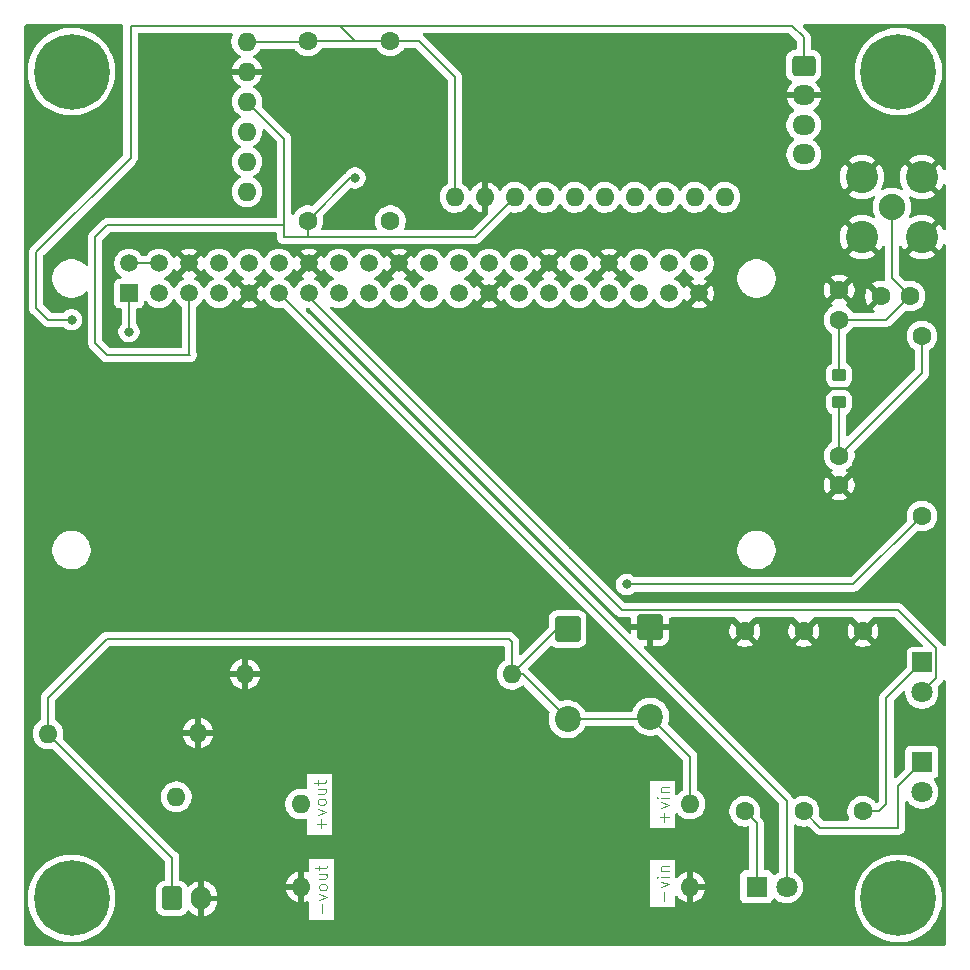
<source format=gbr>
%TF.GenerationSoftware,KiCad,Pcbnew,9.0.4*%
%TF.CreationDate,2025-10-26T00:43:10+05:45*%
%TF.ProjectId,onboardcomputer,6f6e626f-6172-4646-936f-6d7075746572,rev?*%
%TF.SameCoordinates,Original*%
%TF.FileFunction,Copper,L1,Top*%
%TF.FilePolarity,Positive*%
%FSLAX46Y46*%
G04 Gerber Fmt 4.6, Leading zero omitted, Abs format (unit mm)*
G04 Created by KiCad (PCBNEW 9.0.4) date 2025-10-26 00:43:10*
%MOMM*%
%LPD*%
G01*
G04 APERTURE LIST*
G04 Aperture macros list*
%AMRoundRect*
0 Rectangle with rounded corners*
0 $1 Rounding radius*
0 $2 $3 $4 $5 $6 $7 $8 $9 X,Y pos of 4 corners*
0 Add a 4 corners polygon primitive as box body*
4,1,4,$2,$3,$4,$5,$6,$7,$8,$9,$2,$3,0*
0 Add four circle primitives for the rounded corners*
1,1,$1+$1,$2,$3*
1,1,$1+$1,$4,$5*
1,1,$1+$1,$6,$7*
1,1,$1+$1,$8,$9*
0 Add four rect primitives between the rounded corners*
20,1,$1+$1,$2,$3,$4,$5,0*
20,1,$1+$1,$4,$5,$6,$7,0*
20,1,$1+$1,$6,$7,$8,$9,0*
20,1,$1+$1,$8,$9,$2,$3,0*%
G04 Aperture macros list end*
%ADD10C,0.100000*%
%TA.AperFunction,NonConductor*%
%ADD11C,0.100000*%
%TD*%
%TA.AperFunction,ComponentPad*%
%ADD12R,1.508000X1.508000*%
%TD*%
%TA.AperFunction,ComponentPad*%
%ADD13C,1.508000*%
%TD*%
%TA.AperFunction,ComponentPad*%
%ADD14C,2.240000*%
%TD*%
%TA.AperFunction,ComponentPad*%
%ADD15C,2.740000*%
%TD*%
%TA.AperFunction,ComponentPad*%
%ADD16O,1.600000X1.600000*%
%TD*%
%TA.AperFunction,ComponentPad*%
%ADD17C,0.800000*%
%TD*%
%TA.AperFunction,ComponentPad*%
%ADD18C,6.400000*%
%TD*%
%TA.AperFunction,ComponentPad*%
%ADD19RoundRect,0.250000X-0.725000X0.600000X-0.725000X-0.600000X0.725000X-0.600000X0.725000X0.600000X0*%
%TD*%
%TA.AperFunction,ComponentPad*%
%ADD20O,1.950000X1.700000*%
%TD*%
%TA.AperFunction,ComponentPad*%
%ADD21C,1.600000*%
%TD*%
%TA.AperFunction,ComponentPad*%
%ADD22R,1.800000X1.800000*%
%TD*%
%TA.AperFunction,ComponentPad*%
%ADD23C,1.800000*%
%TD*%
%TA.AperFunction,ComponentPad*%
%ADD24RoundRect,0.250000X-0.600000X-0.750000X0.600000X-0.750000X0.600000X0.750000X-0.600000X0.750000X0*%
%TD*%
%TA.AperFunction,ComponentPad*%
%ADD25O,1.700000X2.000000*%
%TD*%
%TA.AperFunction,ComponentPad*%
%ADD26RoundRect,0.249999X-0.850001X0.850001X-0.850001X-0.850001X0.850001X-0.850001X0.850001X0.850001X0*%
%TD*%
%TA.AperFunction,ComponentPad*%
%ADD27C,2.200000*%
%TD*%
%TA.AperFunction,SMDPad,CuDef*%
%ADD28RoundRect,0.250000X0.350000X-0.275000X0.350000X0.275000X-0.350000X0.275000X-0.350000X-0.275000X0*%
%TD*%
%TA.AperFunction,ViaPad*%
%ADD29C,0.800000*%
%TD*%
%TA.AperFunction,Conductor*%
%ADD30C,0.200000*%
%TD*%
G04 APERTURE END LIST*
D10*
D11*
X123142866Y-107041515D02*
X123142866Y-106279611D01*
X123523819Y-106660563D02*
X122761914Y-106660563D01*
X122857152Y-105898658D02*
X123523819Y-105660563D01*
X123523819Y-105660563D02*
X122857152Y-105422468D01*
X123523819Y-104898658D02*
X123476200Y-104993896D01*
X123476200Y-104993896D02*
X123428580Y-105041515D01*
X123428580Y-105041515D02*
X123333342Y-105089134D01*
X123333342Y-105089134D02*
X123047628Y-105089134D01*
X123047628Y-105089134D02*
X122952390Y-105041515D01*
X122952390Y-105041515D02*
X122904771Y-104993896D01*
X122904771Y-104993896D02*
X122857152Y-104898658D01*
X122857152Y-104898658D02*
X122857152Y-104755801D01*
X122857152Y-104755801D02*
X122904771Y-104660563D01*
X122904771Y-104660563D02*
X122952390Y-104612944D01*
X122952390Y-104612944D02*
X123047628Y-104565325D01*
X123047628Y-104565325D02*
X123333342Y-104565325D01*
X123333342Y-104565325D02*
X123428580Y-104612944D01*
X123428580Y-104612944D02*
X123476200Y-104660563D01*
X123476200Y-104660563D02*
X123523819Y-104755801D01*
X123523819Y-104755801D02*
X123523819Y-104898658D01*
X122857152Y-103708182D02*
X123523819Y-103708182D01*
X122857152Y-104136753D02*
X123380961Y-104136753D01*
X123380961Y-104136753D02*
X123476200Y-104089134D01*
X123476200Y-104089134D02*
X123523819Y-103993896D01*
X123523819Y-103993896D02*
X123523819Y-103851039D01*
X123523819Y-103851039D02*
X123476200Y-103755801D01*
X123476200Y-103755801D02*
X123428580Y-103708182D01*
X122857152Y-103374848D02*
X122857152Y-102993896D01*
X122523819Y-103231991D02*
X123380961Y-103231991D01*
X123380961Y-103231991D02*
X123476200Y-103184372D01*
X123476200Y-103184372D02*
X123523819Y-103089134D01*
X123523819Y-103089134D02*
X123523819Y-102993896D01*
D10*
D11*
X152175066Y-113188315D02*
X152175066Y-112426411D01*
X151889352Y-112045458D02*
X152556019Y-111807363D01*
X152556019Y-111807363D02*
X151889352Y-111569268D01*
X152556019Y-111188315D02*
X151889352Y-111188315D01*
X151556019Y-111188315D02*
X151603638Y-111235934D01*
X151603638Y-111235934D02*
X151651257Y-111188315D01*
X151651257Y-111188315D02*
X151603638Y-111140696D01*
X151603638Y-111140696D02*
X151556019Y-111188315D01*
X151556019Y-111188315D02*
X151651257Y-111188315D01*
X151889352Y-110712125D02*
X152556019Y-110712125D01*
X151984590Y-110712125D02*
X151936971Y-110664506D01*
X151936971Y-110664506D02*
X151889352Y-110569268D01*
X151889352Y-110569268D02*
X151889352Y-110426411D01*
X151889352Y-110426411D02*
X151936971Y-110331173D01*
X151936971Y-110331173D02*
X152032209Y-110283554D01*
X152032209Y-110283554D02*
X152556019Y-110283554D01*
D10*
D11*
X123244466Y-114255115D02*
X123244466Y-113493211D01*
X122958752Y-113112258D02*
X123625419Y-112874163D01*
X123625419Y-112874163D02*
X122958752Y-112636068D01*
X123625419Y-112112258D02*
X123577800Y-112207496D01*
X123577800Y-112207496D02*
X123530180Y-112255115D01*
X123530180Y-112255115D02*
X123434942Y-112302734D01*
X123434942Y-112302734D02*
X123149228Y-112302734D01*
X123149228Y-112302734D02*
X123053990Y-112255115D01*
X123053990Y-112255115D02*
X123006371Y-112207496D01*
X123006371Y-112207496D02*
X122958752Y-112112258D01*
X122958752Y-112112258D02*
X122958752Y-111969401D01*
X122958752Y-111969401D02*
X123006371Y-111874163D01*
X123006371Y-111874163D02*
X123053990Y-111826544D01*
X123053990Y-111826544D02*
X123149228Y-111778925D01*
X123149228Y-111778925D02*
X123434942Y-111778925D01*
X123434942Y-111778925D02*
X123530180Y-111826544D01*
X123530180Y-111826544D02*
X123577800Y-111874163D01*
X123577800Y-111874163D02*
X123625419Y-111969401D01*
X123625419Y-111969401D02*
X123625419Y-112112258D01*
X122958752Y-110921782D02*
X123625419Y-110921782D01*
X122958752Y-111350353D02*
X123482561Y-111350353D01*
X123482561Y-111350353D02*
X123577800Y-111302734D01*
X123577800Y-111302734D02*
X123625419Y-111207496D01*
X123625419Y-111207496D02*
X123625419Y-111064639D01*
X123625419Y-111064639D02*
X123577800Y-110969401D01*
X123577800Y-110969401D02*
X123530180Y-110921782D01*
X122958752Y-110588448D02*
X122958752Y-110207496D01*
X122625419Y-110445591D02*
X123482561Y-110445591D01*
X123482561Y-110445591D02*
X123577800Y-110397972D01*
X123577800Y-110397972D02*
X123625419Y-110302734D01*
X123625419Y-110302734D02*
X123625419Y-110207496D01*
D10*
D11*
X152175066Y-106482715D02*
X152175066Y-105720811D01*
X152556019Y-106101763D02*
X151794114Y-106101763D01*
X151889352Y-105339858D02*
X152556019Y-105101763D01*
X152556019Y-105101763D02*
X151889352Y-104863668D01*
X152556019Y-104482715D02*
X151889352Y-104482715D01*
X151556019Y-104482715D02*
X151603638Y-104530334D01*
X151603638Y-104530334D02*
X151651257Y-104482715D01*
X151651257Y-104482715D02*
X151603638Y-104435096D01*
X151603638Y-104435096D02*
X151556019Y-104482715D01*
X151556019Y-104482715D02*
X151651257Y-104482715D01*
X151889352Y-104006525D02*
X152556019Y-104006525D01*
X151984590Y-104006525D02*
X151936971Y-103958906D01*
X151936971Y-103958906D02*
X151889352Y-103863668D01*
X151889352Y-103863668D02*
X151889352Y-103720811D01*
X151889352Y-103720811D02*
X151936971Y-103625573D01*
X151936971Y-103625573D02*
X152032209Y-103577954D01*
X152032209Y-103577954D02*
X152556019Y-103577954D01*
D12*
%TO.P,J3,1,3V3*%
%TO.N,+3.3V*%
X106870000Y-61770000D03*
D13*
%TO.P,J3,2,5V*%
%TO.N,Net-(J2-Pin_3)*%
X106870000Y-59230000D03*
%TO.P,J3,3,(SDA1)_GPIO2*%
%TO.N,Net-(J3-(SDA1)_GPIO2)*%
X109410000Y-61770000D03*
%TO.P,J3,4,5V*%
%TO.N,Net-(J2-Pin_3)*%
X109410000Y-59230000D03*
%TO.P,J3,5,(SCL1)_GPIO3*%
%TO.N,Net-(J3-(SCL1)_GPIO3)*%
X111950000Y-61770000D03*
%TO.P,J3,6,GND*%
%TO.N,GND*%
X111950000Y-59230000D03*
%TO.P,J3,7,(GCLK)_GPIO4*%
%TO.N,Net-(J3-(GCLK)_GPIO4)*%
X114490000Y-61770000D03*
%TO.P,J3,8,(TXD0)_GPIO14*%
%TO.N,unconnected-(J3-(TXD0)_GPIO14-Pad8)*%
X114490000Y-59230000D03*
%TO.P,J3,9,GND*%
%TO.N,GND*%
X117030000Y-61770000D03*
%TO.P,J3,10,(RXD0)_GPIO15*%
%TO.N,unconnected-(J3-(RXD0)_GPIO15-Pad10)*%
X117030000Y-59230000D03*
%TO.P,J3,11,GPIO17_(GEN0)*%
%TO.N,Net-(D3-A)*%
X119570000Y-61770000D03*
%TO.P,J3,12,GPIO18_(GEN1)*%
%TO.N,unconnected-(J3-GPIO18_(GEN1)-Pad12)*%
X119570000Y-59230000D03*
%TO.P,J3,13,GPIO27_(GEN2)*%
%TO.N,Net-(D5-A)*%
X122110000Y-61770000D03*
%TO.P,J3,14,GND*%
%TO.N,GND*%
X122110000Y-59230000D03*
%TO.P,J3,15,GPIO22_(GEN3)*%
%TO.N,Net-(D4-A)*%
X124650000Y-61770000D03*
%TO.P,J3,16,GPIO23_(GEN4)*%
%TO.N,unconnected-(J3-GPIO23_(GEN4)-Pad16)*%
X124650000Y-59230000D03*
%TO.P,J3,17,3V3*%
%TO.N,unconnected-(J3-3V3-Pad17)*%
X127190000Y-61770000D03*
%TO.P,J3,18,GPIO24_(GEN5)*%
%TO.N,unconnected-(J3-GPIO24_(GEN5)-Pad18)*%
X127190000Y-59230000D03*
%TO.P,J3,19,(SPI_MOSI)_GPIO10*%
%TO.N,unconnected-(J3-(SPI_MOSI)_GPIO10-Pad19)*%
X129730000Y-61770000D03*
%TO.P,J3,20,GND*%
%TO.N,GND*%
X129730000Y-59230000D03*
%TO.P,J3,21,(SPI_MISO)_GPIO9*%
%TO.N,unconnected-(J3-(SPI_MISO)_GPIO9-Pad21)*%
X132270000Y-61770000D03*
%TO.P,J3,22,GPIO25_(GEN6)*%
%TO.N,unconnected-(J3-GPIO25_(GEN6)-Pad22)*%
X132270000Y-59230000D03*
%TO.P,J3,23,(SPI_SCLK)_GPIO11*%
%TO.N,unconnected-(J3-(SPI_SCLK)_GPIO11-Pad23)*%
X134810000Y-61770000D03*
%TO.P,J3,24,(~{SPI_CE0})_GPIO8*%
%TO.N,unconnected-(J3-(~{SPI_CE0})_GPIO8-Pad24)*%
X134810000Y-59230000D03*
%TO.P,J3,25,GND*%
%TO.N,GND*%
X137350000Y-61770000D03*
%TO.P,J3,26,(~{SPI_CE1})_GPIO7*%
%TO.N,unconnected-(J3-(~{SPI_CE1})_GPIO7-Pad26)*%
X137350000Y-59230000D03*
%TO.P,J3,27,ID_SD*%
%TO.N,unconnected-(J3-ID_SD-Pad27)*%
X139890000Y-61770000D03*
%TO.P,J3,28,ID_SC*%
%TO.N,unconnected-(J3-ID_SC-Pad28)*%
X139890000Y-59230000D03*
%TO.P,J3,29,GPIO5*%
%TO.N,unconnected-(J3-GPIO5-Pad29)*%
X142430000Y-61770000D03*
%TO.P,J3,30,GND*%
%TO.N,GND*%
X142430000Y-59230000D03*
%TO.P,J3,31,GPIO6*%
%TO.N,unconnected-(J3-GPIO6-Pad31)*%
X144970000Y-61770000D03*
%TO.P,J3,32,GPIO12*%
%TO.N,unconnected-(J3-GPIO12-Pad32)*%
X144970000Y-59230000D03*
%TO.P,J3,33,GPIO13*%
%TO.N,unconnected-(J3-GPIO13-Pad33)*%
X147510000Y-61770000D03*
%TO.P,J3,34,GND*%
%TO.N,GND*%
X147510000Y-59230000D03*
%TO.P,J3,35,GPIO19*%
%TO.N,unconnected-(J3-GPIO19-Pad35)*%
X150050000Y-61770000D03*
%TO.P,J3,36,GPIO16*%
%TO.N,unconnected-(J3-GPIO16-Pad36)*%
X150050000Y-59230000D03*
%TO.P,J3,37,GPIO26*%
%TO.N,unconnected-(J3-GPIO26-Pad37)*%
X152590000Y-61770000D03*
%TO.P,J3,38,GPIO20*%
%TO.N,unconnected-(J3-GPIO20-Pad38)*%
X152590000Y-59230000D03*
%TO.P,J3,39,GND*%
%TO.N,GND*%
X155130000Y-61770000D03*
%TO.P,J3,40,GPIO21*%
%TO.N,unconnected-(J3-GPIO21-Pad40)*%
X155130000Y-59230000D03*
%TD*%
D14*
%TO.P,J_ANT1,1,In*%
%TO.N,Net-(J_ANT1-In)*%
X171460000Y-54460000D03*
D15*
%TO.P,J_ANT1,2,Ext*%
%TO.N,GND*%
X168920000Y-51920000D03*
X168920000Y-57000000D03*
X174000000Y-51920000D03*
X174000000Y-57000000D03*
%TD*%
D16*
%TO.P,b1,1,VCC*%
%TO.N,+3.3V*%
X116834000Y-40450800D03*
%TO.P,b1,2,GND*%
%TO.N,GND*%
X116859400Y-42990800D03*
%TO.P,b1,3,SCL*%
%TO.N,Net-(J3-(SCL1)_GPIO3)*%
X116859400Y-45530800D03*
%TO.P,b1,4,SDA*%
%TO.N,Net-(J3-(SDA1)_GPIO2)*%
X116859400Y-48070800D03*
%TO.P,b1,5,CSB*%
%TO.N,unconnected-(b1-CSB-Pad5)*%
X116859400Y-50610800D03*
%TO.P,b1,6,SDD*%
%TO.N,unconnected-(b1-SDD-Pad6)*%
X116859400Y-53150800D03*
%TD*%
D17*
%TO.P,REF\u002A\u002A,1*%
%TO.N,N/C*%
X169600000Y-113000000D03*
X170302944Y-111302944D03*
X170302944Y-114697056D03*
X172000000Y-110600000D03*
D18*
X172000000Y-113000000D03*
D17*
X172000000Y-115400000D03*
X173697056Y-111302944D03*
X173697056Y-114697056D03*
X174400000Y-113000000D03*
%TD*%
D19*
%TO.P,J_I2C_OUT1,1,Pin_1*%
%TO.N,+3.3V*%
X164000000Y-42500000D03*
D20*
%TO.P,J_I2C_OUT1,2,Pin_2*%
%TO.N,GND*%
X164000000Y-45000000D03*
%TO.P,J_I2C_OUT1,3,Pin_3*%
%TO.N,Net-(J3-(SDA1)_GPIO2)*%
X164000000Y-47500000D03*
%TO.P,J_I2C_OUT1,4,Pin_4*%
%TO.N,Net-(J3-(SCL1)_GPIO3)*%
X164000000Y-50000000D03*
%TD*%
D21*
%TO.P,R1,1*%
%TO.N,Net-(D3-K)*%
X159000000Y-105620000D03*
%TO.P,R1,2*%
%TO.N,GND*%
X159000000Y-90380000D03*
%TD*%
D22*
%TO.P,D5,1,K*%
%TO.N,Net-(D5-K)*%
X174000000Y-93000000D03*
D23*
%TO.P,D5,2,A*%
%TO.N,Net-(D5-A)*%
X174000000Y-95540000D03*
%TD*%
D21*
%TO.P,R4,1*%
%TO.N,Net-(J3-(GCLK)_GPIO4)*%
X174000000Y-80620000D03*
%TO.P,R4,2*%
%TO.N,Net-(C1-Pad1)*%
X174000000Y-65380000D03*
%TD*%
D16*
%TO.P,m1,1,VCC*%
%TO.N,+3.3V*%
X134458000Y-53636000D03*
%TO.P,m1,2,GND*%
%TO.N,GND*%
X136998000Y-53636000D03*
%TO.P,m1,3,SCL*%
%TO.N,Net-(J3-(SCL1)_GPIO3)*%
X139538000Y-53636000D03*
%TO.P,m1,4,SDA*%
%TO.N,Net-(J3-(SDA1)_GPIO2)*%
X142078000Y-53636000D03*
%TO.P,m1,5,EDA*%
%TO.N,unconnected-(m1-EDA-Pad5)*%
X144618000Y-53636000D03*
%TO.P,m1,6,ECL*%
%TO.N,unconnected-(m1-ECL-Pad6)*%
X147158000Y-53636000D03*
%TO.P,m1,7,ADO*%
%TO.N,unconnected-(m1-ADO-Pad7)*%
X149698000Y-53636000D03*
%TO.P,m1,8,INT*%
%TO.N,unconnected-(m1-INT-Pad8)*%
X152238000Y-53636000D03*
%TO.P,m1,9,NCA*%
%TO.N,unconnected-(m1-NCA-Pad9)*%
X154778000Y-53636000D03*
%TO.P,m1,10,FSYNC*%
%TO.N,unconnected-(m1-FSYNC-Pad10)*%
X157318000Y-53636000D03*
%TD*%
D17*
%TO.P,REF\u002A\u002A,1*%
%TO.N,N/C*%
X99600000Y-43000000D03*
X100302944Y-41302944D03*
X100302944Y-44697056D03*
X102000000Y-40600000D03*
D18*
X102000000Y-43000000D03*
D17*
X102000000Y-45400000D03*
X103697056Y-41302944D03*
X103697056Y-44697056D03*
X104400000Y-43000000D03*
%TD*%
D24*
%TO.P,J4,1,Pin_1*%
%TO.N,Net-(D1-A)*%
X110500000Y-113000000D03*
D25*
%TO.P,J4,2,Pin_2*%
%TO.N,GND*%
X113000000Y-113000000D03*
%TD*%
D16*
%TO.P,F1,1*%
%TO.N,Net-(D1-A)*%
X139290000Y-94010000D03*
%TO.P,F1,2*%
%TO.N,GND*%
X116680000Y-94000000D03*
%TD*%
D21*
%TO.P,R2,1*%
%TO.N,Net-(D4-K)*%
X164000000Y-105620000D03*
%TO.P,R2,2*%
%TO.N,GND*%
X164000000Y-90380000D03*
%TD*%
D17*
%TO.P,REF\u002A\u002A,1*%
%TO.N,N/C*%
X169600000Y-43000000D03*
X170302944Y-41302944D03*
X170302944Y-44697056D03*
X172000000Y-40600000D03*
D18*
X172000000Y-43000000D03*
D17*
X172000000Y-45400000D03*
X173697056Y-41302944D03*
X173697056Y-44697056D03*
X174400000Y-43000000D03*
%TD*%
D22*
%TO.P,D4,1,K*%
%TO.N,Net-(D4-K)*%
X174000000Y-101460000D03*
D23*
%TO.P,D4,2,A*%
%TO.N,Net-(D4-A)*%
X174000000Y-104000000D03*
%TD*%
D16*
%TO.P,J1,1,Pin_1*%
%TO.N,Net-(D1-A)*%
X100000000Y-99033000D03*
%TO.P,J1,2,Pin_2*%
%TO.N,unconnected-(J1-Pin_2-Pad2)*%
X110871200Y-104392400D03*
%TO.P,J1,3,Pin_3*%
%TO.N,GND*%
X112725400Y-99000000D03*
%TD*%
D17*
%TO.P,REF\u002A\u002A,1*%
%TO.N,N/C*%
X99600000Y-113000000D03*
X100302944Y-111302944D03*
X100302944Y-114697056D03*
X102000000Y-110600000D03*
D18*
X102000000Y-113000000D03*
D17*
X102000000Y-115400000D03*
X103697056Y-111302944D03*
X103697056Y-114697056D03*
X104400000Y-113000000D03*
%TD*%
D21*
%TO.P,R5,1*%
%TO.N,+3.3V*%
X122000000Y-40380000D03*
%TO.P,R5,2*%
%TO.N,Net-(J3-(SCL1)_GPIO3)*%
X122000000Y-55620000D03*
%TD*%
D22*
%TO.P,D3,1,K*%
%TO.N,Net-(D3-K)*%
X160000000Y-112000000D03*
D23*
%TO.P,D3,2,A*%
%TO.N,Net-(D3-A)*%
X162540000Y-112000000D03*
%TD*%
D21*
%TO.P,R6,1*%
%TO.N,+3.3V*%
X129000000Y-40380000D03*
%TO.P,R6,2*%
%TO.N,Net-(J3-(SDA1)_GPIO2)*%
X129000000Y-55620000D03*
%TD*%
%TO.P,C3,1*%
%TO.N,Net-(J_ANT1-In)*%
X173000000Y-62000000D03*
%TO.P,C3,2*%
%TO.N,GND*%
X170500000Y-62000000D03*
%TD*%
D26*
%TO.P,D1,1,K*%
%TO.N,Net-(D1-A)*%
X144000000Y-90190000D03*
D27*
%TO.P,D1,2,A*%
X144000000Y-97810000D03*
%TD*%
D21*
%TO.P,C2,1*%
%TO.N,Net-(J_ANT1-In)*%
X167000000Y-64000000D03*
%TO.P,C2,2*%
%TO.N,GND*%
X167000000Y-61500000D03*
%TD*%
D28*
%TO.P,L1,1,1*%
%TO.N,Net-(C1-Pad1)*%
X167000000Y-71000000D03*
%TO.P,L1,2,2*%
%TO.N,Net-(J_ANT1-In)*%
X167000000Y-68700000D03*
%TD*%
D21*
%TO.P,R3,1*%
%TO.N,Net-(D5-K)*%
X169000000Y-105620000D03*
%TO.P,R3,2*%
%TO.N,GND*%
X169000000Y-90380000D03*
%TD*%
D26*
%TO.P,D2,1,K*%
%TO.N,GND*%
X151000000Y-90000000D03*
D27*
%TO.P,D2,2,A*%
%TO.N,Net-(D1-A)*%
X151000000Y-97620000D03*
%TD*%
D21*
%TO.P,C1,1*%
%TO.N,Net-(C1-Pad1)*%
X167000000Y-75500000D03*
%TO.P,C1,2*%
%TO.N,GND*%
X167000000Y-78000000D03*
%TD*%
D16*
%TO.P,J2,1,Pin_1*%
%TO.N,Net-(D1-A)*%
X154360000Y-105008600D03*
%TO.P,J2,2,Pin_2*%
%TO.N,GND*%
X154360000Y-112019000D03*
%TO.P,J2,3,Pin_3*%
%TO.N,Net-(J2-Pin_3)*%
X121400000Y-105000000D03*
%TO.P,J2,4,Pin_4*%
%TO.N,GND*%
X121416200Y-112000000D03*
%TD*%
D29*
%TO.N,Net-(J3-(SCL1)_GPIO3)*%
X126000000Y-52000000D03*
%TO.N,+3.3V*%
X106870000Y-65000000D03*
X102000000Y-64000000D03*
%TO.N,Net-(J3-(GCLK)_GPIO4)*%
X149000000Y-86415450D03*
%TD*%
D30*
%TO.N,Net-(J3-(SCL1)_GPIO3)*%
X122000000Y-55620000D02*
X122000000Y-57000000D01*
X111950000Y-66950000D02*
X111950000Y-61770000D01*
X105000000Y-67000000D02*
X112000000Y-67000000D01*
X120000000Y-48671400D02*
X120000000Y-56000000D01*
X126000000Y-52000000D02*
X125620000Y-52000000D01*
X104000000Y-66000000D02*
X105000000Y-67000000D01*
X122000000Y-57000000D02*
X136174000Y-57000000D01*
X105000000Y-56000000D02*
X104000000Y-57000000D01*
X120000000Y-57000000D02*
X122000000Y-57000000D01*
X120000000Y-56000000D02*
X105000000Y-56000000D01*
X104000000Y-57000000D02*
X104000000Y-66000000D01*
X136174000Y-57000000D02*
X139538000Y-53636000D01*
X125620000Y-52000000D02*
X122000000Y-55620000D01*
X116859400Y-45530800D02*
X120000000Y-48671400D01*
X120000000Y-56000000D02*
X120000000Y-57000000D01*
X112000000Y-67000000D02*
X111950000Y-66950000D01*
%TO.N,+3.3V*%
X131380000Y-40380000D02*
X134458000Y-43458000D01*
X107000000Y-39101000D02*
X124721000Y-39101000D01*
X122000000Y-40380000D02*
X126000000Y-40380000D01*
X99000000Y-58284800D02*
X107000000Y-50284800D01*
X163000000Y-39101000D02*
X124721000Y-39101000D01*
X126000000Y-40380000D02*
X129000000Y-40380000D01*
X99000000Y-63000000D02*
X99000000Y-58284800D01*
X107000000Y-50284800D02*
X107000000Y-39101000D01*
X124721000Y-39101000D02*
X126000000Y-40380000D01*
X134458000Y-43458000D02*
X134458000Y-53636000D01*
X102000000Y-64000000D02*
X100000000Y-64000000D01*
X106870000Y-65130000D02*
X106870000Y-65000000D01*
X106870000Y-65000000D02*
X106870000Y-61770000D01*
X100000000Y-64000000D02*
X99000000Y-63000000D01*
X121929200Y-40450800D02*
X122000000Y-40380000D01*
X164000000Y-40101000D02*
X163000000Y-39101000D01*
X116834000Y-40450800D02*
X121929200Y-40450800D01*
X164000000Y-42500000D02*
X164000000Y-40101000D01*
X129000000Y-40380000D02*
X131380000Y-40380000D01*
%TO.N,Net-(C1-Pad1)*%
X174000000Y-68500000D02*
X167000000Y-75500000D01*
X174000000Y-65380000D02*
X174000000Y-68500000D01*
X167000000Y-75500000D02*
X167000000Y-71000000D01*
%TO.N,Net-(J_ANT1-In)*%
X171460000Y-60460000D02*
X171460000Y-54460000D01*
X173000000Y-62000000D02*
X171460000Y-60460000D01*
X171000000Y-64000000D02*
X173000000Y-62000000D01*
X167000000Y-64000000D02*
X171000000Y-64000000D01*
X167000000Y-68700000D02*
X167000000Y-64000000D01*
%TO.N,Net-(D1-A)*%
X105000000Y-91000000D02*
X139000000Y-91000000D01*
X139290000Y-94010000D02*
X143110000Y-90190000D01*
X139290000Y-91290000D02*
X139290000Y-94010000D01*
X144000000Y-97810000D02*
X150810000Y-97810000D01*
X100000000Y-96000000D02*
X105000000Y-91000000D01*
X110500000Y-109533000D02*
X100000000Y-99033000D01*
X154360000Y-100980000D02*
X154360000Y-105008600D01*
X150810000Y-97810000D02*
X151000000Y-97620000D01*
X110500000Y-113000000D02*
X110500000Y-109533000D01*
X139000000Y-91000000D02*
X139290000Y-91290000D01*
X139290000Y-94010000D02*
X140200000Y-94010000D01*
X100000000Y-99033000D02*
X100000000Y-96000000D01*
X143110000Y-90190000D02*
X144000000Y-90190000D01*
X140200000Y-94010000D02*
X144000000Y-97810000D01*
X151000000Y-97620000D02*
X154360000Y-100980000D01*
%TO.N,Net-(D3-K)*%
X160000000Y-106620000D02*
X159000000Y-105620000D01*
X160000000Y-112000000D02*
X160000000Y-106620000D01*
%TO.N,Net-(D3-A)*%
X162540000Y-112000000D02*
X162540000Y-104740000D01*
X162540000Y-104740000D02*
X119570000Y-61770000D01*
%TO.N,Net-(D4-K)*%
X174000000Y-101460000D02*
X172000000Y-103460000D01*
X172000000Y-103460000D02*
X172000000Y-107000000D01*
X172000000Y-107000000D02*
X165380000Y-107000000D01*
X165380000Y-107000000D02*
X164000000Y-105620000D01*
%TO.N,Net-(D5-K)*%
X171000000Y-105000000D02*
X170380000Y-105620000D01*
X170380000Y-105620000D02*
X169000000Y-105620000D01*
X174000000Y-93000000D02*
X171000000Y-96000000D01*
X171000000Y-96000000D02*
X171000000Y-105000000D01*
%TO.N,Net-(D5-A)*%
X172001000Y-88599000D02*
X175201000Y-91799000D01*
X175201000Y-94339000D02*
X174000000Y-95540000D01*
X148599000Y-88599000D02*
X172001000Y-88599000D01*
X122110000Y-61770000D02*
X122110000Y-62110000D01*
X175201000Y-91799000D02*
X175201000Y-94339000D01*
X122110000Y-62110000D02*
X148599000Y-88599000D01*
%TO.N,Net-(J2-Pin_3)*%
X106870000Y-59230000D02*
X109410000Y-59230000D01*
%TO.N,Net-(J3-(GCLK)_GPIO4)*%
X168204550Y-86415450D02*
X174000000Y-80620000D01*
X149000000Y-86415450D02*
X168204550Y-86415450D01*
%TD*%
%TA.AperFunction,Conductor*%
%TO.N,GND*%
G36*
X106342539Y-39020185D02*
G01*
X106388294Y-39072989D01*
X106399500Y-39124500D01*
X106399500Y-49984702D01*
X106379815Y-50051741D01*
X106363181Y-50072383D01*
X98519481Y-57916082D01*
X98519480Y-57916084D01*
X98485177Y-57975500D01*
X98469361Y-58002894D01*
X98469359Y-58002896D01*
X98440425Y-58053009D01*
X98440424Y-58053010D01*
X98424544Y-58112272D01*
X98399499Y-58205743D01*
X98399499Y-58205745D01*
X98399499Y-58373846D01*
X98399500Y-58373859D01*
X98399500Y-62913330D01*
X98399499Y-62913348D01*
X98399499Y-63079054D01*
X98399498Y-63079054D01*
X98432439Y-63201990D01*
X98440423Y-63231785D01*
X98468728Y-63280810D01*
X98469358Y-63281900D01*
X98469359Y-63281904D01*
X98469360Y-63281904D01*
X98516284Y-63363181D01*
X98519479Y-63368714D01*
X98519481Y-63368717D01*
X98638349Y-63487585D01*
X98638354Y-63487589D01*
X99631284Y-64480520D01*
X99631286Y-64480521D01*
X99631290Y-64480524D01*
X99721812Y-64532786D01*
X99768216Y-64559577D01*
X99920943Y-64600501D01*
X99920945Y-64600501D01*
X100086654Y-64600501D01*
X100086670Y-64600500D01*
X101275639Y-64600500D01*
X101342678Y-64620185D01*
X101363315Y-64636814D01*
X101394706Y-64668205D01*
X101425966Y-64699465D01*
X101573446Y-64798009D01*
X101573459Y-64798016D01*
X101692234Y-64847213D01*
X101737334Y-64865894D01*
X101737336Y-64865894D01*
X101737341Y-64865896D01*
X101911304Y-64900499D01*
X101911307Y-64900500D01*
X101911309Y-64900500D01*
X102088693Y-64900500D01*
X102088694Y-64900499D01*
X102146682Y-64888964D01*
X102262658Y-64865896D01*
X102262661Y-64865894D01*
X102262666Y-64865894D01*
X102426547Y-64798013D01*
X102574035Y-64699464D01*
X102699464Y-64574035D01*
X102798013Y-64426547D01*
X102865894Y-64262666D01*
X102900500Y-64088691D01*
X102900500Y-63911309D01*
X102900500Y-63911306D01*
X102900499Y-63911304D01*
X102865896Y-63737341D01*
X102865893Y-63737332D01*
X102798016Y-63573459D01*
X102798009Y-63573446D01*
X102699464Y-63425965D01*
X102699461Y-63425961D01*
X102574038Y-63300538D01*
X102574034Y-63300535D01*
X102426553Y-63201990D01*
X102426540Y-63201983D01*
X102262667Y-63134106D01*
X102262658Y-63134103D01*
X102088694Y-63099500D01*
X102088691Y-63099500D01*
X101911309Y-63099500D01*
X101911306Y-63099500D01*
X101737341Y-63134103D01*
X101737332Y-63134106D01*
X101573459Y-63201983D01*
X101573446Y-63201990D01*
X101425966Y-63300534D01*
X101408116Y-63318385D01*
X101363318Y-63363182D01*
X101301998Y-63396666D01*
X101275639Y-63399500D01*
X100300098Y-63399500D01*
X100233059Y-63379815D01*
X100212417Y-63363181D01*
X99636819Y-62787583D01*
X99603334Y-62726260D01*
X99600500Y-62699902D01*
X99600500Y-58584896D01*
X99620185Y-58517857D01*
X99636814Y-58497220D01*
X107358506Y-50775527D01*
X107358511Y-50775524D01*
X107368714Y-50765320D01*
X107368716Y-50765320D01*
X107480520Y-50653516D01*
X107559577Y-50516584D01*
X107600500Y-50363857D01*
X107600500Y-39825500D01*
X107620185Y-39758461D01*
X107672989Y-39712706D01*
X107724500Y-39701500D01*
X115553853Y-39701500D01*
X115620892Y-39721185D01*
X115666647Y-39773989D01*
X115676591Y-39843147D01*
X115664338Y-39881795D01*
X115628781Y-39951576D01*
X115565522Y-40146265D01*
X115533500Y-40348448D01*
X115533500Y-40553151D01*
X115565522Y-40755334D01*
X115628781Y-40950023D01*
X115721715Y-41132413D01*
X115842028Y-41298013D01*
X115986786Y-41442771D01*
X116141749Y-41555356D01*
X116152390Y-41563087D01*
X116232930Y-41604124D01*
X116258329Y-41617066D01*
X116309125Y-41665041D01*
X116325920Y-41732862D01*
X116303382Y-41798997D01*
X116258329Y-41838036D01*
X116178050Y-41878940D01*
X116012505Y-41999217D01*
X116012504Y-41999217D01*
X115867817Y-42143904D01*
X115867817Y-42143905D01*
X115747540Y-42309450D01*
X115654644Y-42491770D01*
X115591409Y-42686386D01*
X115582791Y-42740800D01*
X116426388Y-42740800D01*
X116393475Y-42797807D01*
X116359400Y-42924974D01*
X116359400Y-43056626D01*
X116393475Y-43183793D01*
X116426388Y-43240800D01*
X115582791Y-43240800D01*
X115591409Y-43295213D01*
X115654644Y-43489829D01*
X115747540Y-43672149D01*
X115867817Y-43837694D01*
X115867817Y-43837695D01*
X116012504Y-43982382D01*
X116178052Y-44102661D01*
X116271028Y-44150034D01*
X116321825Y-44198008D01*
X116338620Y-44265829D01*
X116316083Y-44331964D01*
X116271030Y-44371003D01*
X116177788Y-44418513D01*
X116012186Y-44538828D01*
X115867428Y-44683586D01*
X115747115Y-44849186D01*
X115654181Y-45031576D01*
X115590922Y-45226265D01*
X115558900Y-45428448D01*
X115558900Y-45633151D01*
X115590922Y-45835334D01*
X115654181Y-46030023D01*
X115714993Y-46149371D01*
X115732002Y-46182754D01*
X115747115Y-46212413D01*
X115867428Y-46378013D01*
X116012186Y-46522771D01*
X116146306Y-46620213D01*
X116177790Y-46643087D01*
X116269240Y-46689683D01*
X116270480Y-46690315D01*
X116321276Y-46738290D01*
X116338071Y-46806111D01*
X116315534Y-46872246D01*
X116270480Y-46911285D01*
X116177786Y-46958515D01*
X116012186Y-47078828D01*
X115867428Y-47223586D01*
X115747115Y-47389186D01*
X115654181Y-47571576D01*
X115590922Y-47766265D01*
X115558900Y-47968448D01*
X115558900Y-48173151D01*
X115590922Y-48375334D01*
X115654181Y-48570023D01*
X115694770Y-48649681D01*
X115733338Y-48725376D01*
X115747115Y-48752413D01*
X115867428Y-48918013D01*
X116012186Y-49062771D01*
X116167149Y-49175356D01*
X116177790Y-49183087D01*
X116269240Y-49229683D01*
X116270480Y-49230315D01*
X116321276Y-49278290D01*
X116338071Y-49346111D01*
X116315534Y-49412246D01*
X116270480Y-49451285D01*
X116177786Y-49498515D01*
X116012186Y-49618828D01*
X115867428Y-49763586D01*
X115747115Y-49929186D01*
X115654181Y-50111576D01*
X115590922Y-50306265D01*
X115558900Y-50508448D01*
X115558900Y-50713151D01*
X115590922Y-50915334D01*
X115654181Y-51110023D01*
X115718091Y-51235453D01*
X115743204Y-51284739D01*
X115747115Y-51292413D01*
X115867428Y-51458013D01*
X116012186Y-51602771D01*
X116107562Y-51672064D01*
X116177790Y-51723087D01*
X116269240Y-51769683D01*
X116270480Y-51770315D01*
X116321276Y-51818290D01*
X116338071Y-51886111D01*
X116315534Y-51952246D01*
X116270480Y-51991285D01*
X116177786Y-52038515D01*
X116012186Y-52158828D01*
X115867428Y-52303586D01*
X115747115Y-52469186D01*
X115654181Y-52651576D01*
X115590922Y-52846265D01*
X115558900Y-53048448D01*
X115558900Y-53253151D01*
X115590922Y-53455334D01*
X115654181Y-53650023D01*
X115699187Y-53738351D01*
X115725503Y-53789999D01*
X115747115Y-53832413D01*
X115867428Y-53998013D01*
X116012186Y-54142771D01*
X116167149Y-54255356D01*
X116177790Y-54263087D01*
X116284285Y-54317349D01*
X116360176Y-54356018D01*
X116360178Y-54356018D01*
X116360181Y-54356020D01*
X116432916Y-54379653D01*
X116554865Y-54419277D01*
X116655957Y-54435288D01*
X116757048Y-54451300D01*
X116757049Y-54451300D01*
X116961751Y-54451300D01*
X116961752Y-54451300D01*
X117163934Y-54419277D01*
X117358619Y-54356020D01*
X117541010Y-54263087D01*
X117656312Y-54179316D01*
X117706613Y-54142771D01*
X117706615Y-54142768D01*
X117706619Y-54142766D01*
X117851366Y-53998019D01*
X117851368Y-53998015D01*
X117851371Y-53998013D01*
X117967666Y-53837944D01*
X117971687Y-53832410D01*
X118064620Y-53650019D01*
X118127877Y-53455334D01*
X118159900Y-53253152D01*
X118159900Y-53048448D01*
X118145044Y-52954650D01*
X118127877Y-52846265D01*
X118064618Y-52651576D01*
X117999685Y-52524140D01*
X117971687Y-52469190D01*
X117944118Y-52431244D01*
X117851371Y-52303586D01*
X117706613Y-52158828D01*
X117541014Y-52038515D01*
X117534406Y-52035148D01*
X117448317Y-51991283D01*
X117397523Y-51943311D01*
X117380728Y-51875490D01*
X117403265Y-51809355D01*
X117448317Y-51770316D01*
X117541010Y-51723087D01*
X117611238Y-51672064D01*
X117706613Y-51602771D01*
X117706620Y-51602765D01*
X117760181Y-51549204D01*
X117851366Y-51458019D01*
X117851368Y-51458015D01*
X117851371Y-51458013D01*
X117929482Y-51350500D01*
X117971687Y-51292410D01*
X118064620Y-51110019D01*
X118127877Y-50915334D01*
X118159900Y-50713152D01*
X118159900Y-50508448D01*
X118127877Y-50306266D01*
X118064620Y-50111581D01*
X118064618Y-50111578D01*
X118064618Y-50111576D01*
X118026143Y-50036065D01*
X117971687Y-49929190D01*
X117945912Y-49893713D01*
X117851371Y-49763586D01*
X117706613Y-49618828D01*
X117541014Y-49498515D01*
X117507787Y-49481585D01*
X117448317Y-49451283D01*
X117397523Y-49403311D01*
X117380728Y-49335490D01*
X117403265Y-49269355D01*
X117448317Y-49230316D01*
X117541010Y-49183087D01*
X117562170Y-49167713D01*
X117706613Y-49062771D01*
X117706615Y-49062768D01*
X117706619Y-49062766D01*
X117851366Y-48918019D01*
X117851368Y-48918015D01*
X117851371Y-48918013D01*
X117910651Y-48836420D01*
X117971687Y-48752410D01*
X118064620Y-48570019D01*
X118127877Y-48375334D01*
X118159900Y-48173152D01*
X118159900Y-47979897D01*
X118179585Y-47912858D01*
X118232389Y-47867103D01*
X118301547Y-47857159D01*
X118365103Y-47886184D01*
X118371581Y-47892216D01*
X119363181Y-48883816D01*
X119396666Y-48945139D01*
X119399500Y-48971497D01*
X119399500Y-55275500D01*
X119379815Y-55342539D01*
X119327011Y-55388294D01*
X119275500Y-55399500D01*
X105086670Y-55399500D01*
X105086654Y-55399499D01*
X105079058Y-55399499D01*
X104920943Y-55399499D01*
X104844579Y-55419961D01*
X104768214Y-55440423D01*
X104768209Y-55440426D01*
X104631290Y-55519475D01*
X104631282Y-55519481D01*
X103519481Y-56631282D01*
X103519479Y-56631285D01*
X103469361Y-56718094D01*
X103469359Y-56718096D01*
X103440425Y-56768209D01*
X103440424Y-56768210D01*
X103440423Y-56768215D01*
X103399499Y-56920943D01*
X103399499Y-56920945D01*
X103399499Y-57089046D01*
X103399500Y-57089059D01*
X103399500Y-59301334D01*
X103379815Y-59368373D01*
X103327011Y-59414128D01*
X103257853Y-59424072D01*
X103194297Y-59395047D01*
X103187819Y-59389015D01*
X103058940Y-59260136D01*
X103058935Y-59260132D01*
X102851950Y-59109750D01*
X102851949Y-59109749D01*
X102851947Y-59109748D01*
X102778910Y-59072533D01*
X102623975Y-58993589D01*
X102623972Y-58993588D01*
X102380640Y-58914526D01*
X102254284Y-58894513D01*
X102127930Y-58874500D01*
X101872070Y-58874500D01*
X101787833Y-58887842D01*
X101619359Y-58914526D01*
X101376027Y-58993588D01*
X101376024Y-58993589D01*
X101148049Y-59109750D01*
X100941064Y-59260132D01*
X100941059Y-59260136D01*
X100760136Y-59441059D01*
X100760132Y-59441064D01*
X100609750Y-59648049D01*
X100493589Y-59876024D01*
X100493588Y-59876027D01*
X100414526Y-60119359D01*
X100374500Y-60372070D01*
X100374500Y-60627929D01*
X100414526Y-60880640D01*
X100493588Y-61123972D01*
X100493589Y-61123975D01*
X100560042Y-61254394D01*
X100609033Y-61350544D01*
X100609750Y-61351950D01*
X100760132Y-61558935D01*
X100760136Y-61558940D01*
X100941059Y-61739863D01*
X100941064Y-61739867D01*
X101086603Y-61845606D01*
X101148053Y-61890252D01*
X101290815Y-61962993D01*
X101376024Y-62006410D01*
X101376027Y-62006411D01*
X101497693Y-62045942D01*
X101619361Y-62085474D01*
X101872070Y-62125500D01*
X101872071Y-62125500D01*
X102127929Y-62125500D01*
X102127930Y-62125500D01*
X102380639Y-62085474D01*
X102623975Y-62006410D01*
X102851947Y-61890252D01*
X103058942Y-61739862D01*
X103187819Y-61610985D01*
X103249142Y-61577500D01*
X103318834Y-61582484D01*
X103374767Y-61624356D01*
X103399184Y-61689820D01*
X103399500Y-61698666D01*
X103399500Y-65913330D01*
X103399499Y-65913348D01*
X103399499Y-66079054D01*
X103399498Y-66079054D01*
X103399499Y-66079057D01*
X103440423Y-66231785D01*
X103443728Y-66237509D01*
X103448567Y-66245892D01*
X103448569Y-66245894D01*
X103519477Y-66368712D01*
X103519481Y-66368717D01*
X103638349Y-66487585D01*
X103638354Y-66487589D01*
X104631284Y-67480520D01*
X104631286Y-67480521D01*
X104631290Y-67480524D01*
X104768209Y-67559573D01*
X104768212Y-67559575D01*
X104768216Y-67559577D01*
X104920943Y-67600501D01*
X104920945Y-67600501D01*
X105086654Y-67600501D01*
X105086670Y-67600500D01*
X111913331Y-67600500D01*
X111913347Y-67600501D01*
X111920943Y-67600501D01*
X112079056Y-67600501D01*
X112079058Y-67600501D01*
X112231785Y-67559577D01*
X112368716Y-67480520D01*
X112480520Y-67368716D01*
X112559577Y-67231785D01*
X112600501Y-67079058D01*
X112600501Y-66920943D01*
X112559577Y-66768216D01*
X112559575Y-66768214D01*
X112557473Y-66760366D01*
X112558165Y-66760180D01*
X112550500Y-66721637D01*
X112550500Y-62947317D01*
X112570185Y-62880278D01*
X112604326Y-62846863D01*
X112603559Y-62845807D01*
X112607496Y-62842946D01*
X112607501Y-62842944D01*
X112767252Y-62726879D01*
X112906879Y-62587252D01*
X112906881Y-62587248D01*
X112906884Y-62587246D01*
X113022941Y-62427505D01*
X113022943Y-62427502D01*
X113022944Y-62427501D01*
X113109517Y-62257593D01*
X113157490Y-62206800D01*
X113225311Y-62190005D01*
X113291446Y-62212542D01*
X113330482Y-62257593D01*
X113385397Y-62365367D01*
X113417058Y-62427505D01*
X113533115Y-62587246D01*
X113672753Y-62726884D01*
X113796158Y-62816541D01*
X113832499Y-62842944D01*
X114008439Y-62932591D01*
X114133637Y-62973270D01*
X114196236Y-62993610D01*
X114391264Y-63024500D01*
X114391269Y-63024500D01*
X114588736Y-63024500D01*
X114783763Y-62993610D01*
X114788823Y-62991966D01*
X114971561Y-62932591D01*
X115147501Y-62842944D01*
X115283127Y-62744407D01*
X115307246Y-62726884D01*
X115307248Y-62726881D01*
X115307252Y-62726879D01*
X115446879Y-62587252D01*
X115446881Y-62587248D01*
X115446884Y-62587246D01*
X115562943Y-62427502D01*
X115563079Y-62427236D01*
X115649797Y-62257043D01*
X115697768Y-62206250D01*
X115765589Y-62189455D01*
X115831724Y-62211992D01*
X115870763Y-62257045D01*
X115957481Y-62427236D01*
X115983457Y-62462988D01*
X115983457Y-62462989D01*
X116547037Y-61899409D01*
X116564075Y-61962993D01*
X116629901Y-62077007D01*
X116722993Y-62170099D01*
X116837007Y-62235925D01*
X116900590Y-62252962D01*
X116337009Y-62816541D01*
X116337010Y-62816542D01*
X116372755Y-62842512D01*
X116372768Y-62842520D01*
X116548626Y-62932126D01*
X116736353Y-62993123D01*
X116931303Y-63024000D01*
X117128697Y-63024000D01*
X117323646Y-62993123D01*
X117511373Y-62932126D01*
X117687241Y-62842516D01*
X117722988Y-62816543D01*
X117722988Y-62816541D01*
X117159410Y-62252962D01*
X117222993Y-62235925D01*
X117337007Y-62170099D01*
X117430099Y-62077007D01*
X117495925Y-61962993D01*
X117512962Y-61899409D01*
X118076541Y-62462988D01*
X118076543Y-62462988D01*
X118102516Y-62427241D01*
X118189235Y-62257046D01*
X118237210Y-62206250D01*
X118305031Y-62189455D01*
X118371165Y-62211992D01*
X118410202Y-62257042D01*
X118484971Y-62403783D01*
X118497058Y-62427505D01*
X118613115Y-62587246D01*
X118752753Y-62726884D01*
X118876158Y-62816541D01*
X118912499Y-62842944D01*
X119088439Y-62932591D01*
X119213637Y-62973270D01*
X119276236Y-62993610D01*
X119471264Y-63024500D01*
X119471269Y-63024500D01*
X119668736Y-63024500D01*
X119868575Y-62992848D01*
X119868853Y-62994603D01*
X119930988Y-62997692D01*
X119977871Y-63027107D01*
X161903181Y-104952416D01*
X161936666Y-105013739D01*
X161939500Y-105040097D01*
X161939500Y-110658164D01*
X161919815Y-110725203D01*
X161871796Y-110768648D01*
X161805976Y-110802185D01*
X161627641Y-110931752D01*
X161627636Y-110931756D01*
X161577463Y-110981929D01*
X161516140Y-111015413D01*
X161446448Y-111010428D01*
X161390515Y-110968557D01*
X161373601Y-110937580D01*
X161343797Y-110857671D01*
X161343793Y-110857664D01*
X161257547Y-110742455D01*
X161257544Y-110742452D01*
X161142335Y-110656206D01*
X161142328Y-110656202D01*
X161007482Y-110605908D01*
X161007483Y-110605908D01*
X160947883Y-110599501D01*
X160947881Y-110599500D01*
X160947873Y-110599500D01*
X160947865Y-110599500D01*
X160724500Y-110599500D01*
X160657461Y-110579815D01*
X160611706Y-110527011D01*
X160600500Y-110475500D01*
X160600500Y-106709060D01*
X160600501Y-106709047D01*
X160600501Y-106540944D01*
X160580746Y-106467219D01*
X160559577Y-106388216D01*
X160539499Y-106353439D01*
X160480524Y-106251290D01*
X160480518Y-106251282D01*
X160294077Y-106064841D01*
X160260592Y-106003518D01*
X160263827Y-105938842D01*
X160268477Y-105924534D01*
X160300500Y-105722352D01*
X160300500Y-105517648D01*
X160268477Y-105315466D01*
X160267719Y-105313134D01*
X160205218Y-105120776D01*
X160150679Y-105013739D01*
X160112287Y-104938390D01*
X160093379Y-104912365D01*
X159991971Y-104772786D01*
X159847213Y-104628028D01*
X159681613Y-104507715D01*
X159681612Y-104507714D01*
X159681610Y-104507713D01*
X159624653Y-104478691D01*
X159499223Y-104414781D01*
X159304534Y-104351522D01*
X159129995Y-104323878D01*
X159102352Y-104319500D01*
X158897648Y-104319500D01*
X158873329Y-104323351D01*
X158695465Y-104351522D01*
X158500776Y-104414781D01*
X158318386Y-104507715D01*
X158152786Y-104628028D01*
X158008028Y-104772786D01*
X157887715Y-104938386D01*
X157794781Y-105120776D01*
X157731522Y-105315465D01*
X157699500Y-105517648D01*
X157699500Y-105722351D01*
X157731522Y-105924534D01*
X157794781Y-106119223D01*
X157845725Y-106219205D01*
X157887147Y-106300500D01*
X157887715Y-106301613D01*
X158008028Y-106467213D01*
X158152786Y-106611971D01*
X158303211Y-106721259D01*
X158318390Y-106732287D01*
X158406062Y-106776958D01*
X158500776Y-106825218D01*
X158500778Y-106825218D01*
X158500781Y-106825220D01*
X158558571Y-106843997D01*
X158695465Y-106888477D01*
X158796557Y-106904488D01*
X158897648Y-106920500D01*
X158897649Y-106920500D01*
X159102351Y-106920500D01*
X159102352Y-106920500D01*
X159256102Y-106896148D01*
X159325395Y-106905103D01*
X159378847Y-106950099D01*
X159399487Y-107016850D01*
X159399500Y-107018621D01*
X159399500Y-110475500D01*
X159379815Y-110542539D01*
X159327011Y-110588294D01*
X159275501Y-110599500D01*
X159052130Y-110599500D01*
X159052123Y-110599501D01*
X158992516Y-110605908D01*
X158857671Y-110656202D01*
X158857664Y-110656206D01*
X158742455Y-110742452D01*
X158742452Y-110742455D01*
X158656206Y-110857664D01*
X158656202Y-110857671D01*
X158605908Y-110992517D01*
X158599501Y-111052116D01*
X158599500Y-111052135D01*
X158599500Y-112947870D01*
X158599501Y-112947876D01*
X158605908Y-113007483D01*
X158656202Y-113142328D01*
X158656206Y-113142335D01*
X158742452Y-113257544D01*
X158742455Y-113257547D01*
X158857664Y-113343793D01*
X158857671Y-113343797D01*
X158992517Y-113394091D01*
X158992516Y-113394091D01*
X158999444Y-113394835D01*
X159052127Y-113400500D01*
X160947872Y-113400499D01*
X161007483Y-113394091D01*
X161142331Y-113343796D01*
X161257546Y-113257546D01*
X161343796Y-113142331D01*
X161371429Y-113068243D01*
X161373601Y-113062420D01*
X161415471Y-113006486D01*
X161480936Y-112982068D01*
X161549209Y-112996919D01*
X161577464Y-113018071D01*
X161627636Y-113068243D01*
X161627641Y-113068247D01*
X161713820Y-113130859D01*
X161805978Y-113197815D01*
X161934375Y-113263237D01*
X162002393Y-113297895D01*
X162002396Y-113297896D01*
X162107221Y-113331955D01*
X162212049Y-113366015D01*
X162429778Y-113400500D01*
X162429779Y-113400500D01*
X162650221Y-113400500D01*
X162650222Y-113400500D01*
X162867951Y-113366015D01*
X163077606Y-113297895D01*
X163274022Y-113197815D01*
X163452365Y-113068242D01*
X163608242Y-112912365D01*
X163608244Y-112912361D01*
X163608247Y-112912359D01*
X163676653Y-112818206D01*
X168299500Y-112818206D01*
X168299500Y-113181794D01*
X168301809Y-113205239D01*
X168335137Y-113543630D01*
X168406064Y-113900212D01*
X168406067Y-113900223D01*
X168406069Y-113900232D01*
X168406070Y-113900233D01*
X168406848Y-113902797D01*
X168511614Y-114248165D01*
X168650754Y-114584078D01*
X168650756Y-114584083D01*
X168822140Y-114904720D01*
X168822151Y-114904738D01*
X169024140Y-115207035D01*
X169024150Y-115207049D01*
X169254807Y-115488106D01*
X169511893Y-115745192D01*
X169511898Y-115745196D01*
X169511899Y-115745197D01*
X169792956Y-115975854D01*
X170095268Y-116177853D01*
X170095277Y-116177858D01*
X170095279Y-116177859D01*
X170415916Y-116349243D01*
X170415918Y-116349243D01*
X170415924Y-116349247D01*
X170751836Y-116488386D01*
X171099767Y-116593930D01*
X171099773Y-116593931D01*
X171099776Y-116593932D01*
X171099787Y-116593935D01*
X171456369Y-116664862D01*
X171818206Y-116700500D01*
X171818209Y-116700500D01*
X172181791Y-116700500D01*
X172181794Y-116700500D01*
X172543631Y-116664862D01*
X172613045Y-116651054D01*
X172900212Y-116593935D01*
X172900223Y-116593932D01*
X172900223Y-116593931D01*
X172900233Y-116593930D01*
X173248164Y-116488386D01*
X173584076Y-116349247D01*
X173904732Y-116177853D01*
X174207044Y-115975854D01*
X174488101Y-115745197D01*
X174745197Y-115488101D01*
X174975854Y-115207044D01*
X175177853Y-114904732D01*
X175349247Y-114584076D01*
X175488386Y-114248164D01*
X175593930Y-113900233D01*
X175593932Y-113900223D01*
X175593935Y-113900212D01*
X175664862Y-113543630D01*
X175672495Y-113466130D01*
X175700500Y-113181794D01*
X175700500Y-112818206D01*
X175664862Y-112456369D01*
X175653669Y-112400099D01*
X175593935Y-112099787D01*
X175593932Y-112099776D01*
X175593931Y-112099773D01*
X175593930Y-112099767D01*
X175488386Y-111751836D01*
X175349247Y-111415924D01*
X175331362Y-111382464D01*
X175177859Y-111095279D01*
X175177858Y-111095277D01*
X175177853Y-111095268D01*
X174975854Y-110792956D01*
X174745197Y-110511899D01*
X174745196Y-110511898D01*
X174745192Y-110511893D01*
X174488106Y-110254807D01*
X174207049Y-110024150D01*
X174207048Y-110024149D01*
X174207044Y-110024146D01*
X173904732Y-109822147D01*
X173904727Y-109822144D01*
X173904720Y-109822140D01*
X173584083Y-109650756D01*
X173584078Y-109650754D01*
X173248165Y-109511614D01*
X172900223Y-109406067D01*
X172900212Y-109406064D01*
X172543630Y-109335137D01*
X172271111Y-109308296D01*
X172181794Y-109299500D01*
X171818206Y-109299500D01*
X171735679Y-109307628D01*
X171456369Y-109335137D01*
X171099787Y-109406064D01*
X171099776Y-109406067D01*
X170751834Y-109511614D01*
X170415921Y-109650754D01*
X170415916Y-109650756D01*
X170095279Y-109822140D01*
X170095261Y-109822151D01*
X169792964Y-110024140D01*
X169792950Y-110024150D01*
X169511893Y-110254807D01*
X169254807Y-110511893D01*
X169024150Y-110792950D01*
X169024140Y-110792964D01*
X168822151Y-111095261D01*
X168822140Y-111095279D01*
X168650756Y-111415916D01*
X168650754Y-111415921D01*
X168511614Y-111751834D01*
X168406067Y-112099776D01*
X168406064Y-112099787D01*
X168335137Y-112456369D01*
X168321001Y-112599901D01*
X168299500Y-112818206D01*
X163676653Y-112818206D01*
X163731818Y-112742277D01*
X163731818Y-112742276D01*
X163737815Y-112734022D01*
X163837895Y-112537606D01*
X163906015Y-112327951D01*
X163940500Y-112110222D01*
X163940500Y-111889778D01*
X163906015Y-111672049D01*
X163860914Y-111533241D01*
X163837896Y-111462396D01*
X163837895Y-111462393D01*
X163774334Y-111337650D01*
X163737815Y-111265978D01*
X163679501Y-111185715D01*
X163608247Y-111087641D01*
X163608243Y-111087636D01*
X163452363Y-110931756D01*
X163452358Y-110931752D01*
X163274023Y-110802185D01*
X163208204Y-110768648D01*
X163157409Y-110720674D01*
X163140500Y-110658164D01*
X163140500Y-106843997D01*
X163160185Y-106776958D01*
X163212989Y-106731203D01*
X163282147Y-106721259D01*
X163320792Y-106733511D01*
X163397916Y-106772807D01*
X163500776Y-106825218D01*
X163500778Y-106825218D01*
X163500781Y-106825220D01*
X163558571Y-106843997D01*
X163695465Y-106888477D01*
X163796557Y-106904488D01*
X163897648Y-106920500D01*
X163897649Y-106920500D01*
X164102351Y-106920500D01*
X164102352Y-106920500D01*
X164304534Y-106888477D01*
X164318842Y-106883827D01*
X164388679Y-106881831D01*
X164444841Y-106914077D01*
X165011284Y-107480520D01*
X165011286Y-107480521D01*
X165011290Y-107480524D01*
X165148209Y-107559573D01*
X165148216Y-107559577D01*
X165300943Y-107600501D01*
X165300945Y-107600501D01*
X165466654Y-107600501D01*
X165466670Y-107600500D01*
X172079055Y-107600500D01*
X172079057Y-107600500D01*
X172231784Y-107559577D01*
X172368716Y-107480520D01*
X172480520Y-107368716D01*
X172559577Y-107231784D01*
X172600500Y-107079057D01*
X172600500Y-104838059D01*
X172620185Y-104771020D01*
X172672989Y-104725265D01*
X172742147Y-104715321D01*
X172805703Y-104744346D01*
X172824814Y-104765169D01*
X172907446Y-104878902D01*
X172931758Y-104912365D01*
X173087636Y-105068243D01*
X173087641Y-105068247D01*
X173159942Y-105120776D01*
X173265978Y-105197815D01*
X173394375Y-105263237D01*
X173462393Y-105297895D01*
X173462396Y-105297896D01*
X173567221Y-105331955D01*
X173672049Y-105366015D01*
X173889778Y-105400500D01*
X173889779Y-105400500D01*
X174110221Y-105400500D01*
X174110222Y-105400500D01*
X174327951Y-105366015D01*
X174537606Y-105297895D01*
X174734022Y-105197815D01*
X174912365Y-105068242D01*
X175068242Y-104912365D01*
X175197815Y-104734022D01*
X175297895Y-104537606D01*
X175366015Y-104327951D01*
X175400500Y-104110222D01*
X175400500Y-103889778D01*
X175366015Y-103672049D01*
X175297895Y-103462394D01*
X175297895Y-103462393D01*
X175263237Y-103394375D01*
X175197815Y-103265978D01*
X175071341Y-103091900D01*
X175068247Y-103087641D01*
X175068243Y-103087636D01*
X175018071Y-103037464D01*
X174984586Y-102976141D01*
X174989570Y-102906449D01*
X175031442Y-102850516D01*
X175062420Y-102833601D01*
X175142326Y-102803798D01*
X175142326Y-102803797D01*
X175142331Y-102803796D01*
X175257546Y-102717546D01*
X175343796Y-102602331D01*
X175394091Y-102467483D01*
X175400500Y-102407873D01*
X175400499Y-100512128D01*
X175394091Y-100452517D01*
X175343796Y-100317669D01*
X175343795Y-100317668D01*
X175343793Y-100317664D01*
X175257547Y-100202455D01*
X175257544Y-100202452D01*
X175142335Y-100116206D01*
X175142328Y-100116202D01*
X175007482Y-100065908D01*
X175007483Y-100065908D01*
X174947883Y-100059501D01*
X174947881Y-100059500D01*
X174947873Y-100059500D01*
X174947864Y-100059500D01*
X173052129Y-100059500D01*
X173052123Y-100059501D01*
X172992516Y-100065908D01*
X172857671Y-100116202D01*
X172857664Y-100116206D01*
X172742455Y-100202452D01*
X172742452Y-100202455D01*
X172656206Y-100317664D01*
X172656202Y-100317671D01*
X172605908Y-100452517D01*
X172599501Y-100512116D01*
X172599501Y-100512123D01*
X172599500Y-100512135D01*
X172599500Y-101959902D01*
X172579815Y-102026941D01*
X172563181Y-102047583D01*
X171812181Y-102798583D01*
X171750858Y-102832068D01*
X171681166Y-102827084D01*
X171625233Y-102785212D01*
X171600816Y-102719748D01*
X171600500Y-102710902D01*
X171600500Y-96300096D01*
X171620185Y-96233057D01*
X171636814Y-96212419D01*
X172387819Y-95461414D01*
X172449142Y-95427930D01*
X172518834Y-95432914D01*
X172574767Y-95474786D01*
X172599184Y-95540250D01*
X172599500Y-95549096D01*
X172599500Y-95650221D01*
X172633985Y-95867952D01*
X172702103Y-96077603D01*
X172702104Y-96077606D01*
X172769309Y-96209500D01*
X172789300Y-96248735D01*
X172802187Y-96274025D01*
X172931752Y-96452358D01*
X172931756Y-96452363D01*
X173087636Y-96608243D01*
X173087641Y-96608247D01*
X173243192Y-96721260D01*
X173265978Y-96737815D01*
X173351029Y-96781151D01*
X173462393Y-96837895D01*
X173462396Y-96837896D01*
X173567221Y-96871955D01*
X173672049Y-96906015D01*
X173889778Y-96940500D01*
X173889779Y-96940500D01*
X174110221Y-96940500D01*
X174110222Y-96940500D01*
X174327951Y-96906015D01*
X174537606Y-96837895D01*
X174734022Y-96737815D01*
X174912365Y-96608242D01*
X175068242Y-96452365D01*
X175197815Y-96274022D01*
X175297895Y-96077606D01*
X175366015Y-95867951D01*
X175400500Y-95650222D01*
X175400500Y-95429778D01*
X175366015Y-95212049D01*
X175343188Y-95141794D01*
X175341193Y-95071953D01*
X175373436Y-95015797D01*
X175559506Y-94829728D01*
X175559511Y-94829724D01*
X175569714Y-94819520D01*
X175569716Y-94819520D01*
X175681520Y-94707716D01*
X175760577Y-94570784D01*
X175760580Y-94570772D01*
X175760937Y-94569913D01*
X175761443Y-94569284D01*
X175764641Y-94563746D01*
X175765504Y-94564244D01*
X175804776Y-94515508D01*
X175871070Y-94493441D01*
X175938770Y-94510718D01*
X175986382Y-94561853D01*
X175999500Y-94617362D01*
X175999500Y-116875500D01*
X175979815Y-116942539D01*
X175927011Y-116988294D01*
X175875500Y-116999500D01*
X98124500Y-116999500D01*
X98057461Y-116979815D01*
X98011706Y-116927011D01*
X98000500Y-116875500D01*
X98000500Y-112818206D01*
X98299500Y-112818206D01*
X98299500Y-113181794D01*
X98301809Y-113205239D01*
X98335137Y-113543630D01*
X98406064Y-113900212D01*
X98406067Y-113900223D01*
X98406069Y-113900232D01*
X98406070Y-113900233D01*
X98406848Y-113902797D01*
X98511614Y-114248165D01*
X98650754Y-114584078D01*
X98650756Y-114584083D01*
X98822140Y-114904720D01*
X98822151Y-114904738D01*
X99024140Y-115207035D01*
X99024150Y-115207049D01*
X99254807Y-115488106D01*
X99511893Y-115745192D01*
X99511898Y-115745196D01*
X99511899Y-115745197D01*
X99792956Y-115975854D01*
X100095268Y-116177853D01*
X100095277Y-116177858D01*
X100095279Y-116177859D01*
X100415916Y-116349243D01*
X100415918Y-116349243D01*
X100415924Y-116349247D01*
X100751836Y-116488386D01*
X101099767Y-116593930D01*
X101099773Y-116593931D01*
X101099776Y-116593932D01*
X101099787Y-116593935D01*
X101456369Y-116664862D01*
X101818206Y-116700500D01*
X101818209Y-116700500D01*
X102181791Y-116700500D01*
X102181794Y-116700500D01*
X102543631Y-116664862D01*
X102613045Y-116651054D01*
X102900212Y-116593935D01*
X102900223Y-116593932D01*
X102900223Y-116593931D01*
X102900233Y-116593930D01*
X103248164Y-116488386D01*
X103584076Y-116349247D01*
X103904732Y-116177853D01*
X104207044Y-115975854D01*
X104488101Y-115745197D01*
X104745197Y-115488101D01*
X104975854Y-115207044D01*
X105177853Y-114904732D01*
X105349247Y-114584076D01*
X105488386Y-114248164D01*
X105593930Y-113900233D01*
X105593932Y-113900223D01*
X105593935Y-113900212D01*
X105664862Y-113543630D01*
X105672495Y-113466130D01*
X105700500Y-113181794D01*
X105700500Y-112818206D01*
X105664862Y-112456369D01*
X105653669Y-112400099D01*
X105593935Y-112099787D01*
X105593932Y-112099776D01*
X105593931Y-112099773D01*
X105593930Y-112099767D01*
X105488386Y-111751836D01*
X105349247Y-111415924D01*
X105331362Y-111382464D01*
X105177859Y-111095279D01*
X105177858Y-111095277D01*
X105177853Y-111095268D01*
X104975854Y-110792956D01*
X104745197Y-110511899D01*
X104745196Y-110511898D01*
X104745192Y-110511893D01*
X104488106Y-110254807D01*
X104207049Y-110024150D01*
X104207048Y-110024149D01*
X104207044Y-110024146D01*
X103904732Y-109822147D01*
X103904727Y-109822144D01*
X103904720Y-109822140D01*
X103584083Y-109650756D01*
X103584078Y-109650754D01*
X103248165Y-109511614D01*
X102900223Y-109406067D01*
X102900212Y-109406064D01*
X102543630Y-109335137D01*
X102271111Y-109308296D01*
X102181794Y-109299500D01*
X101818206Y-109299500D01*
X101735679Y-109307628D01*
X101456369Y-109335137D01*
X101099787Y-109406064D01*
X101099776Y-109406067D01*
X100751834Y-109511614D01*
X100415921Y-109650754D01*
X100415916Y-109650756D01*
X100095279Y-109822140D01*
X100095261Y-109822151D01*
X99792964Y-110024140D01*
X99792950Y-110024150D01*
X99511893Y-110254807D01*
X99254807Y-110511893D01*
X99024150Y-110792950D01*
X99024140Y-110792964D01*
X98822151Y-111095261D01*
X98822140Y-111095279D01*
X98650756Y-111415916D01*
X98650754Y-111415921D01*
X98511614Y-111751834D01*
X98406067Y-112099776D01*
X98406064Y-112099787D01*
X98335137Y-112456369D01*
X98321001Y-112599901D01*
X98299500Y-112818206D01*
X98000500Y-112818206D01*
X98000500Y-98930648D01*
X98699500Y-98930648D01*
X98699500Y-99135351D01*
X98731522Y-99337534D01*
X98794781Y-99532223D01*
X98887715Y-99714613D01*
X99008028Y-99880213D01*
X99152786Y-100024971D01*
X99278360Y-100116204D01*
X99318390Y-100145287D01*
X99430586Y-100202454D01*
X99500776Y-100238218D01*
X99500778Y-100238218D01*
X99500781Y-100238220D01*
X99605137Y-100272127D01*
X99695465Y-100301477D01*
X99796557Y-100317488D01*
X99897648Y-100333500D01*
X99897649Y-100333500D01*
X100102351Y-100333500D01*
X100102352Y-100333500D01*
X100304534Y-100301477D01*
X100318842Y-100296827D01*
X100388682Y-100294831D01*
X100444842Y-100327077D01*
X109863181Y-109745416D01*
X109896666Y-109806739D01*
X109899500Y-109833097D01*
X109899500Y-111382465D01*
X109879815Y-111449504D01*
X109827011Y-111495259D01*
X109788102Y-111505823D01*
X109747202Y-111510001D01*
X109747200Y-111510001D01*
X109580668Y-111565185D01*
X109580663Y-111565187D01*
X109431342Y-111657289D01*
X109307289Y-111781342D01*
X109215187Y-111930663D01*
X109215185Y-111930668D01*
X109205749Y-111959144D01*
X109160001Y-112097203D01*
X109160001Y-112097204D01*
X109160000Y-112097204D01*
X109149500Y-112199983D01*
X109149500Y-113800001D01*
X109149501Y-113800018D01*
X109160000Y-113902796D01*
X109160001Y-113902799D01*
X109194031Y-114005493D01*
X109215186Y-114069334D01*
X109307288Y-114218656D01*
X109431344Y-114342712D01*
X109580666Y-114434814D01*
X109747203Y-114489999D01*
X109849991Y-114500500D01*
X111150008Y-114500499D01*
X111252797Y-114489999D01*
X111419334Y-114434814D01*
X111568656Y-114342712D01*
X111692712Y-114218656D01*
X111784814Y-114069334D01*
X111784814Y-114069331D01*
X111788448Y-114063441D01*
X111840395Y-114016716D01*
X111909358Y-114005493D01*
X111973440Y-114033336D01*
X111981668Y-114040856D01*
X112120535Y-114179723D01*
X112120540Y-114179727D01*
X112292442Y-114304620D01*
X112481782Y-114401095D01*
X112683871Y-114466757D01*
X112750000Y-114477231D01*
X112750000Y-113433012D01*
X112807007Y-113465925D01*
X112934174Y-113500000D01*
X113065826Y-113500000D01*
X113192993Y-113465925D01*
X113250000Y-113433012D01*
X113250000Y-114477230D01*
X113316126Y-114466757D01*
X113316129Y-114466757D01*
X113518217Y-114401095D01*
X113707557Y-114304620D01*
X113879459Y-114179727D01*
X113879464Y-114179723D01*
X114029723Y-114029464D01*
X114029727Y-114029459D01*
X114154620Y-113857557D01*
X114251095Y-113668217D01*
X114316757Y-113466130D01*
X114316757Y-113466127D01*
X114350000Y-113256246D01*
X114350000Y-113250000D01*
X113433012Y-113250000D01*
X113465925Y-113192993D01*
X113500000Y-113065826D01*
X113500000Y-112934174D01*
X113465925Y-112807007D01*
X113433012Y-112750000D01*
X114350000Y-112750000D01*
X114350000Y-112743753D01*
X114316757Y-112533872D01*
X114316757Y-112533869D01*
X114251095Y-112331782D01*
X114219224Y-112269232D01*
X114154620Y-112142442D01*
X114029727Y-111970540D01*
X114029723Y-111970535D01*
X113879464Y-111820276D01*
X113879459Y-111820272D01*
X113782737Y-111750000D01*
X120139591Y-111750000D01*
X120983188Y-111750000D01*
X120950275Y-111807007D01*
X120916200Y-111934174D01*
X120916200Y-112065826D01*
X120950275Y-112192993D01*
X120983188Y-112250000D01*
X120139591Y-112250000D01*
X120148209Y-112304413D01*
X120211444Y-112499029D01*
X120304340Y-112681349D01*
X120424617Y-112846894D01*
X120424617Y-112846895D01*
X120569304Y-112991582D01*
X120734850Y-113111859D01*
X120917168Y-113204754D01*
X121111778Y-113267988D01*
X121166200Y-113276607D01*
X121166200Y-112433012D01*
X121223207Y-112465925D01*
X121350374Y-112500000D01*
X121482026Y-112500000D01*
X121609193Y-112465925D01*
X121666200Y-112433012D01*
X121666200Y-113276606D01*
X121720621Y-113267988D01*
X121907600Y-113207234D01*
X121977441Y-113205239D01*
X122037274Y-113241319D01*
X122068103Y-113304019D01*
X122069919Y-113325165D01*
X122069919Y-114810615D01*
X124184681Y-114810615D01*
X124184681Y-113743815D01*
X151000519Y-113743815D01*
X153115281Y-113743815D01*
X153115281Y-112899116D01*
X153134966Y-112832077D01*
X153187770Y-112786322D01*
X153256928Y-112776378D01*
X153320484Y-112805403D01*
X153339599Y-112826231D01*
X153368412Y-112865889D01*
X153368417Y-112865895D01*
X153513104Y-113010582D01*
X153678650Y-113130859D01*
X153860968Y-113223754D01*
X154055578Y-113286988D01*
X154110000Y-113295607D01*
X154110000Y-112452012D01*
X154167007Y-112484925D01*
X154294174Y-112519000D01*
X154425826Y-112519000D01*
X154552993Y-112484925D01*
X154610000Y-112452012D01*
X154610000Y-113295606D01*
X154664421Y-113286988D01*
X154859031Y-113223754D01*
X155041349Y-113130859D01*
X155206894Y-113010582D01*
X155206895Y-113010582D01*
X155351582Y-112865895D01*
X155351582Y-112865894D01*
X155471859Y-112700349D01*
X155564755Y-112518029D01*
X155627990Y-112323413D01*
X155636609Y-112269000D01*
X154793012Y-112269000D01*
X154825925Y-112211993D01*
X154860000Y-112084826D01*
X154860000Y-111953174D01*
X154825925Y-111826007D01*
X154793012Y-111769000D01*
X155636609Y-111769000D01*
X155627990Y-111714586D01*
X155564755Y-111519970D01*
X155471859Y-111337650D01*
X155351582Y-111172105D01*
X155351582Y-111172104D01*
X155206895Y-111027417D01*
X155041349Y-110907140D01*
X154859029Y-110814244D01*
X154664413Y-110751009D01*
X154610000Y-110742390D01*
X154610000Y-111585988D01*
X154552993Y-111553075D01*
X154425826Y-111519000D01*
X154294174Y-111519000D01*
X154167007Y-111553075D01*
X154110000Y-111585988D01*
X154110000Y-110742390D01*
X154055586Y-110751009D01*
X153860970Y-110814244D01*
X153678650Y-110907140D01*
X153513105Y-111027417D01*
X153513104Y-111027417D01*
X153368417Y-111172104D01*
X153368410Y-111172113D01*
X153339598Y-111211769D01*
X153284268Y-111254435D01*
X153214655Y-111260413D01*
X153152860Y-111227807D01*
X153118503Y-111166968D01*
X153115281Y-111138883D01*
X153115281Y-109724328D01*
X151000519Y-109724328D01*
X151000519Y-113743815D01*
X124184681Y-113743815D01*
X124184681Y-109651996D01*
X122069919Y-109651996D01*
X122069919Y-110674833D01*
X122050234Y-110741872D01*
X121997430Y-110787627D01*
X121928272Y-110797571D01*
X121907602Y-110792764D01*
X121720618Y-110732010D01*
X121720613Y-110732009D01*
X121666200Y-110723390D01*
X121666200Y-111566988D01*
X121609193Y-111534075D01*
X121482026Y-111500000D01*
X121350374Y-111500000D01*
X121223207Y-111534075D01*
X121166200Y-111566988D01*
X121166200Y-110723390D01*
X121111786Y-110732009D01*
X120917170Y-110795244D01*
X120734850Y-110888140D01*
X120569305Y-111008417D01*
X120569304Y-111008417D01*
X120424617Y-111153104D01*
X120424617Y-111153105D01*
X120304340Y-111318650D01*
X120211444Y-111500970D01*
X120148209Y-111695586D01*
X120139591Y-111750000D01*
X113782737Y-111750000D01*
X113707557Y-111695379D01*
X113518215Y-111598903D01*
X113316124Y-111533241D01*
X113250000Y-111522768D01*
X113250000Y-112566988D01*
X113192993Y-112534075D01*
X113065826Y-112500000D01*
X112934174Y-112500000D01*
X112807007Y-112534075D01*
X112750000Y-112566988D01*
X112750000Y-111522768D01*
X112749999Y-111522768D01*
X112683875Y-111533241D01*
X112481784Y-111598903D01*
X112292442Y-111695379D01*
X112120541Y-111820271D01*
X111981668Y-111959144D01*
X111920345Y-111992628D01*
X111850653Y-111987644D01*
X111794720Y-111945772D01*
X111788448Y-111936558D01*
X111692712Y-111781344D01*
X111568657Y-111657289D01*
X111568656Y-111657288D01*
X111419334Y-111565186D01*
X111252797Y-111510001D01*
X111252795Y-111510000D01*
X111211896Y-111505822D01*
X111147205Y-111479425D01*
X111107054Y-111422244D01*
X111100500Y-111382464D01*
X111100500Y-109453945D01*
X111100500Y-109453943D01*
X111059577Y-109301216D01*
X111058586Y-109299500D01*
X110980524Y-109164290D01*
X110980521Y-109164286D01*
X110980520Y-109164284D01*
X110868716Y-109052480D01*
X110868715Y-109052479D01*
X110864385Y-109048149D01*
X110864374Y-109048139D01*
X106106283Y-104290048D01*
X109570700Y-104290048D01*
X109570700Y-104494751D01*
X109602722Y-104696934D01*
X109665981Y-104891623D01*
X109715463Y-104988735D01*
X109741633Y-105040097D01*
X109758915Y-105074013D01*
X109879228Y-105239613D01*
X110023986Y-105384371D01*
X110156328Y-105480521D01*
X110189590Y-105504687D01*
X110305807Y-105563903D01*
X110371976Y-105597618D01*
X110371978Y-105597618D01*
X110371981Y-105597620D01*
X110465266Y-105627930D01*
X110566665Y-105660877D01*
X110667757Y-105676888D01*
X110768848Y-105692900D01*
X110768849Y-105692900D01*
X110973551Y-105692900D01*
X110973552Y-105692900D01*
X111175734Y-105660877D01*
X111370419Y-105597620D01*
X111552810Y-105504687D01*
X111645790Y-105437132D01*
X111718413Y-105384371D01*
X111718415Y-105384368D01*
X111718419Y-105384366D01*
X111863166Y-105239619D01*
X111863168Y-105239615D01*
X111863171Y-105239613D01*
X111949506Y-105120781D01*
X111983487Y-105074010D01*
X112073348Y-104897648D01*
X120099500Y-104897648D01*
X120099500Y-105102351D01*
X120131522Y-105304534D01*
X120194781Y-105499223D01*
X120287715Y-105681613D01*
X120408028Y-105847213D01*
X120552786Y-105991971D01*
X120702193Y-106100519D01*
X120718390Y-106112287D01*
X120831680Y-106170011D01*
X120900776Y-106205218D01*
X120900778Y-106205218D01*
X120900781Y-106205220D01*
X120987858Y-106233513D01*
X121095465Y-106268477D01*
X121149763Y-106277077D01*
X121297648Y-106300500D01*
X121297649Y-106300500D01*
X121502351Y-106300500D01*
X121502352Y-106300500D01*
X121704534Y-106268477D01*
X121806002Y-106235507D01*
X121875841Y-106233513D01*
X121935674Y-106269593D01*
X121966503Y-106332293D01*
X121968319Y-106353439D01*
X121968319Y-107597015D01*
X124083081Y-107597015D01*
X124083081Y-102438396D01*
X121968319Y-102438396D01*
X121968319Y-103646559D01*
X121948634Y-103713598D01*
X121895830Y-103759353D01*
X121826672Y-103769297D01*
X121806002Y-103764490D01*
X121704542Y-103731524D01*
X121704535Y-103731523D01*
X121573608Y-103710786D01*
X121502352Y-103699500D01*
X121297648Y-103699500D01*
X121273329Y-103703351D01*
X121095465Y-103731522D01*
X120900776Y-103794781D01*
X120718386Y-103887715D01*
X120552786Y-104008028D01*
X120408028Y-104152786D01*
X120287715Y-104318386D01*
X120194781Y-104500776D01*
X120131522Y-104695465D01*
X120099500Y-104897648D01*
X112073348Y-104897648D01*
X112076420Y-104891619D01*
X112139677Y-104696934D01*
X112171700Y-104494752D01*
X112171700Y-104290048D01*
X112160060Y-104216556D01*
X112139677Y-104087865D01*
X112110327Y-103997537D01*
X112076420Y-103893181D01*
X112076418Y-103893178D01*
X112076418Y-103893176D01*
X112042703Y-103827007D01*
X111983487Y-103710790D01*
X111936821Y-103646559D01*
X111863171Y-103545186D01*
X111718413Y-103400428D01*
X111552813Y-103280115D01*
X111552812Y-103280114D01*
X111552810Y-103280113D01*
X111495853Y-103251091D01*
X111370423Y-103187181D01*
X111175734Y-103123922D01*
X111001195Y-103096278D01*
X110973552Y-103091900D01*
X110768848Y-103091900D01*
X110744529Y-103095751D01*
X110566665Y-103123922D01*
X110371976Y-103187181D01*
X110189586Y-103280115D01*
X110023986Y-103400428D01*
X109879228Y-103545186D01*
X109758915Y-103710786D01*
X109665981Y-103893176D01*
X109602722Y-104087865D01*
X109570700Y-104290048D01*
X106106283Y-104290048D01*
X101294077Y-99477842D01*
X101290804Y-99471849D01*
X101285196Y-99467954D01*
X101274273Y-99441574D01*
X101260592Y-99416519D01*
X101260443Y-99408173D01*
X101258467Y-99403400D01*
X101260082Y-99387866D01*
X101259731Y-99368128D01*
X101261225Y-99359852D01*
X101268477Y-99337534D01*
X101300500Y-99135352D01*
X101300500Y-98930648D01*
X101271888Y-98750000D01*
X111448791Y-98750000D01*
X112292388Y-98750000D01*
X112259475Y-98807007D01*
X112225400Y-98934174D01*
X112225400Y-99065826D01*
X112259475Y-99192993D01*
X112292388Y-99250000D01*
X111448791Y-99250000D01*
X111457409Y-99304413D01*
X111520644Y-99499029D01*
X111613540Y-99681349D01*
X111733817Y-99846894D01*
X111733817Y-99846895D01*
X111878504Y-99991582D01*
X112044050Y-100111859D01*
X112226368Y-100204754D01*
X112420978Y-100267988D01*
X112475400Y-100276607D01*
X112475400Y-99433012D01*
X112532407Y-99465925D01*
X112659574Y-99500000D01*
X112791226Y-99500000D01*
X112918393Y-99465925D01*
X112975400Y-99433012D01*
X112975400Y-100276606D01*
X113029821Y-100267988D01*
X113224431Y-100204754D01*
X113406749Y-100111859D01*
X113572294Y-99991582D01*
X113572295Y-99991582D01*
X113716982Y-99846895D01*
X113716982Y-99846894D01*
X113837259Y-99681349D01*
X113930155Y-99499029D01*
X113993390Y-99304413D01*
X114002009Y-99250000D01*
X113158412Y-99250000D01*
X113191325Y-99192993D01*
X113225400Y-99065826D01*
X113225400Y-98934174D01*
X113191325Y-98807007D01*
X113158412Y-98750000D01*
X114002009Y-98750000D01*
X113993390Y-98695586D01*
X113930155Y-98500970D01*
X113837259Y-98318650D01*
X113716982Y-98153105D01*
X113716982Y-98153104D01*
X113572295Y-98008417D01*
X113406749Y-97888140D01*
X113224429Y-97795244D01*
X113029813Y-97732009D01*
X112975400Y-97723390D01*
X112975400Y-98566988D01*
X112918393Y-98534075D01*
X112791226Y-98500000D01*
X112659574Y-98500000D01*
X112532407Y-98534075D01*
X112475400Y-98566988D01*
X112475400Y-97723390D01*
X112420986Y-97732009D01*
X112226370Y-97795244D01*
X112044050Y-97888140D01*
X111878505Y-98008417D01*
X111878504Y-98008417D01*
X111733817Y-98153104D01*
X111733817Y-98153105D01*
X111613540Y-98318650D01*
X111520644Y-98500970D01*
X111457409Y-98695586D01*
X111448791Y-98750000D01*
X101271888Y-98750000D01*
X101268477Y-98728466D01*
X101205220Y-98533781D01*
X101205218Y-98533778D01*
X101205218Y-98533776D01*
X101171503Y-98467607D01*
X101112287Y-98351390D01*
X101077074Y-98302923D01*
X100991971Y-98185786D01*
X100847213Y-98041028D01*
X100681610Y-97920712D01*
X100668200Y-97913879D01*
X100617406Y-97865903D01*
X100600500Y-97803397D01*
X100600500Y-96300097D01*
X100620185Y-96233058D01*
X100636819Y-96212416D01*
X103099235Y-93750000D01*
X115403391Y-93750000D01*
X116246988Y-93750000D01*
X116214075Y-93807007D01*
X116180000Y-93934174D01*
X116180000Y-94065826D01*
X116214075Y-94192993D01*
X116246988Y-94250000D01*
X115403391Y-94250000D01*
X115412009Y-94304413D01*
X115475244Y-94499029D01*
X115568140Y-94681349D01*
X115688417Y-94846894D01*
X115688417Y-94846895D01*
X115833104Y-94991582D01*
X115998650Y-95111859D01*
X116180968Y-95204754D01*
X116375578Y-95267988D01*
X116430000Y-95276607D01*
X116430000Y-94433012D01*
X116487007Y-94465925D01*
X116614174Y-94500000D01*
X116745826Y-94500000D01*
X116872993Y-94465925D01*
X116930000Y-94433012D01*
X116930000Y-95276606D01*
X116984421Y-95267988D01*
X117179031Y-95204754D01*
X117361349Y-95111859D01*
X117526894Y-94991582D01*
X117526895Y-94991582D01*
X117671582Y-94846895D01*
X117671582Y-94846894D01*
X117791859Y-94681349D01*
X117884755Y-94499029D01*
X117947990Y-94304413D01*
X117956609Y-94250000D01*
X117113012Y-94250000D01*
X117145925Y-94192993D01*
X117180000Y-94065826D01*
X117180000Y-93934174D01*
X117145925Y-93807007D01*
X117113012Y-93750000D01*
X117956609Y-93750000D01*
X117947990Y-93695586D01*
X117884755Y-93500970D01*
X117791859Y-93318650D01*
X117671582Y-93153105D01*
X117671582Y-93153104D01*
X117526895Y-93008417D01*
X117361349Y-92888140D01*
X117179029Y-92795244D01*
X116984413Y-92732009D01*
X116930000Y-92723390D01*
X116930000Y-93566988D01*
X116872993Y-93534075D01*
X116745826Y-93500000D01*
X116614174Y-93500000D01*
X116487007Y-93534075D01*
X116430000Y-93566988D01*
X116430000Y-92723390D01*
X116375586Y-92732009D01*
X116180970Y-92795244D01*
X115998650Y-92888140D01*
X115833105Y-93008417D01*
X115833104Y-93008417D01*
X115688417Y-93153104D01*
X115688417Y-93153105D01*
X115568140Y-93318650D01*
X115475244Y-93500970D01*
X115412009Y-93695586D01*
X115403391Y-93750000D01*
X103099235Y-93750000D01*
X105212416Y-91636819D01*
X105273739Y-91603334D01*
X105300097Y-91600500D01*
X138565500Y-91600500D01*
X138632539Y-91620185D01*
X138678294Y-91672989D01*
X138689500Y-91724500D01*
X138689500Y-92780397D01*
X138669815Y-92847436D01*
X138621800Y-92890879D01*
X138608389Y-92897712D01*
X138442786Y-93018028D01*
X138298028Y-93162786D01*
X138177715Y-93328386D01*
X138084781Y-93510776D01*
X138021522Y-93705465D01*
X137989500Y-93907648D01*
X137989500Y-94112351D01*
X138021522Y-94314534D01*
X138084781Y-94509223D01*
X138177715Y-94691613D01*
X138298028Y-94857213D01*
X138442786Y-95001971D01*
X138594037Y-95111859D01*
X138608390Y-95122287D01*
X138724607Y-95181503D01*
X138790776Y-95215218D01*
X138790778Y-95215218D01*
X138790781Y-95215220D01*
X138895137Y-95249127D01*
X138985465Y-95278477D01*
X139086557Y-95294488D01*
X139187648Y-95310500D01*
X139187649Y-95310500D01*
X139392351Y-95310500D01*
X139392352Y-95310500D01*
X139594534Y-95278477D01*
X139789219Y-95215220D01*
X139971610Y-95122287D01*
X140137219Y-95001966D01*
X140152294Y-94986890D01*
X140213613Y-94953407D01*
X140283304Y-94958389D01*
X140327655Y-94986891D01*
X142467840Y-97127076D01*
X142501325Y-97188399D01*
X142498090Y-97253075D01*
X142438910Y-97435210D01*
X142438910Y-97435213D01*
X142399500Y-97684038D01*
X142399500Y-97935961D01*
X142438910Y-98184785D01*
X142516760Y-98424383D01*
X142631132Y-98648848D01*
X142779201Y-98852649D01*
X142779205Y-98852654D01*
X142957345Y-99030794D01*
X142957350Y-99030798D01*
X143101256Y-99135351D01*
X143161155Y-99178870D01*
X143242859Y-99220500D01*
X143385616Y-99293239D01*
X143385618Y-99293239D01*
X143385621Y-99293241D01*
X143625215Y-99371090D01*
X143874038Y-99410500D01*
X143874039Y-99410500D01*
X144125961Y-99410500D01*
X144125962Y-99410500D01*
X144374785Y-99371090D01*
X144614379Y-99293241D01*
X144838845Y-99178870D01*
X145042656Y-99030793D01*
X145220793Y-98852656D01*
X145368870Y-98648845D01*
X145455815Y-98478204D01*
X145503789Y-98427409D01*
X145566300Y-98410500D01*
X149532824Y-98410500D01*
X149599863Y-98430185D01*
X149633142Y-98461615D01*
X149779201Y-98662649D01*
X149779205Y-98662654D01*
X149957345Y-98840794D01*
X149957350Y-98840798D01*
X150081019Y-98930648D01*
X150161155Y-98988870D01*
X150304184Y-99061747D01*
X150385616Y-99103239D01*
X150385618Y-99103239D01*
X150385621Y-99103241D01*
X150625215Y-99181090D01*
X150874038Y-99220500D01*
X150874039Y-99220500D01*
X151125961Y-99220500D01*
X151125962Y-99220500D01*
X151374785Y-99181090D01*
X151556925Y-99121908D01*
X151626764Y-99119914D01*
X151682923Y-99152159D01*
X153723181Y-101192416D01*
X153756666Y-101253739D01*
X153759500Y-101280097D01*
X153759500Y-103778997D01*
X153739815Y-103846036D01*
X153691800Y-103889479D01*
X153678389Y-103896312D01*
X153512786Y-104016628D01*
X153368032Y-104161382D01*
X153368028Y-104161387D01*
X153339599Y-104200517D01*
X153284269Y-104243183D01*
X153214656Y-104249162D01*
X153152861Y-104216556D01*
X153118504Y-104155718D01*
X153115281Y-104127632D01*
X153115281Y-103018728D01*
X151000519Y-103018728D01*
X151000519Y-107038215D01*
X153115281Y-107038215D01*
X153115281Y-105889567D01*
X153134966Y-105822528D01*
X153187770Y-105776773D01*
X153256928Y-105766829D01*
X153320484Y-105795854D01*
X153339600Y-105816683D01*
X153368030Y-105855815D01*
X153512786Y-106000571D01*
X153650357Y-106100520D01*
X153678390Y-106120887D01*
X153771080Y-106168115D01*
X153860776Y-106213818D01*
X153860778Y-106213818D01*
X153860781Y-106213820D01*
X153921390Y-106233513D01*
X154055465Y-106277077D01*
X154123634Y-106287874D01*
X154257648Y-106309100D01*
X154257649Y-106309100D01*
X154462351Y-106309100D01*
X154462352Y-106309100D01*
X154664534Y-106277077D01*
X154859219Y-106213820D01*
X155041610Y-106120887D01*
X155134590Y-106053332D01*
X155207213Y-106000571D01*
X155207215Y-106000568D01*
X155207219Y-106000566D01*
X155351966Y-105855819D01*
X155351968Y-105855815D01*
X155351971Y-105855813D01*
X155435931Y-105740250D01*
X155472287Y-105690210D01*
X155565220Y-105507819D01*
X155628477Y-105313134D01*
X155660500Y-105110952D01*
X155660500Y-104906248D01*
X155639361Y-104772781D01*
X155628477Y-104704065D01*
X155565218Y-104509376D01*
X155517018Y-104414780D01*
X155472287Y-104326990D01*
X155464556Y-104316349D01*
X155351971Y-104161386D01*
X155207213Y-104016628D01*
X155041610Y-103896312D01*
X155028200Y-103889479D01*
X154977406Y-103841503D01*
X154960500Y-103778997D01*
X154960500Y-101069060D01*
X154960501Y-101069047D01*
X154960501Y-100900944D01*
X154919576Y-100748214D01*
X154919573Y-100748209D01*
X154840524Y-100611290D01*
X154840518Y-100611282D01*
X152532159Y-98302923D01*
X152498674Y-98241600D01*
X152501908Y-98176925D01*
X152561090Y-97994785D01*
X152600500Y-97745962D01*
X152600500Y-97494038D01*
X152561090Y-97245215D01*
X152483241Y-97005621D01*
X152483239Y-97005618D01*
X152483239Y-97005616D01*
X152432489Y-96906014D01*
X152368870Y-96781155D01*
X152337380Y-96737812D01*
X152220798Y-96577350D01*
X152220794Y-96577345D01*
X152042654Y-96399205D01*
X152042649Y-96399201D01*
X151838848Y-96251132D01*
X151838847Y-96251131D01*
X151838845Y-96251130D01*
X151762864Y-96212416D01*
X151614383Y-96136760D01*
X151374785Y-96058910D01*
X151125962Y-96019500D01*
X150874038Y-96019500D01*
X150749626Y-96039205D01*
X150625214Y-96058910D01*
X150385616Y-96136760D01*
X150161151Y-96251132D01*
X149957350Y-96399201D01*
X149957345Y-96399205D01*
X149779205Y-96577345D01*
X149779201Y-96577350D01*
X149631132Y-96781151D01*
X149516758Y-97005620D01*
X149516757Y-97005623D01*
X149478354Y-97123818D01*
X149438916Y-97181494D01*
X149374558Y-97208692D01*
X149360423Y-97209500D01*
X145566300Y-97209500D01*
X145499261Y-97189815D01*
X145455815Y-97141795D01*
X145368870Y-96971155D01*
X145321543Y-96906015D01*
X145220798Y-96767350D01*
X145220794Y-96767345D01*
X145042654Y-96589205D01*
X145042649Y-96589201D01*
X144838848Y-96441132D01*
X144838847Y-96441131D01*
X144838845Y-96441130D01*
X144768747Y-96405413D01*
X144614383Y-96326760D01*
X144374785Y-96248910D01*
X144274700Y-96233058D01*
X144125962Y-96209500D01*
X143874038Y-96209500D01*
X143791097Y-96222636D01*
X143625213Y-96248910D01*
X143625210Y-96248910D01*
X143443075Y-96308090D01*
X143373234Y-96310085D01*
X143317076Y-96277840D01*
X140687590Y-93648355D01*
X140681907Y-93642672D01*
X140674000Y-93628188D01*
X140672097Y-93629457D01*
X140672095Y-93629454D01*
X140673998Y-93628184D01*
X140662438Y-93607010D01*
X140648431Y-93581357D01*
X140648431Y-93581352D01*
X140648428Y-93581346D01*
X140651100Y-93544027D01*
X140653415Y-93511665D01*
X140653418Y-93511659D01*
X140653419Y-93511655D01*
X140653436Y-93511632D01*
X140681916Y-93467318D01*
X141588969Y-92560265D01*
X142511273Y-91637960D01*
X142572594Y-91604477D01*
X142642286Y-91609461D01*
X142675868Y-91628381D01*
X142681339Y-91632707D01*
X142681344Y-91632712D01*
X142830665Y-91724814D01*
X142997202Y-91779999D01*
X143099990Y-91790500D01*
X143099995Y-91790500D01*
X144900005Y-91790500D01*
X144900010Y-91790500D01*
X145002798Y-91779999D01*
X145169335Y-91724814D01*
X145318656Y-91632712D01*
X145442712Y-91508656D01*
X145534814Y-91359335D01*
X145589999Y-91192798D01*
X145600500Y-91090010D01*
X145600500Y-89289990D01*
X145589999Y-89187202D01*
X145534814Y-89020665D01*
X145442712Y-88871344D01*
X145318656Y-88747288D01*
X145169335Y-88655186D01*
X145002798Y-88600001D01*
X145002796Y-88600000D01*
X144900017Y-88589500D01*
X144900010Y-88589500D01*
X143099990Y-88589500D01*
X143099982Y-88589500D01*
X142997203Y-88600000D01*
X142997202Y-88600001D01*
X142914669Y-88627349D01*
X142830667Y-88655185D01*
X142830662Y-88655187D01*
X142681342Y-88747289D01*
X142557289Y-88871342D01*
X142465187Y-89020662D01*
X142465186Y-89020665D01*
X142410001Y-89187202D01*
X142410001Y-89187203D01*
X142410000Y-89187203D01*
X142399500Y-89289982D01*
X142399500Y-89999903D01*
X142379815Y-90066942D01*
X142363181Y-90087584D01*
X140102181Y-92348584D01*
X140040858Y-92382069D01*
X139971166Y-92377085D01*
X139915233Y-92335213D01*
X139890816Y-92269749D01*
X139890500Y-92260903D01*
X139890500Y-91379059D01*
X139890501Y-91379046D01*
X139890501Y-91210945D01*
X139890501Y-91210943D01*
X139849577Y-91058215D01*
X139819417Y-91005977D01*
X139770520Y-90921284D01*
X139658716Y-90809480D01*
X139658715Y-90809479D01*
X139654385Y-90805149D01*
X139654374Y-90805139D01*
X139487590Y-90638355D01*
X139487588Y-90638352D01*
X139368717Y-90519481D01*
X139368716Y-90519480D01*
X139281904Y-90469360D01*
X139281904Y-90469359D01*
X139281900Y-90469358D01*
X139231785Y-90440423D01*
X139079057Y-90399499D01*
X138920943Y-90399499D01*
X138913347Y-90399499D01*
X138913331Y-90399500D01*
X105086669Y-90399500D01*
X105086653Y-90399499D01*
X105079057Y-90399499D01*
X104920943Y-90399499D01*
X104813587Y-90428265D01*
X104768210Y-90440424D01*
X104768209Y-90440425D01*
X104718096Y-90469359D01*
X104718095Y-90469360D01*
X104695653Y-90482317D01*
X104631285Y-90519479D01*
X104631282Y-90519481D01*
X99519481Y-95631282D01*
X99519479Y-95631285D01*
X99469361Y-95718094D01*
X99469359Y-95718096D01*
X99440425Y-95768209D01*
X99440424Y-95768210D01*
X99440423Y-95768215D01*
X99399499Y-95920943D01*
X99399499Y-95920945D01*
X99399499Y-96089046D01*
X99399500Y-96089059D01*
X99399500Y-97803397D01*
X99379815Y-97870436D01*
X99331800Y-97913879D01*
X99318389Y-97920712D01*
X99152786Y-98041028D01*
X99008028Y-98185786D01*
X98887715Y-98351386D01*
X98794781Y-98533776D01*
X98731522Y-98728465D01*
X98699500Y-98930648D01*
X98000500Y-98930648D01*
X98000500Y-83372070D01*
X100374500Y-83372070D01*
X100374500Y-83627929D01*
X100414526Y-83880640D01*
X100493588Y-84123972D01*
X100493589Y-84123975D01*
X100609750Y-84351950D01*
X100760132Y-84558935D01*
X100760136Y-84558940D01*
X100941059Y-84739863D01*
X100941064Y-84739867D01*
X101121607Y-84871038D01*
X101148053Y-84890252D01*
X101297080Y-84966185D01*
X101376024Y-85006410D01*
X101376027Y-85006411D01*
X101497693Y-85045942D01*
X101619361Y-85085474D01*
X101872070Y-85125500D01*
X101872071Y-85125500D01*
X102127929Y-85125500D01*
X102127930Y-85125500D01*
X102380639Y-85085474D01*
X102623975Y-85006410D01*
X102851947Y-84890252D01*
X103058942Y-84739862D01*
X103239862Y-84558942D01*
X103390252Y-84351947D01*
X103506410Y-84123975D01*
X103585474Y-83880639D01*
X103625500Y-83627930D01*
X103625500Y-83372070D01*
X103585474Y-83119361D01*
X103506410Y-82876025D01*
X103506410Y-82876024D01*
X103466185Y-82797080D01*
X103390252Y-82648053D01*
X103371038Y-82621607D01*
X103239867Y-82441064D01*
X103239863Y-82441059D01*
X103058940Y-82260136D01*
X103058935Y-82260132D01*
X102851950Y-82109750D01*
X102851949Y-82109749D01*
X102851947Y-82109748D01*
X102778910Y-82072533D01*
X102623975Y-81993589D01*
X102623972Y-81993588D01*
X102380640Y-81914526D01*
X102254284Y-81894513D01*
X102127930Y-81874500D01*
X101872070Y-81874500D01*
X101813189Y-81883826D01*
X101619359Y-81914526D01*
X101376027Y-81993588D01*
X101376024Y-81993589D01*
X101148049Y-82109750D01*
X100941064Y-82260132D01*
X100941059Y-82260136D01*
X100760136Y-82441059D01*
X100760132Y-82441064D01*
X100609750Y-82648049D01*
X100493589Y-82876024D01*
X100493588Y-82876027D01*
X100414526Y-83119359D01*
X100374500Y-83372070D01*
X98000500Y-83372070D01*
X98000500Y-42818206D01*
X98299500Y-42818206D01*
X98299500Y-43181794D01*
X98310337Y-43291829D01*
X98335137Y-43543630D01*
X98406064Y-43900212D01*
X98406067Y-43900223D01*
X98511614Y-44248165D01*
X98650754Y-44584078D01*
X98650756Y-44584083D01*
X98822140Y-44904720D01*
X98822151Y-44904738D01*
X99024140Y-45207035D01*
X99024150Y-45207049D01*
X99254807Y-45488106D01*
X99511893Y-45745192D01*
X99511898Y-45745196D01*
X99511899Y-45745197D01*
X99792956Y-45975854D01*
X100095268Y-46177853D01*
X100095277Y-46177858D01*
X100095279Y-46177859D01*
X100415916Y-46349243D01*
X100415918Y-46349243D01*
X100415924Y-46349247D01*
X100751836Y-46488386D01*
X101099767Y-46593930D01*
X101099773Y-46593931D01*
X101099776Y-46593932D01*
X101099787Y-46593935D01*
X101456369Y-46664862D01*
X101818206Y-46700500D01*
X101818209Y-46700500D01*
X102181791Y-46700500D01*
X102181794Y-46700500D01*
X102543631Y-46664862D01*
X102613045Y-46651054D01*
X102900212Y-46593935D01*
X102900223Y-46593932D01*
X102900223Y-46593931D01*
X102900233Y-46593930D01*
X103248164Y-46488386D01*
X103584076Y-46349247D01*
X103904732Y-46177853D01*
X104207044Y-45975854D01*
X104488101Y-45745197D01*
X104745197Y-45488101D01*
X104975854Y-45207044D01*
X105177853Y-44904732D01*
X105349247Y-44584076D01*
X105488386Y-44248164D01*
X105593930Y-43900233D01*
X105593932Y-43900223D01*
X105593935Y-43900212D01*
X105664862Y-43543630D01*
X105670161Y-43489829D01*
X105700500Y-43181794D01*
X105700500Y-42818206D01*
X105664862Y-42456369D01*
X105593935Y-42099787D01*
X105593932Y-42099776D01*
X105593931Y-42099773D01*
X105593930Y-42099767D01*
X105488386Y-41751836D01*
X105349247Y-41415924D01*
X105291180Y-41307289D01*
X105177859Y-41095279D01*
X105177858Y-41095277D01*
X105177853Y-41095268D01*
X104975854Y-40792956D01*
X104745197Y-40511899D01*
X104745196Y-40511898D01*
X104745192Y-40511893D01*
X104488106Y-40254807D01*
X104207049Y-40024150D01*
X104207048Y-40024149D01*
X104207044Y-40024146D01*
X103904732Y-39822147D01*
X103904727Y-39822144D01*
X103904720Y-39822140D01*
X103584083Y-39650756D01*
X103584078Y-39650754D01*
X103248165Y-39511614D01*
X102900223Y-39406067D01*
X102900212Y-39406064D01*
X102543630Y-39335137D01*
X102271111Y-39308296D01*
X102181794Y-39299500D01*
X101818206Y-39299500D01*
X101735679Y-39307628D01*
X101456369Y-39335137D01*
X101099787Y-39406064D01*
X101099776Y-39406067D01*
X100751834Y-39511614D01*
X100415921Y-39650754D01*
X100415916Y-39650756D01*
X100095279Y-39822140D01*
X100095261Y-39822151D01*
X99792964Y-40024140D01*
X99792950Y-40024150D01*
X99511893Y-40254807D01*
X99254807Y-40511893D01*
X99024150Y-40792950D01*
X99024140Y-40792964D01*
X98822151Y-41095261D01*
X98822140Y-41095279D01*
X98650756Y-41415916D01*
X98650754Y-41415921D01*
X98511614Y-41751834D01*
X98406067Y-42099776D01*
X98406064Y-42099787D01*
X98335137Y-42456369D01*
X98312483Y-42686386D01*
X98299500Y-42818206D01*
X98000500Y-42818206D01*
X98000500Y-39124500D01*
X98020185Y-39057461D01*
X98072989Y-39011706D01*
X98124500Y-39000500D01*
X106275500Y-39000500D01*
X106342539Y-39020185D01*
G37*
%TD.AperFunction*%
%TA.AperFunction,Conductor*%
G36*
X158214924Y-89219185D02*
G01*
X158260679Y-89271989D01*
X158263928Y-89290375D01*
X158953554Y-89980000D01*
X158947339Y-89980000D01*
X158845606Y-90007259D01*
X158754394Y-90059920D01*
X158679920Y-90134394D01*
X158627259Y-90225606D01*
X158600000Y-90327339D01*
X158600000Y-90333553D01*
X157920524Y-89654077D01*
X157920523Y-89654077D01*
X157888143Y-89698644D01*
X157795244Y-89880968D01*
X157732009Y-90075582D01*
X157700000Y-90277682D01*
X157700000Y-90482317D01*
X157732009Y-90684417D01*
X157795244Y-90879031D01*
X157888141Y-91061350D01*
X157888147Y-91061359D01*
X157920523Y-91105921D01*
X157920524Y-91105922D01*
X158600000Y-90426446D01*
X158600000Y-90432661D01*
X158627259Y-90534394D01*
X158679920Y-90625606D01*
X158754394Y-90700080D01*
X158845606Y-90752741D01*
X158947339Y-90780000D01*
X158953553Y-90780000D01*
X158274076Y-91459474D01*
X158318650Y-91491859D01*
X158500968Y-91584755D01*
X158695582Y-91647990D01*
X158897683Y-91680000D01*
X159102317Y-91680000D01*
X159304417Y-91647990D01*
X159499031Y-91584755D01*
X159681349Y-91491859D01*
X159725921Y-91459474D01*
X159046447Y-90780000D01*
X159052661Y-90780000D01*
X159154394Y-90752741D01*
X159245606Y-90700080D01*
X159320080Y-90625606D01*
X159372741Y-90534394D01*
X159400000Y-90432661D01*
X159400000Y-90426447D01*
X160079474Y-91105921D01*
X160111859Y-91061349D01*
X160204755Y-90879031D01*
X160267990Y-90684417D01*
X160300000Y-90482317D01*
X160300000Y-90277682D01*
X160267990Y-90075582D01*
X160204755Y-89880968D01*
X160111859Y-89698650D01*
X160079474Y-89654077D01*
X160079474Y-89654076D01*
X159400000Y-90333551D01*
X159400000Y-90327339D01*
X159372741Y-90225606D01*
X159320080Y-90134394D01*
X159245606Y-90059920D01*
X159154394Y-90007259D01*
X159052661Y-89980000D01*
X159046446Y-89980000D01*
X159737878Y-89288568D01*
X159742861Y-89264851D01*
X159791912Y-89215094D01*
X159852114Y-89199500D01*
X163147885Y-89199500D01*
X163214924Y-89219185D01*
X163260679Y-89271989D01*
X163263928Y-89290375D01*
X163953554Y-89980000D01*
X163947339Y-89980000D01*
X163845606Y-90007259D01*
X163754394Y-90059920D01*
X163679920Y-90134394D01*
X163627259Y-90225606D01*
X163600000Y-90327339D01*
X163600000Y-90333553D01*
X162920524Y-89654077D01*
X162920523Y-89654077D01*
X162888143Y-89698644D01*
X162795244Y-89880968D01*
X162732009Y-90075582D01*
X162700000Y-90277682D01*
X162700000Y-90482317D01*
X162732009Y-90684417D01*
X162795244Y-90879031D01*
X162888141Y-91061350D01*
X162888147Y-91061359D01*
X162920523Y-91105921D01*
X162920524Y-91105922D01*
X163600000Y-90426446D01*
X163600000Y-90432661D01*
X163627259Y-90534394D01*
X163679920Y-90625606D01*
X163754394Y-90700080D01*
X163845606Y-90752741D01*
X163947339Y-90780000D01*
X163953553Y-90780000D01*
X163274076Y-91459474D01*
X163318650Y-91491859D01*
X163500968Y-91584755D01*
X163695582Y-91647990D01*
X163897683Y-91680000D01*
X164102317Y-91680000D01*
X164304417Y-91647990D01*
X164499031Y-91584755D01*
X164681349Y-91491859D01*
X164725921Y-91459474D01*
X164046447Y-90780000D01*
X164052661Y-90780000D01*
X164154394Y-90752741D01*
X164245606Y-90700080D01*
X164320080Y-90625606D01*
X164372741Y-90534394D01*
X164400000Y-90432661D01*
X164400000Y-90426448D01*
X165079474Y-91105922D01*
X165079474Y-91105921D01*
X165111859Y-91061349D01*
X165204755Y-90879031D01*
X165267990Y-90684417D01*
X165300000Y-90482317D01*
X165300000Y-90277682D01*
X165267990Y-90075582D01*
X165204755Y-89880968D01*
X165111859Y-89698650D01*
X165079474Y-89654077D01*
X165079474Y-89654076D01*
X164400000Y-90333551D01*
X164400000Y-90327339D01*
X164372741Y-90225606D01*
X164320080Y-90134394D01*
X164245606Y-90059920D01*
X164154394Y-90007259D01*
X164052661Y-89980000D01*
X164046446Y-89980000D01*
X164737878Y-89288568D01*
X164742861Y-89264851D01*
X164791912Y-89215094D01*
X164852114Y-89199500D01*
X168147885Y-89199500D01*
X168214924Y-89219185D01*
X168260679Y-89271989D01*
X168263928Y-89290375D01*
X168953554Y-89980000D01*
X168947339Y-89980000D01*
X168845606Y-90007259D01*
X168754394Y-90059920D01*
X168679920Y-90134394D01*
X168627259Y-90225606D01*
X168600000Y-90327339D01*
X168600000Y-90333553D01*
X167920524Y-89654077D01*
X167920523Y-89654077D01*
X167888143Y-89698644D01*
X167795244Y-89880968D01*
X167732009Y-90075582D01*
X167700000Y-90277682D01*
X167700000Y-90482317D01*
X167732009Y-90684417D01*
X167795244Y-90879031D01*
X167888141Y-91061350D01*
X167888147Y-91061359D01*
X167920523Y-91105921D01*
X167920524Y-91105922D01*
X168600000Y-90426446D01*
X168600000Y-90432661D01*
X168627259Y-90534394D01*
X168679920Y-90625606D01*
X168754394Y-90700080D01*
X168845606Y-90752741D01*
X168947339Y-90780000D01*
X168953553Y-90780000D01*
X168274076Y-91459474D01*
X168318650Y-91491859D01*
X168500968Y-91584755D01*
X168695582Y-91647990D01*
X168897683Y-91680000D01*
X169102317Y-91680000D01*
X169304417Y-91647990D01*
X169499031Y-91584755D01*
X169681349Y-91491859D01*
X169725921Y-91459474D01*
X169046447Y-90780000D01*
X169052661Y-90780000D01*
X169154394Y-90752741D01*
X169245606Y-90700080D01*
X169320080Y-90625606D01*
X169372741Y-90534394D01*
X169400000Y-90432661D01*
X169400000Y-90426447D01*
X170079474Y-91105921D01*
X170111859Y-91061349D01*
X170204755Y-90879031D01*
X170267990Y-90684417D01*
X170300000Y-90482317D01*
X170300000Y-90277682D01*
X170267990Y-90075582D01*
X170204755Y-89880968D01*
X170111859Y-89698650D01*
X170079474Y-89654077D01*
X170079474Y-89654076D01*
X169400000Y-90333551D01*
X169400000Y-90327339D01*
X169372741Y-90225606D01*
X169320080Y-90134394D01*
X169245606Y-90059920D01*
X169154394Y-90007259D01*
X169052661Y-89980000D01*
X169046446Y-89980000D01*
X169737878Y-89288568D01*
X169742861Y-89264851D01*
X169791912Y-89215094D01*
X169852114Y-89199500D01*
X171700903Y-89199500D01*
X171767942Y-89219185D01*
X171788584Y-89235819D01*
X174040584Y-91487819D01*
X174074069Y-91549142D01*
X174069085Y-91618834D01*
X174027213Y-91674767D01*
X173961749Y-91699184D01*
X173952903Y-91699500D01*
X173152129Y-91699500D01*
X173152123Y-91699501D01*
X173092516Y-91705908D01*
X172957671Y-91756202D01*
X172957664Y-91756206D01*
X172842455Y-91842452D01*
X172842452Y-91842455D01*
X172756206Y-91957664D01*
X172756202Y-91957671D01*
X172705908Y-92092517D01*
X172699501Y-92152116D01*
X172699500Y-92152135D01*
X172699500Y-93399901D01*
X172679815Y-93466940D01*
X172663181Y-93487582D01*
X170631286Y-95519478D01*
X170519481Y-95631282D01*
X170519479Y-95631285D01*
X170469361Y-95718094D01*
X170469359Y-95718096D01*
X170440425Y-95768209D01*
X170440424Y-95768210D01*
X170440423Y-95768215D01*
X170399499Y-95920943D01*
X170399499Y-95920945D01*
X170399499Y-96089046D01*
X170399500Y-96089059D01*
X170399500Y-104699902D01*
X170390855Y-104729342D01*
X170384332Y-104759329D01*
X170380577Y-104764344D01*
X170379815Y-104766941D01*
X170363181Y-104787583D01*
X170257066Y-104893698D01*
X170195743Y-104927183D01*
X170126051Y-104922199D01*
X170070118Y-104880327D01*
X170069115Y-104878969D01*
X169991966Y-104772781D01*
X169847219Y-104628034D01*
X169847213Y-104628028D01*
X169681613Y-104507715D01*
X169681612Y-104507714D01*
X169681610Y-104507713D01*
X169624653Y-104478691D01*
X169499223Y-104414781D01*
X169304534Y-104351522D01*
X169129995Y-104323878D01*
X169102352Y-104319500D01*
X168897648Y-104319500D01*
X168873329Y-104323351D01*
X168695465Y-104351522D01*
X168500776Y-104414781D01*
X168318386Y-104507715D01*
X168152786Y-104628028D01*
X168008028Y-104772786D01*
X167887715Y-104938386D01*
X167794781Y-105120776D01*
X167731522Y-105315465D01*
X167699500Y-105517648D01*
X167699500Y-105722351D01*
X167731522Y-105924534D01*
X167794783Y-106119228D01*
X167845725Y-106219205D01*
X167858622Y-106287874D01*
X167832346Y-106352614D01*
X167775240Y-106392872D01*
X167735241Y-106399500D01*
X165680098Y-106399500D01*
X165613059Y-106379815D01*
X165592417Y-106363181D01*
X165294077Y-106064841D01*
X165260592Y-106003518D01*
X165263827Y-105938842D01*
X165268477Y-105924534D01*
X165300500Y-105722352D01*
X165300500Y-105517648D01*
X165268477Y-105315466D01*
X165267719Y-105313134D01*
X165205218Y-105120776D01*
X165150679Y-105013739D01*
X165112287Y-104938390D01*
X165093379Y-104912365D01*
X164991971Y-104772786D01*
X164847213Y-104628028D01*
X164681613Y-104507715D01*
X164681612Y-104507714D01*
X164681610Y-104507713D01*
X164624653Y-104478691D01*
X164499223Y-104414781D01*
X164304534Y-104351522D01*
X164129995Y-104323878D01*
X164102352Y-104319500D01*
X163897648Y-104319500D01*
X163873329Y-104323351D01*
X163695465Y-104351522D01*
X163500776Y-104414781D01*
X163318390Y-104507712D01*
X163278079Y-104537000D01*
X163277246Y-104537606D01*
X163275448Y-104538912D01*
X163209641Y-104562391D01*
X163141587Y-104546565D01*
X163095176Y-104500592D01*
X163020524Y-104371290D01*
X163020518Y-104371282D01*
X150460916Y-91811680D01*
X150427431Y-91750357D01*
X150432415Y-91680665D01*
X150474287Y-91624732D01*
X150539751Y-91600315D01*
X150548597Y-91599999D01*
X150750000Y-91599999D01*
X150750000Y-90490747D01*
X150787708Y-90512518D01*
X150927591Y-90550000D01*
X151072409Y-90550000D01*
X151212292Y-90512518D01*
X151250000Y-90490747D01*
X151250000Y-91599999D01*
X151899972Y-91599999D01*
X151899986Y-91599998D01*
X152002696Y-91589505D01*
X152002698Y-91589505D01*
X152169119Y-91534359D01*
X152169130Y-91534354D01*
X152318340Y-91442319D01*
X152318344Y-91442316D01*
X152436127Y-91324534D01*
X152442316Y-91318344D01*
X152442319Y-91318340D01*
X152534354Y-91169130D01*
X152534359Y-91169119D01*
X152589505Y-91002697D01*
X152599999Y-90899986D01*
X152600000Y-90899973D01*
X152600000Y-90250000D01*
X151490748Y-90250000D01*
X151512518Y-90212292D01*
X151550000Y-90072409D01*
X151550000Y-89927591D01*
X151512518Y-89787708D01*
X151490748Y-89750000D01*
X152599999Y-89750000D01*
X152599999Y-89323500D01*
X152619684Y-89256461D01*
X152672488Y-89210706D01*
X152723999Y-89199500D01*
X158147885Y-89199500D01*
X158214924Y-89219185D01*
G37*
%TD.AperFunction*%
%TA.AperFunction,Conductor*%
G36*
X175942539Y-39020185D02*
G01*
X175988294Y-39072989D01*
X175999500Y-39124500D01*
X175999500Y-51237286D01*
X175979815Y-51304325D01*
X175927011Y-51350080D01*
X175857853Y-51360024D01*
X175794297Y-51330999D01*
X175760939Y-51284739D01*
X175680752Y-51091152D01*
X175680748Y-51091143D01*
X175558183Y-50878854D01*
X175487201Y-50786350D01*
X175487200Y-50786350D01*
X174754114Y-51519436D01*
X174753260Y-51517374D01*
X174660238Y-51378156D01*
X174541844Y-51259762D01*
X174402626Y-51166740D01*
X174400560Y-51165884D01*
X175133648Y-50432797D01*
X175041140Y-50361812D01*
X174828857Y-50239251D01*
X174828847Y-50239247D01*
X174602385Y-50145443D01*
X174365598Y-50081996D01*
X174122573Y-50050000D01*
X173877426Y-50050000D01*
X173634401Y-50081996D01*
X173397614Y-50145443D01*
X173171152Y-50239247D01*
X173171142Y-50239251D01*
X172958855Y-50361815D01*
X172866350Y-50432796D01*
X172866350Y-50432797D01*
X173599438Y-51165885D01*
X173597374Y-51166740D01*
X173458156Y-51259762D01*
X173339762Y-51378156D01*
X173246740Y-51517374D01*
X173245884Y-51519438D01*
X172512797Y-50786350D01*
X172512796Y-50786350D01*
X172441815Y-50878855D01*
X172319251Y-51091142D01*
X172319247Y-51091152D01*
X172225443Y-51317614D01*
X172161996Y-51554401D01*
X172130000Y-51797426D01*
X172130000Y-52042573D01*
X172161996Y-52285598D01*
X172225443Y-52522385D01*
X172319247Y-52748847D01*
X172319255Y-52748864D01*
X172380058Y-52854179D01*
X172396531Y-52922079D01*
X172373678Y-52988106D01*
X172318757Y-53031296D01*
X172249203Y-53037937D01*
X172216376Y-53026663D01*
X172082060Y-52958225D01*
X171839468Y-52879401D01*
X171587541Y-52839500D01*
X171587536Y-52839500D01*
X171332464Y-52839500D01*
X171332459Y-52839500D01*
X171080531Y-52879401D01*
X170837936Y-52958226D01*
X170703622Y-53026663D01*
X170634953Y-53039559D01*
X170570213Y-53013282D01*
X170529956Y-52956176D01*
X170526964Y-52886370D01*
X170539941Y-52854178D01*
X170600748Y-52748856D01*
X170600752Y-52748847D01*
X170694556Y-52522385D01*
X170758003Y-52285598D01*
X170789999Y-52042573D01*
X170790000Y-52042559D01*
X170790000Y-51797440D01*
X170789999Y-51797426D01*
X170758003Y-51554401D01*
X170694556Y-51317614D01*
X170600752Y-51091152D01*
X170600748Y-51091143D01*
X170478183Y-50878854D01*
X170407201Y-50786350D01*
X170407200Y-50786350D01*
X169674114Y-51519437D01*
X169673260Y-51517374D01*
X169580238Y-51378156D01*
X169461844Y-51259762D01*
X169322626Y-51166740D01*
X169320560Y-51165884D01*
X170053648Y-50432797D01*
X169961140Y-50361812D01*
X169748857Y-50239251D01*
X169748847Y-50239247D01*
X169522385Y-50145443D01*
X169285598Y-50081996D01*
X169042573Y-50050000D01*
X168797426Y-50050000D01*
X168554401Y-50081996D01*
X168317614Y-50145443D01*
X168091152Y-50239247D01*
X168091142Y-50239251D01*
X167878855Y-50361815D01*
X167786350Y-50432796D01*
X167786350Y-50432797D01*
X168519438Y-51165885D01*
X168517374Y-51166740D01*
X168378156Y-51259762D01*
X168259762Y-51378156D01*
X168166740Y-51517374D01*
X168165885Y-51519438D01*
X167432797Y-50786350D01*
X167432796Y-50786350D01*
X167361815Y-50878855D01*
X167239251Y-51091142D01*
X167239247Y-51091152D01*
X167145443Y-51317614D01*
X167081996Y-51554401D01*
X167050000Y-51797426D01*
X167050000Y-52042573D01*
X167081996Y-52285598D01*
X167145443Y-52522385D01*
X167239247Y-52748847D01*
X167239251Y-52748857D01*
X167361812Y-52961140D01*
X167432797Y-53053648D01*
X168165884Y-52320561D01*
X168166740Y-52322626D01*
X168259762Y-52461844D01*
X168378156Y-52580238D01*
X168517374Y-52673260D01*
X168519437Y-52674114D01*
X167786350Y-53407200D01*
X167786350Y-53407201D01*
X167878854Y-53478183D01*
X168091143Y-53600748D01*
X168091152Y-53600752D01*
X168317614Y-53694556D01*
X168554401Y-53758003D01*
X168797426Y-53789999D01*
X168797441Y-53790000D01*
X169042559Y-53790000D01*
X169042573Y-53789999D01*
X169285598Y-53758003D01*
X169522385Y-53694556D01*
X169748847Y-53600752D01*
X169748856Y-53600748D01*
X169854178Y-53539941D01*
X169922078Y-53523468D01*
X169988105Y-53546320D01*
X170031296Y-53601242D01*
X170037937Y-53670795D01*
X170026663Y-53703622D01*
X169958226Y-53837936D01*
X169879401Y-54080531D01*
X169839500Y-54332458D01*
X169839500Y-54587541D01*
X169879401Y-54839468D01*
X169958225Y-55082060D01*
X170026663Y-55216376D01*
X170039559Y-55285046D01*
X170013282Y-55349786D01*
X169956176Y-55390043D01*
X169886370Y-55393035D01*
X169854179Y-55380058D01*
X169748864Y-55319255D01*
X169748847Y-55319247D01*
X169522385Y-55225443D01*
X169285598Y-55161996D01*
X169042573Y-55130000D01*
X168797426Y-55130000D01*
X168554401Y-55161996D01*
X168317614Y-55225443D01*
X168091152Y-55319247D01*
X168091142Y-55319251D01*
X167878855Y-55441815D01*
X167786350Y-55512796D01*
X167786350Y-55512797D01*
X168519438Y-56245884D01*
X168517374Y-56246740D01*
X168378156Y-56339762D01*
X168259762Y-56458156D01*
X168166740Y-56597374D01*
X168165885Y-56599438D01*
X167432797Y-55866350D01*
X167432796Y-55866350D01*
X167361815Y-55958855D01*
X167239251Y-56171142D01*
X167239247Y-56171152D01*
X167145443Y-56397614D01*
X167081996Y-56634401D01*
X167050000Y-56877426D01*
X167050000Y-57122573D01*
X167081996Y-57365598D01*
X167145443Y-57602385D01*
X167239247Y-57828847D01*
X167239251Y-57828857D01*
X167361812Y-58041140D01*
X167432797Y-58133648D01*
X168165884Y-57400561D01*
X168166740Y-57402626D01*
X168259762Y-57541844D01*
X168378156Y-57660238D01*
X168517374Y-57753260D01*
X168519437Y-57754114D01*
X167786350Y-58487200D01*
X167786350Y-58487201D01*
X167878854Y-58558183D01*
X168091143Y-58680748D01*
X168091152Y-58680752D01*
X168317614Y-58774556D01*
X168554401Y-58838003D01*
X168797426Y-58869999D01*
X168797441Y-58870000D01*
X169042559Y-58870000D01*
X169042573Y-58869999D01*
X169285598Y-58838003D01*
X169522385Y-58774556D01*
X169748847Y-58680752D01*
X169748856Y-58680748D01*
X169961151Y-58558180D01*
X170053648Y-58487203D01*
X170053648Y-58487200D01*
X169320562Y-57754114D01*
X169322626Y-57753260D01*
X169461844Y-57660238D01*
X169580238Y-57541844D01*
X169673260Y-57402626D01*
X169674114Y-57400561D01*
X170407200Y-58133648D01*
X170407203Y-58133648D01*
X170478180Y-58041151D01*
X170600748Y-57828856D01*
X170600752Y-57828847D01*
X170620939Y-57780114D01*
X170664780Y-57725711D01*
X170731074Y-57703646D01*
X170798773Y-57720925D01*
X170846384Y-57772062D01*
X170859500Y-57827567D01*
X170859500Y-60380939D01*
X170859499Y-60380943D01*
X170859499Y-60539057D01*
X170869922Y-60577958D01*
X170870583Y-60591115D01*
X170865381Y-60612795D01*
X170864851Y-60635085D01*
X170857389Y-60646109D01*
X170854283Y-60659057D01*
X170838184Y-60674484D01*
X170825688Y-60692948D01*
X170813449Y-60698188D01*
X170803838Y-60707400D01*
X170781956Y-60711675D01*
X170761460Y-60720452D01*
X170739201Y-60720027D01*
X170735265Y-60720797D01*
X170733034Y-60719910D01*
X170727341Y-60719802D01*
X170602317Y-60700000D01*
X170397683Y-60700000D01*
X170195582Y-60732009D01*
X170000968Y-60795244D01*
X169818644Y-60888143D01*
X169774077Y-60920523D01*
X169774077Y-60920524D01*
X170453553Y-61600000D01*
X170447339Y-61600000D01*
X170345606Y-61627259D01*
X170254394Y-61679920D01*
X170179920Y-61754394D01*
X170127259Y-61845606D01*
X170100000Y-61947339D01*
X170100000Y-61953553D01*
X169420524Y-61274077D01*
X169420523Y-61274077D01*
X169388143Y-61318644D01*
X169295244Y-61500968D01*
X169232009Y-61695582D01*
X169200000Y-61897682D01*
X169200000Y-62102317D01*
X169232009Y-62304417D01*
X169295244Y-62499031D01*
X169388141Y-62681350D01*
X169388147Y-62681359D01*
X169420523Y-62725921D01*
X169420524Y-62725922D01*
X170100000Y-62046446D01*
X170100000Y-62052661D01*
X170127259Y-62154394D01*
X170179920Y-62245606D01*
X170254394Y-62320080D01*
X170345606Y-62372741D01*
X170447339Y-62400000D01*
X170453552Y-62400000D01*
X169774076Y-63079474D01*
X169818650Y-63111859D01*
X169922974Y-63165015D01*
X169973770Y-63212989D01*
X169990565Y-63280810D01*
X169968028Y-63346945D01*
X169913313Y-63390397D01*
X169866679Y-63399500D01*
X168229602Y-63399500D01*
X168162563Y-63379815D01*
X168119117Y-63331795D01*
X168112284Y-63318385D01*
X167991971Y-63152786D01*
X167847213Y-63008028D01*
X167681611Y-62887713D01*
X167627621Y-62860203D01*
X167576825Y-62812228D01*
X167560031Y-62744407D01*
X167582569Y-62678272D01*
X167627624Y-62639233D01*
X167681349Y-62611859D01*
X167725921Y-62579474D01*
X167046447Y-61900000D01*
X167052661Y-61900000D01*
X167154394Y-61872741D01*
X167245606Y-61820080D01*
X167320080Y-61745606D01*
X167372741Y-61654394D01*
X167400000Y-61552661D01*
X167400000Y-61546448D01*
X168079474Y-62225922D01*
X168079474Y-62225921D01*
X168111859Y-62181349D01*
X168204755Y-61999031D01*
X168251718Y-61854497D01*
X168267990Y-61804417D01*
X168300000Y-61602317D01*
X168300000Y-61397682D01*
X168267990Y-61195582D01*
X168204755Y-61000968D01*
X168111859Y-60818650D01*
X168079474Y-60774077D01*
X168079474Y-60774076D01*
X167400000Y-61453551D01*
X167400000Y-61447339D01*
X167372741Y-61345606D01*
X167320080Y-61254394D01*
X167245606Y-61179920D01*
X167154394Y-61127259D01*
X167052661Y-61100000D01*
X167046446Y-61100000D01*
X167725922Y-60420524D01*
X167725921Y-60420523D01*
X167681359Y-60388147D01*
X167681350Y-60388141D01*
X167499031Y-60295244D01*
X167304417Y-60232009D01*
X167102317Y-60200000D01*
X166897683Y-60200000D01*
X166695582Y-60232009D01*
X166500968Y-60295244D01*
X166318644Y-60388143D01*
X166274077Y-60420523D01*
X166274077Y-60420524D01*
X166953554Y-61100000D01*
X166947339Y-61100000D01*
X166845606Y-61127259D01*
X166754394Y-61179920D01*
X166679920Y-61254394D01*
X166627259Y-61345606D01*
X166600000Y-61447339D01*
X166600000Y-61453553D01*
X165920524Y-60774077D01*
X165920523Y-60774077D01*
X165888143Y-60818644D01*
X165795244Y-61000968D01*
X165732009Y-61195582D01*
X165700000Y-61397682D01*
X165700000Y-61602317D01*
X165732009Y-61804417D01*
X165795244Y-61999031D01*
X165888141Y-62181350D01*
X165888147Y-62181359D01*
X165920523Y-62225921D01*
X165920524Y-62225922D01*
X166600000Y-61546446D01*
X166600000Y-61552661D01*
X166627259Y-61654394D01*
X166679920Y-61745606D01*
X166754394Y-61820080D01*
X166845606Y-61872741D01*
X166947339Y-61900000D01*
X166953553Y-61900000D01*
X166274076Y-62579474D01*
X166318652Y-62611861D01*
X166372376Y-62639234D01*
X166423172Y-62687208D01*
X166439968Y-62755028D01*
X166417431Y-62821164D01*
X166372379Y-62860203D01*
X166318386Y-62887714D01*
X166152786Y-63008028D01*
X166008028Y-63152786D01*
X165887715Y-63318386D01*
X165794781Y-63500776D01*
X165731522Y-63695465D01*
X165699500Y-63897648D01*
X165699500Y-64102352D01*
X165700953Y-64111523D01*
X165731522Y-64304534D01*
X165794781Y-64499223D01*
X165887715Y-64681613D01*
X166008028Y-64847213D01*
X166008034Y-64847219D01*
X166152781Y-64991966D01*
X166318390Y-65112287D01*
X166331793Y-65119116D01*
X166382589Y-65167088D01*
X166399500Y-65229601D01*
X166399500Y-67629091D01*
X166379815Y-67696130D01*
X166335731Y-67734641D01*
X166336813Y-67736395D01*
X166330667Y-67740185D01*
X166330666Y-67740186D01*
X166232419Y-67800784D01*
X166181342Y-67832289D01*
X166057289Y-67956342D01*
X165965187Y-68105663D01*
X165965186Y-68105666D01*
X165910001Y-68272203D01*
X165910001Y-68272204D01*
X165910000Y-68272204D01*
X165899500Y-68374983D01*
X165899500Y-69025001D01*
X165899501Y-69025019D01*
X165910000Y-69127796D01*
X165910001Y-69127799D01*
X165965185Y-69294331D01*
X165965186Y-69294334D01*
X166057288Y-69443656D01*
X166181344Y-69567712D01*
X166330666Y-69659814D01*
X166497203Y-69714999D01*
X166599991Y-69725500D01*
X167400008Y-69725499D01*
X167400016Y-69725498D01*
X167400019Y-69725498D01*
X167456302Y-69719748D01*
X167502797Y-69714999D01*
X167669334Y-69659814D01*
X167818656Y-69567712D01*
X167942712Y-69443656D01*
X168034814Y-69294334D01*
X168089999Y-69127797D01*
X168100500Y-69025009D01*
X168100499Y-68374992D01*
X168089999Y-68272203D01*
X168034814Y-68105666D01*
X167942712Y-67956344D01*
X167818656Y-67832288D01*
X167669334Y-67740186D01*
X167669332Y-67740185D01*
X167663187Y-67736395D01*
X167664290Y-67734605D01*
X167619649Y-67695290D01*
X167600500Y-67629091D01*
X167600500Y-65229601D01*
X167620185Y-65162562D01*
X167668206Y-65119116D01*
X167681610Y-65112287D01*
X167847219Y-64991966D01*
X167991966Y-64847219D01*
X167991968Y-64847215D01*
X167991971Y-64847213D01*
X168112284Y-64681614D01*
X168112285Y-64681613D01*
X168112287Y-64681610D01*
X168119117Y-64668204D01*
X168167091Y-64617409D01*
X168229602Y-64600500D01*
X170913331Y-64600500D01*
X170913347Y-64600501D01*
X170920943Y-64600501D01*
X171079054Y-64600501D01*
X171079057Y-64600501D01*
X171231785Y-64559577D01*
X171281904Y-64530639D01*
X171368716Y-64480520D01*
X171480520Y-64368716D01*
X171480520Y-64368714D01*
X171490728Y-64358507D01*
X171490730Y-64358504D01*
X172555158Y-63294075D01*
X172616479Y-63260592D01*
X172681151Y-63263825D01*
X172695466Y-63268477D01*
X172897648Y-63300500D01*
X172897649Y-63300500D01*
X173102351Y-63300500D01*
X173102352Y-63300500D01*
X173304534Y-63268477D01*
X173499219Y-63205220D01*
X173681610Y-63112287D01*
X173802339Y-63024573D01*
X173847213Y-62991971D01*
X173847215Y-62991968D01*
X173847219Y-62991966D01*
X173991966Y-62847219D01*
X173991968Y-62847215D01*
X173991971Y-62847213D01*
X174061681Y-62751264D01*
X174112287Y-62681610D01*
X174205220Y-62499219D01*
X174268477Y-62304534D01*
X174300500Y-62102352D01*
X174300500Y-61897648D01*
X174280282Y-61769999D01*
X174268477Y-61695465D01*
X174231767Y-61582484D01*
X174205220Y-61500781D01*
X174205218Y-61500778D01*
X174205218Y-61500776D01*
X174138533Y-61369901D01*
X174112287Y-61318390D01*
X174101887Y-61304075D01*
X173991971Y-61152786D01*
X173847213Y-61008028D01*
X173681613Y-60887715D01*
X173681612Y-60887714D01*
X173681610Y-60887713D01*
X173624653Y-60858691D01*
X173499223Y-60794781D01*
X173304534Y-60731522D01*
X173129995Y-60703878D01*
X173102352Y-60699500D01*
X172897648Y-60699500D01*
X172859599Y-60705526D01*
X172695468Y-60731522D01*
X172686717Y-60734365D01*
X172681154Y-60736173D01*
X172611313Y-60738167D01*
X172555157Y-60705922D01*
X172096819Y-60247584D01*
X172063334Y-60186261D01*
X172060500Y-60159903D01*
X172060500Y-57827567D01*
X172080185Y-57760528D01*
X172132989Y-57714773D01*
X172202147Y-57704829D01*
X172265703Y-57733854D01*
X172299061Y-57780114D01*
X172319247Y-57828847D01*
X172319251Y-57828857D01*
X172441812Y-58041140D01*
X172512797Y-58133648D01*
X173245884Y-57400560D01*
X173246740Y-57402626D01*
X173339762Y-57541844D01*
X173458156Y-57660238D01*
X173597374Y-57753260D01*
X173599437Y-57754114D01*
X172866350Y-58487200D01*
X172866350Y-58487201D01*
X172958854Y-58558183D01*
X173171143Y-58680748D01*
X173171152Y-58680752D01*
X173397614Y-58774556D01*
X173634401Y-58838003D01*
X173877426Y-58869999D01*
X173877441Y-58870000D01*
X174122559Y-58870000D01*
X174122573Y-58869999D01*
X174365598Y-58838003D01*
X174602385Y-58774556D01*
X174828847Y-58680752D01*
X174828856Y-58680748D01*
X175041151Y-58558180D01*
X175133648Y-58487203D01*
X175133648Y-58487200D01*
X174400562Y-57754114D01*
X174402626Y-57753260D01*
X174541844Y-57660238D01*
X174660238Y-57541844D01*
X174753260Y-57402626D01*
X174754114Y-57400562D01*
X175487200Y-58133648D01*
X175487203Y-58133648D01*
X175558180Y-58041151D01*
X175680748Y-57828856D01*
X175680755Y-57828842D01*
X175760939Y-57635261D01*
X175804780Y-57580857D01*
X175871074Y-57558792D01*
X175938773Y-57576071D01*
X175986384Y-57627208D01*
X175999500Y-57682713D01*
X175999500Y-91520637D01*
X175979815Y-91587676D01*
X175927011Y-91633431D01*
X175857853Y-91643375D01*
X175794297Y-91614350D01*
X175765165Y-91573951D01*
X175764641Y-91574254D01*
X175761657Y-91569086D01*
X175760939Y-91568090D01*
X175760575Y-91567211D01*
X175681524Y-91430290D01*
X175681521Y-91430286D01*
X175681520Y-91430284D01*
X175569716Y-91318480D01*
X175569715Y-91318479D01*
X175565385Y-91314149D01*
X175565374Y-91314139D01*
X172488590Y-88237355D01*
X172488588Y-88237352D01*
X172369717Y-88118481D01*
X172369716Y-88118480D01*
X172282904Y-88068360D01*
X172282904Y-88068359D01*
X172282900Y-88068358D01*
X172232785Y-88039423D01*
X172080057Y-87998499D01*
X171921943Y-87998499D01*
X171914347Y-87998499D01*
X171914331Y-87998500D01*
X148899097Y-87998500D01*
X148832058Y-87978815D01*
X148811416Y-87962181D01*
X147175989Y-86326754D01*
X148099500Y-86326754D01*
X148099500Y-86504145D01*
X148134103Y-86678108D01*
X148134106Y-86678117D01*
X148201983Y-86841990D01*
X148201990Y-86842003D01*
X148300535Y-86989484D01*
X148300538Y-86989488D01*
X148425961Y-87114911D01*
X148425965Y-87114914D01*
X148573446Y-87213459D01*
X148573459Y-87213466D01*
X148696363Y-87264373D01*
X148737334Y-87281344D01*
X148737336Y-87281344D01*
X148737341Y-87281346D01*
X148911304Y-87315949D01*
X148911307Y-87315950D01*
X148911309Y-87315950D01*
X149088693Y-87315950D01*
X149088694Y-87315949D01*
X149146682Y-87304414D01*
X149262658Y-87281346D01*
X149262661Y-87281344D01*
X149262666Y-87281344D01*
X149426547Y-87213463D01*
X149574035Y-87114914D01*
X149636681Y-87052267D01*
X149698002Y-87018784D01*
X149724361Y-87015950D01*
X168117881Y-87015950D01*
X168117897Y-87015951D01*
X168125493Y-87015951D01*
X168283604Y-87015951D01*
X168283607Y-87015951D01*
X168436335Y-86975027D01*
X168486454Y-86946089D01*
X168573266Y-86895970D01*
X168685070Y-86784166D01*
X168685070Y-86784164D01*
X168695278Y-86773957D01*
X168695280Y-86773954D01*
X173555158Y-81914075D01*
X173616479Y-81880592D01*
X173681151Y-81883825D01*
X173695466Y-81888477D01*
X173897648Y-81920500D01*
X173897649Y-81920500D01*
X174102351Y-81920500D01*
X174102352Y-81920500D01*
X174304534Y-81888477D01*
X174499219Y-81825220D01*
X174681610Y-81732287D01*
X174774590Y-81664732D01*
X174847213Y-81611971D01*
X174847215Y-81611968D01*
X174847219Y-81611966D01*
X174991966Y-81467219D01*
X174991968Y-81467215D01*
X174991971Y-81467213D01*
X175044732Y-81394590D01*
X175112287Y-81301610D01*
X175205220Y-81119219D01*
X175268477Y-80924534D01*
X175300500Y-80722352D01*
X175300500Y-80517648D01*
X175268477Y-80315466D01*
X175205220Y-80120781D01*
X175205218Y-80120778D01*
X175205218Y-80120776D01*
X175171503Y-80054607D01*
X175112287Y-79938390D01*
X175104556Y-79927749D01*
X174991971Y-79772786D01*
X174847213Y-79628028D01*
X174681613Y-79507715D01*
X174681612Y-79507714D01*
X174681610Y-79507713D01*
X174624653Y-79478691D01*
X174499223Y-79414781D01*
X174304534Y-79351522D01*
X174129995Y-79323878D01*
X174102352Y-79319500D01*
X173897648Y-79319500D01*
X173873329Y-79323351D01*
X173695465Y-79351522D01*
X173500776Y-79414781D01*
X173318386Y-79507715D01*
X173152786Y-79628028D01*
X173008028Y-79772786D01*
X172887715Y-79938386D01*
X172794781Y-80120776D01*
X172731522Y-80315465D01*
X172699500Y-80517648D01*
X172699500Y-80722351D01*
X172731522Y-80924534D01*
X172736173Y-80938848D01*
X172738165Y-81008690D01*
X172705921Y-81064842D01*
X167992134Y-85778631D01*
X167930811Y-85812116D01*
X167904453Y-85814950D01*
X149724361Y-85814950D01*
X149657322Y-85795265D01*
X149636684Y-85778635D01*
X149574035Y-85715986D01*
X149574034Y-85715985D01*
X149574033Y-85715984D01*
X149426553Y-85617440D01*
X149426540Y-85617433D01*
X149262667Y-85549556D01*
X149262658Y-85549553D01*
X149088694Y-85514950D01*
X149088691Y-85514950D01*
X148911309Y-85514950D01*
X148911306Y-85514950D01*
X148737341Y-85549553D01*
X148737332Y-85549556D01*
X148573459Y-85617433D01*
X148573446Y-85617440D01*
X148425965Y-85715985D01*
X148425961Y-85715988D01*
X148300538Y-85841411D01*
X148300535Y-85841415D01*
X148201990Y-85988896D01*
X148201983Y-85988909D01*
X148134106Y-86152782D01*
X148134103Y-86152791D01*
X148099500Y-86326754D01*
X147175989Y-86326754D01*
X144221305Y-83372070D01*
X158374500Y-83372070D01*
X158374500Y-83627929D01*
X158414526Y-83880640D01*
X158493588Y-84123972D01*
X158493589Y-84123975D01*
X158609750Y-84351950D01*
X158760132Y-84558935D01*
X158760136Y-84558940D01*
X158941059Y-84739863D01*
X158941064Y-84739867D01*
X159121607Y-84871038D01*
X159148053Y-84890252D01*
X159297080Y-84966185D01*
X159376024Y-85006410D01*
X159376027Y-85006411D01*
X159497693Y-85045942D01*
X159619361Y-85085474D01*
X159872070Y-85125500D01*
X159872071Y-85125500D01*
X160127929Y-85125500D01*
X160127930Y-85125500D01*
X160380639Y-85085474D01*
X160623975Y-85006410D01*
X160851947Y-84890252D01*
X161058942Y-84739862D01*
X161239862Y-84558942D01*
X161390252Y-84351947D01*
X161506410Y-84123975D01*
X161585474Y-83880639D01*
X161625500Y-83627930D01*
X161625500Y-83372070D01*
X161585474Y-83119361D01*
X161506410Y-82876025D01*
X161506410Y-82876024D01*
X161466185Y-82797080D01*
X161390252Y-82648053D01*
X161371038Y-82621607D01*
X161239867Y-82441064D01*
X161239863Y-82441059D01*
X161058940Y-82260136D01*
X161058935Y-82260132D01*
X160851950Y-82109750D01*
X160851949Y-82109749D01*
X160851947Y-82109748D01*
X160778910Y-82072533D01*
X160623975Y-81993589D01*
X160623972Y-81993588D01*
X160380640Y-81914526D01*
X160254284Y-81894513D01*
X160127930Y-81874500D01*
X159872070Y-81874500D01*
X159813189Y-81883826D01*
X159619359Y-81914526D01*
X159376027Y-81993588D01*
X159376024Y-81993589D01*
X159148049Y-82109750D01*
X158941064Y-82260132D01*
X158941059Y-82260136D01*
X158760136Y-82441059D01*
X158760132Y-82441064D01*
X158609750Y-82648049D01*
X158493589Y-82876024D01*
X158493588Y-82876027D01*
X158414526Y-83119359D01*
X158374500Y-83372070D01*
X144221305Y-83372070D01*
X136246883Y-75397648D01*
X165699500Y-75397648D01*
X165699500Y-75602351D01*
X165731522Y-75804534D01*
X165794781Y-75999223D01*
X165887715Y-76181613D01*
X166008028Y-76347213D01*
X166152786Y-76491971D01*
X166318385Y-76612284D01*
X166318387Y-76612285D01*
X166318390Y-76612287D01*
X166372378Y-76639795D01*
X166423174Y-76687769D01*
X166439969Y-76755590D01*
X166417432Y-76821725D01*
X166372378Y-76860765D01*
X166318644Y-76888143D01*
X166274077Y-76920523D01*
X166274077Y-76920524D01*
X166953554Y-77600000D01*
X166947339Y-77600000D01*
X166845606Y-77627259D01*
X166754394Y-77679920D01*
X166679920Y-77754394D01*
X166627259Y-77845606D01*
X166600000Y-77947339D01*
X166600000Y-77953553D01*
X165920524Y-77274077D01*
X165920523Y-77274077D01*
X165888143Y-77318644D01*
X165795244Y-77500968D01*
X165732009Y-77695582D01*
X165700000Y-77897682D01*
X165700000Y-78102317D01*
X165732009Y-78304417D01*
X165795244Y-78499031D01*
X165888141Y-78681350D01*
X165888147Y-78681359D01*
X165920523Y-78725921D01*
X165920524Y-78725922D01*
X166600000Y-78046446D01*
X166600000Y-78052661D01*
X166627259Y-78154394D01*
X166679920Y-78245606D01*
X166754394Y-78320080D01*
X166845606Y-78372741D01*
X166947339Y-78400000D01*
X166953553Y-78400000D01*
X166274076Y-79079474D01*
X166318650Y-79111859D01*
X166500968Y-79204755D01*
X166695582Y-79267990D01*
X166897683Y-79300000D01*
X167102317Y-79300000D01*
X167304417Y-79267990D01*
X167499031Y-79204755D01*
X167681349Y-79111859D01*
X167725921Y-79079474D01*
X167046447Y-78400000D01*
X167052661Y-78400000D01*
X167154394Y-78372741D01*
X167245606Y-78320080D01*
X167320080Y-78245606D01*
X167372741Y-78154394D01*
X167400000Y-78052661D01*
X167400000Y-78046448D01*
X168079474Y-78725922D01*
X168079474Y-78725921D01*
X168111859Y-78681349D01*
X168204755Y-78499031D01*
X168267990Y-78304417D01*
X168300000Y-78102317D01*
X168300000Y-77897682D01*
X168267990Y-77695582D01*
X168204755Y-77500968D01*
X168111859Y-77318650D01*
X168079474Y-77274077D01*
X168079474Y-77274076D01*
X167400000Y-77953551D01*
X167400000Y-77947339D01*
X167372741Y-77845606D01*
X167320080Y-77754394D01*
X167245606Y-77679920D01*
X167154394Y-77627259D01*
X167052661Y-77600000D01*
X167046446Y-77600000D01*
X167725922Y-76920524D01*
X167725921Y-76920523D01*
X167681359Y-76888147D01*
X167681350Y-76888141D01*
X167627621Y-76860765D01*
X167576825Y-76812791D01*
X167560030Y-76744970D01*
X167582567Y-76678835D01*
X167627621Y-76639795D01*
X167681610Y-76612287D01*
X167731144Y-76576298D01*
X167847213Y-76491971D01*
X167847215Y-76491968D01*
X167847219Y-76491966D01*
X167991966Y-76347219D01*
X167991968Y-76347215D01*
X167991971Y-76347213D01*
X168044732Y-76274590D01*
X168112287Y-76181610D01*
X168205220Y-75999219D01*
X168268477Y-75804534D01*
X168300500Y-75602352D01*
X168300500Y-75397648D01*
X168268477Y-75195466D01*
X168263825Y-75181151D01*
X168261832Y-75111312D01*
X168294075Y-75055158D01*
X174358506Y-68990728D01*
X174358511Y-68990724D01*
X174368714Y-68980520D01*
X174368716Y-68980520D01*
X174480520Y-68868716D01*
X174532284Y-68779057D01*
X174559577Y-68731785D01*
X174600501Y-68579057D01*
X174600501Y-68420943D01*
X174600501Y-68413348D01*
X174600500Y-68413330D01*
X174600500Y-66609601D01*
X174620185Y-66542562D01*
X174668206Y-66499116D01*
X174681610Y-66492287D01*
X174847219Y-66371966D01*
X174991966Y-66227219D01*
X174991968Y-66227215D01*
X174991971Y-66227213D01*
X175044732Y-66154590D01*
X175112287Y-66061610D01*
X175205220Y-65879219D01*
X175268477Y-65684534D01*
X175300500Y-65482352D01*
X175300500Y-65277648D01*
X175280855Y-65153614D01*
X175268477Y-65075465D01*
X175215138Y-64911306D01*
X175205220Y-64880781D01*
X175205218Y-64880778D01*
X175205218Y-64880776D01*
X175163049Y-64798016D01*
X175112287Y-64698390D01*
X175100096Y-64681610D01*
X174991971Y-64532786D01*
X174847213Y-64388028D01*
X174681613Y-64267715D01*
X174681612Y-64267714D01*
X174681610Y-64267713D01*
X174624653Y-64238691D01*
X174499223Y-64174781D01*
X174304534Y-64111522D01*
X174129995Y-64083878D01*
X174102352Y-64079500D01*
X173897648Y-64079500D01*
X173873329Y-64083351D01*
X173695465Y-64111522D01*
X173500776Y-64174781D01*
X173318386Y-64267715D01*
X173152786Y-64388028D01*
X173008028Y-64532786D01*
X172887715Y-64698386D01*
X172794781Y-64880776D01*
X172731522Y-65075465D01*
X172699500Y-65277648D01*
X172699500Y-65482351D01*
X172731522Y-65684534D01*
X172794781Y-65879223D01*
X172887715Y-66061613D01*
X173008028Y-66227213D01*
X173008034Y-66227219D01*
X173152781Y-66371966D01*
X173318390Y-66492287D01*
X173331793Y-66499116D01*
X173382589Y-66547088D01*
X173399500Y-66609601D01*
X173399500Y-68199903D01*
X173379815Y-68266942D01*
X173363181Y-68287584D01*
X167812181Y-73838584D01*
X167750858Y-73872069D01*
X167681166Y-73867085D01*
X167625233Y-73825213D01*
X167600816Y-73759749D01*
X167600500Y-73750903D01*
X167600500Y-72070908D01*
X167620185Y-72003869D01*
X167664271Y-71965363D01*
X167663187Y-71963605D01*
X167669332Y-71959814D01*
X167669334Y-71959814D01*
X167818656Y-71867712D01*
X167942712Y-71743656D01*
X168034814Y-71594334D01*
X168089999Y-71427797D01*
X168100500Y-71325009D01*
X168100499Y-70674992D01*
X168089999Y-70572203D01*
X168034814Y-70405666D01*
X167942712Y-70256344D01*
X167818656Y-70132288D01*
X167669334Y-70040186D01*
X167502797Y-69985001D01*
X167502795Y-69985000D01*
X167400010Y-69974500D01*
X166599998Y-69974500D01*
X166599980Y-69974501D01*
X166497203Y-69985000D01*
X166497200Y-69985001D01*
X166330668Y-70040185D01*
X166330663Y-70040187D01*
X166181342Y-70132289D01*
X166057289Y-70256342D01*
X165965187Y-70405663D01*
X165965186Y-70405666D01*
X165910001Y-70572203D01*
X165910001Y-70572204D01*
X165910000Y-70572204D01*
X165899500Y-70674983D01*
X165899500Y-71325001D01*
X165899501Y-71325019D01*
X165910000Y-71427796D01*
X165910001Y-71427799D01*
X165965185Y-71594331D01*
X165965186Y-71594334D01*
X166057288Y-71743656D01*
X166181344Y-71867712D01*
X166330666Y-71959814D01*
X166330667Y-71959814D01*
X166336813Y-71963605D01*
X166335706Y-71965399D01*
X166380337Y-72004687D01*
X166399500Y-72070908D01*
X166399500Y-74270397D01*
X166379815Y-74337436D01*
X166331800Y-74380879D01*
X166318389Y-74387712D01*
X166152786Y-74508028D01*
X166008028Y-74652786D01*
X165887715Y-74818386D01*
X165794781Y-75000776D01*
X165731522Y-75195465D01*
X165699500Y-75397648D01*
X136246883Y-75397648D01*
X123933791Y-63084556D01*
X123900306Y-63023233D01*
X123905290Y-62953541D01*
X123947162Y-62897608D01*
X124012626Y-62873191D01*
X124077764Y-62886389D01*
X124168439Y-62932591D01*
X124295394Y-62973841D01*
X124356236Y-62993610D01*
X124551264Y-63024500D01*
X124551269Y-63024500D01*
X124748736Y-63024500D01*
X124943763Y-62993610D01*
X124948823Y-62991966D01*
X125131561Y-62932591D01*
X125307501Y-62842944D01*
X125443127Y-62744407D01*
X125467246Y-62726884D01*
X125467248Y-62726881D01*
X125467252Y-62726879D01*
X125606879Y-62587252D01*
X125606881Y-62587248D01*
X125606884Y-62587246D01*
X125722941Y-62427505D01*
X125722943Y-62427502D01*
X125722944Y-62427501D01*
X125809517Y-62257593D01*
X125857490Y-62206800D01*
X125925311Y-62190005D01*
X125991446Y-62212542D01*
X126030482Y-62257593D01*
X126085397Y-62365367D01*
X126117058Y-62427505D01*
X126233115Y-62587246D01*
X126372753Y-62726884D01*
X126496158Y-62816541D01*
X126532499Y-62842944D01*
X126708439Y-62932591D01*
X126833637Y-62973270D01*
X126896236Y-62993610D01*
X127091264Y-63024500D01*
X127091269Y-63024500D01*
X127288736Y-63024500D01*
X127483763Y-62993610D01*
X127488823Y-62991966D01*
X127671561Y-62932591D01*
X127847501Y-62842944D01*
X127983127Y-62744407D01*
X128007246Y-62726884D01*
X128007248Y-62726881D01*
X128007252Y-62726879D01*
X128146879Y-62587252D01*
X128146881Y-62587248D01*
X128146884Y-62587246D01*
X128262941Y-62427505D01*
X128262943Y-62427502D01*
X128262944Y-62427501D01*
X128349517Y-62257593D01*
X128397490Y-62206800D01*
X128465311Y-62190005D01*
X128531446Y-62212542D01*
X128570482Y-62257593D01*
X128625397Y-62365367D01*
X128657058Y-62427505D01*
X128773115Y-62587246D01*
X128912753Y-62726884D01*
X129036158Y-62816541D01*
X129072499Y-62842944D01*
X129248439Y-62932591D01*
X129373637Y-62973270D01*
X129436236Y-62993610D01*
X129631264Y-63024500D01*
X129631269Y-63024500D01*
X129828736Y-63024500D01*
X130023763Y-62993610D01*
X130028823Y-62991966D01*
X130211561Y-62932591D01*
X130387501Y-62842944D01*
X130523127Y-62744407D01*
X130547246Y-62726884D01*
X130547248Y-62726881D01*
X130547252Y-62726879D01*
X130686879Y-62587252D01*
X130686881Y-62587248D01*
X130686884Y-62587246D01*
X130802941Y-62427505D01*
X130802943Y-62427502D01*
X130802944Y-62427501D01*
X130889517Y-62257593D01*
X130937490Y-62206800D01*
X131005311Y-62190005D01*
X131071446Y-62212542D01*
X131110482Y-62257593D01*
X131165397Y-62365367D01*
X131197058Y-62427505D01*
X131313115Y-62587246D01*
X131452753Y-62726884D01*
X131576158Y-62816541D01*
X131612499Y-62842944D01*
X131788439Y-62932591D01*
X131913637Y-62973270D01*
X131976236Y-62993610D01*
X132171264Y-63024500D01*
X132171269Y-63024500D01*
X132368736Y-63024500D01*
X132563763Y-62993610D01*
X132568823Y-62991966D01*
X132751561Y-62932591D01*
X132927501Y-62842944D01*
X133063127Y-62744407D01*
X133087246Y-62726884D01*
X133087248Y-62726881D01*
X133087252Y-62726879D01*
X133226879Y-62587252D01*
X133226881Y-62587248D01*
X133226884Y-62587246D01*
X133342941Y-62427505D01*
X133342943Y-62427502D01*
X133342944Y-62427501D01*
X133429517Y-62257593D01*
X133477490Y-62206800D01*
X133545311Y-62190005D01*
X133611446Y-62212542D01*
X133650482Y-62257593D01*
X133705397Y-62365367D01*
X133737058Y-62427505D01*
X133853115Y-62587246D01*
X133992753Y-62726884D01*
X134116158Y-62816541D01*
X134152499Y-62842944D01*
X134328439Y-62932591D01*
X134453637Y-62973270D01*
X134516236Y-62993610D01*
X134711264Y-63024500D01*
X134711269Y-63024500D01*
X134908736Y-63024500D01*
X135103763Y-62993610D01*
X135108823Y-62991966D01*
X135291561Y-62932591D01*
X135467501Y-62842944D01*
X135603127Y-62744407D01*
X135627246Y-62726884D01*
X135627248Y-62726881D01*
X135627252Y-62726879D01*
X135766879Y-62587252D01*
X135766881Y-62587248D01*
X135766884Y-62587246D01*
X135882943Y-62427502D01*
X135883079Y-62427236D01*
X135969797Y-62257043D01*
X136017768Y-62206250D01*
X136085589Y-62189455D01*
X136151724Y-62211992D01*
X136190763Y-62257045D01*
X136277481Y-62427236D01*
X136303457Y-62462988D01*
X136303457Y-62462989D01*
X136867037Y-61899409D01*
X136884075Y-61962993D01*
X136949901Y-62077007D01*
X137042993Y-62170099D01*
X137157007Y-62235925D01*
X137220590Y-62252962D01*
X136657009Y-62816541D01*
X136657010Y-62816542D01*
X136692755Y-62842512D01*
X136692768Y-62842520D01*
X136868626Y-62932126D01*
X137056353Y-62993123D01*
X137251303Y-63024000D01*
X137448697Y-63024000D01*
X137643646Y-62993123D01*
X137831373Y-62932126D01*
X138007241Y-62842516D01*
X138042988Y-62816543D01*
X138042988Y-62816541D01*
X137479410Y-62252962D01*
X137542993Y-62235925D01*
X137657007Y-62170099D01*
X137750099Y-62077007D01*
X137815925Y-61962993D01*
X137832962Y-61899409D01*
X138396541Y-62462988D01*
X138396543Y-62462988D01*
X138422516Y-62427241D01*
X138509235Y-62257046D01*
X138557210Y-62206250D01*
X138625031Y-62189455D01*
X138691165Y-62211992D01*
X138730202Y-62257042D01*
X138804971Y-62403783D01*
X138817058Y-62427505D01*
X138933115Y-62587246D01*
X139072753Y-62726884D01*
X139196158Y-62816541D01*
X139232499Y-62842944D01*
X139408439Y-62932591D01*
X139533637Y-62973270D01*
X139596236Y-62993610D01*
X139791264Y-63024500D01*
X139791269Y-63024500D01*
X139988736Y-63024500D01*
X140183763Y-62993610D01*
X140188823Y-62991966D01*
X140371561Y-62932591D01*
X140547501Y-62842944D01*
X140683127Y-62744407D01*
X140707246Y-62726884D01*
X140707248Y-62726881D01*
X140707252Y-62726879D01*
X140846879Y-62587252D01*
X140846881Y-62587248D01*
X140846884Y-62587246D01*
X140962941Y-62427505D01*
X140962943Y-62427502D01*
X140962944Y-62427501D01*
X141049517Y-62257593D01*
X141097490Y-62206800D01*
X141165311Y-62190005D01*
X141231446Y-62212542D01*
X141270482Y-62257593D01*
X141325397Y-62365367D01*
X141357058Y-62427505D01*
X141473115Y-62587246D01*
X141612753Y-62726884D01*
X141736158Y-62816541D01*
X141772499Y-62842944D01*
X141948439Y-62932591D01*
X142073637Y-62973270D01*
X142136236Y-62993610D01*
X142331264Y-63024500D01*
X142331269Y-63024500D01*
X142528736Y-63024500D01*
X142723763Y-62993610D01*
X142728823Y-62991966D01*
X142911561Y-62932591D01*
X143087501Y-62842944D01*
X143223127Y-62744407D01*
X143247246Y-62726884D01*
X143247248Y-62726881D01*
X143247252Y-62726879D01*
X143386879Y-62587252D01*
X143386881Y-62587248D01*
X143386884Y-62587246D01*
X143502941Y-62427505D01*
X143502943Y-62427502D01*
X143502944Y-62427501D01*
X143589517Y-62257593D01*
X143637490Y-62206800D01*
X143705311Y-62190005D01*
X143771446Y-62212542D01*
X143810482Y-62257593D01*
X143865397Y-62365367D01*
X143897058Y-62427505D01*
X144013115Y-62587246D01*
X144152753Y-62726884D01*
X144276158Y-62816541D01*
X144312499Y-62842944D01*
X144488439Y-62932591D01*
X144613637Y-62973270D01*
X144676236Y-62993610D01*
X144871264Y-63024500D01*
X144871269Y-63024500D01*
X145068736Y-63024500D01*
X145263763Y-62993610D01*
X145268823Y-62991966D01*
X145451561Y-62932591D01*
X145627501Y-62842944D01*
X145763127Y-62744407D01*
X145787246Y-62726884D01*
X145787248Y-62726881D01*
X145787252Y-62726879D01*
X145926879Y-62587252D01*
X145926881Y-62587248D01*
X145926884Y-62587246D01*
X146042941Y-62427505D01*
X146042943Y-62427502D01*
X146042944Y-62427501D01*
X146129517Y-62257593D01*
X146177490Y-62206800D01*
X146245311Y-62190005D01*
X146311446Y-62212542D01*
X146350482Y-62257593D01*
X146405397Y-62365367D01*
X146437058Y-62427505D01*
X146553115Y-62587246D01*
X146692753Y-62726884D01*
X146816158Y-62816541D01*
X146852499Y-62842944D01*
X147028439Y-62932591D01*
X147153637Y-62973270D01*
X147216236Y-62993610D01*
X147411264Y-63024500D01*
X147411269Y-63024500D01*
X147608736Y-63024500D01*
X147803763Y-62993610D01*
X147808823Y-62991966D01*
X147991561Y-62932591D01*
X148167501Y-62842944D01*
X148303127Y-62744407D01*
X148327246Y-62726884D01*
X148327248Y-62726881D01*
X148327252Y-62726879D01*
X148466879Y-62587252D01*
X148466881Y-62587248D01*
X148466884Y-62587246D01*
X148582941Y-62427505D01*
X148582943Y-62427502D01*
X148582944Y-62427501D01*
X148669517Y-62257593D01*
X148717490Y-62206800D01*
X148785311Y-62190005D01*
X148851446Y-62212542D01*
X148890482Y-62257593D01*
X148945397Y-62365367D01*
X148977058Y-62427505D01*
X149093115Y-62587246D01*
X149232753Y-62726884D01*
X149356158Y-62816541D01*
X149392499Y-62842944D01*
X149568439Y-62932591D01*
X149693637Y-62973270D01*
X149756236Y-62993610D01*
X149951264Y-63024500D01*
X149951269Y-63024500D01*
X150148736Y-63024500D01*
X150343763Y-62993610D01*
X150348823Y-62991966D01*
X150531561Y-62932591D01*
X150707501Y-62842944D01*
X150843127Y-62744407D01*
X150867246Y-62726884D01*
X150867248Y-62726881D01*
X150867252Y-62726879D01*
X151006879Y-62587252D01*
X151006881Y-62587248D01*
X151006884Y-62587246D01*
X151122941Y-62427505D01*
X151122943Y-62427502D01*
X151122944Y-62427501D01*
X151209517Y-62257593D01*
X151257490Y-62206800D01*
X151325311Y-62190005D01*
X151391446Y-62212542D01*
X151430482Y-62257593D01*
X151485397Y-62365367D01*
X151517058Y-62427505D01*
X151633115Y-62587246D01*
X151772753Y-62726884D01*
X151896158Y-62816541D01*
X151932499Y-62842944D01*
X152108439Y-62932591D01*
X152233637Y-62973270D01*
X152296236Y-62993610D01*
X152491264Y-63024500D01*
X152491269Y-63024500D01*
X152688736Y-63024500D01*
X152883763Y-62993610D01*
X152888823Y-62991966D01*
X153071561Y-62932591D01*
X153247501Y-62842944D01*
X153383127Y-62744407D01*
X153407246Y-62726884D01*
X153407248Y-62726881D01*
X153407252Y-62726879D01*
X153546879Y-62587252D01*
X153546881Y-62587248D01*
X153546884Y-62587246D01*
X153662943Y-62427502D01*
X153663079Y-62427236D01*
X153749797Y-62257043D01*
X153797768Y-62206250D01*
X153865589Y-62189455D01*
X153931724Y-62211992D01*
X153970763Y-62257045D01*
X154057481Y-62427236D01*
X154083457Y-62462988D01*
X154083457Y-62462989D01*
X154647037Y-61899409D01*
X154664075Y-61962993D01*
X154729901Y-62077007D01*
X154822993Y-62170099D01*
X154937007Y-62235925D01*
X155000590Y-62252962D01*
X154437009Y-62816541D01*
X154437010Y-62816542D01*
X154472755Y-62842512D01*
X154472768Y-62842520D01*
X154648626Y-62932126D01*
X154836353Y-62993123D01*
X155031303Y-63024000D01*
X155228697Y-63024000D01*
X155423646Y-62993123D01*
X155611373Y-62932126D01*
X155787241Y-62842516D01*
X155822988Y-62816543D01*
X155822988Y-62816541D01*
X155259410Y-62252962D01*
X155322993Y-62235925D01*
X155437007Y-62170099D01*
X155530099Y-62077007D01*
X155595925Y-61962993D01*
X155612962Y-61899409D01*
X156176541Y-62462988D01*
X156176543Y-62462988D01*
X156202516Y-62427241D01*
X156292126Y-62251373D01*
X156353123Y-62063646D01*
X156384000Y-61868697D01*
X156384000Y-61671302D01*
X156353123Y-61476353D01*
X156292126Y-61288626D01*
X156202520Y-61112768D01*
X156202512Y-61112755D01*
X156176542Y-61077010D01*
X156176541Y-61077009D01*
X155612962Y-61640589D01*
X155595925Y-61577007D01*
X155530099Y-61462993D01*
X155437007Y-61369901D01*
X155322993Y-61304075D01*
X155259409Y-61287037D01*
X155822989Y-60723457D01*
X155787236Y-60697481D01*
X155617045Y-60610763D01*
X155566250Y-60562789D01*
X155549455Y-60494968D01*
X155571993Y-60428833D01*
X155617042Y-60389798D01*
X155651835Y-60372070D01*
X158374500Y-60372070D01*
X158374500Y-60627929D01*
X158414526Y-60880640D01*
X158493588Y-61123972D01*
X158493589Y-61123975D01*
X158560042Y-61254394D01*
X158609033Y-61350544D01*
X158609750Y-61351950D01*
X158760132Y-61558935D01*
X158760136Y-61558940D01*
X158941059Y-61739863D01*
X158941064Y-61739867D01*
X159086603Y-61845606D01*
X159148053Y-61890252D01*
X159290815Y-61962993D01*
X159376024Y-62006410D01*
X159376027Y-62006411D01*
X159497693Y-62045942D01*
X159619361Y-62085474D01*
X159872070Y-62125500D01*
X159872071Y-62125500D01*
X160127929Y-62125500D01*
X160127930Y-62125500D01*
X160380639Y-62085474D01*
X160623975Y-62006410D01*
X160851947Y-61890252D01*
X161058942Y-61739862D01*
X161239862Y-61558942D01*
X161390252Y-61351947D01*
X161394069Y-61344455D01*
X161398113Y-61336520D01*
X161506410Y-61123975D01*
X161506411Y-61123972D01*
X161557047Y-60968128D01*
X161585474Y-60880639D01*
X161625500Y-60627930D01*
X161625500Y-60372070D01*
X161585474Y-60119361D01*
X161545942Y-59997693D01*
X161506411Y-59876027D01*
X161506410Y-59876024D01*
X161425406Y-59717047D01*
X161390252Y-59648053D01*
X161309573Y-59537007D01*
X161239867Y-59441064D01*
X161239863Y-59441059D01*
X161058940Y-59260136D01*
X161058935Y-59260132D01*
X160851950Y-59109750D01*
X160851949Y-59109749D01*
X160851947Y-59109748D01*
X160778910Y-59072533D01*
X160623975Y-58993589D01*
X160623972Y-58993588D01*
X160380640Y-58914526D01*
X160254284Y-58894513D01*
X160127930Y-58874500D01*
X159872070Y-58874500D01*
X159787833Y-58887842D01*
X159619359Y-58914526D01*
X159376027Y-58993588D01*
X159376024Y-58993589D01*
X159148049Y-59109750D01*
X158941064Y-59260132D01*
X158941059Y-59260136D01*
X158760136Y-59441059D01*
X158760132Y-59441064D01*
X158609750Y-59648049D01*
X158493589Y-59876024D01*
X158493588Y-59876027D01*
X158414526Y-60119359D01*
X158374500Y-60372070D01*
X155651835Y-60372070D01*
X155787501Y-60302944D01*
X155947252Y-60186879D01*
X156086879Y-60047252D01*
X156086881Y-60047248D01*
X156086884Y-60047246D01*
X156137779Y-59977192D01*
X156202944Y-59887501D01*
X156292591Y-59711561D01*
X156353610Y-59523763D01*
X156384500Y-59328736D01*
X156384500Y-59131263D01*
X156353610Y-58936236D01*
X156305268Y-58787456D01*
X156292591Y-58748439D01*
X156202944Y-58572499D01*
X156159086Y-58512133D01*
X156159085Y-58512130D01*
X156086884Y-58412754D01*
X156086880Y-58412749D01*
X155947246Y-58273115D01*
X155787504Y-58157058D01*
X155787503Y-58157057D01*
X155787501Y-58157056D01*
X155611561Y-58067409D01*
X155567261Y-58053015D01*
X155423763Y-58006389D01*
X155228736Y-57975500D01*
X155228731Y-57975500D01*
X155031269Y-57975500D01*
X155031264Y-57975500D01*
X154836236Y-58006389D01*
X154648441Y-58067408D01*
X154472495Y-58157058D01*
X154312753Y-58273115D01*
X154173115Y-58412753D01*
X154057058Y-58572495D01*
X154057056Y-58572499D01*
X153976805Y-58730000D01*
X153970485Y-58742403D01*
X153922510Y-58793199D01*
X153854689Y-58809994D01*
X153788554Y-58787456D01*
X153749515Y-58742403D01*
X153662944Y-58572499D01*
X153619084Y-58512130D01*
X153546884Y-58412753D01*
X153407246Y-58273115D01*
X153247504Y-58157058D01*
X153247503Y-58157057D01*
X153247501Y-58157056D01*
X153071561Y-58067409D01*
X153027261Y-58053015D01*
X152883763Y-58006389D01*
X152688736Y-57975500D01*
X152688731Y-57975500D01*
X152491269Y-57975500D01*
X152491264Y-57975500D01*
X152296236Y-58006389D01*
X152108441Y-58067408D01*
X151932495Y-58157058D01*
X151772753Y-58273115D01*
X151633115Y-58412753D01*
X151517058Y-58572495D01*
X151517056Y-58572499D01*
X151436805Y-58730000D01*
X151430485Y-58742403D01*
X151382510Y-58793199D01*
X151314689Y-58809994D01*
X151248554Y-58787456D01*
X151209515Y-58742403D01*
X151122944Y-58572499D01*
X151079084Y-58512130D01*
X151006884Y-58412753D01*
X150867246Y-58273115D01*
X150707504Y-58157058D01*
X150707503Y-58157057D01*
X150707501Y-58157056D01*
X150531561Y-58067409D01*
X150487261Y-58053015D01*
X150343763Y-58006389D01*
X150148736Y-57975500D01*
X150148731Y-57975500D01*
X149951269Y-57975500D01*
X149951264Y-57975500D01*
X149756236Y-58006389D01*
X149568441Y-58067408D01*
X149392495Y-58157058D01*
X149232753Y-58273115D01*
X149093115Y-58412753D01*
X148977058Y-58572495D01*
X148977056Y-58572499D01*
X148890203Y-58742954D01*
X148842230Y-58793749D01*
X148774409Y-58810544D01*
X148708274Y-58788006D01*
X148669235Y-58742953D01*
X148582520Y-58572768D01*
X148582512Y-58572755D01*
X148556542Y-58537010D01*
X148556541Y-58537009D01*
X147992962Y-59100589D01*
X147975925Y-59037007D01*
X147910099Y-58922993D01*
X147817007Y-58829901D01*
X147702993Y-58764075D01*
X147639409Y-58747037D01*
X148202989Y-58183457D01*
X148167239Y-58157483D01*
X147991373Y-58067873D01*
X147803646Y-58006876D01*
X147608697Y-57976000D01*
X147411303Y-57976000D01*
X147216353Y-58006876D01*
X147028626Y-58067873D01*
X146852762Y-58157482D01*
X146852760Y-58157483D01*
X146817010Y-58183456D01*
X146817010Y-58183457D01*
X147380591Y-58747037D01*
X147317007Y-58764075D01*
X147202993Y-58829901D01*
X147109901Y-58922993D01*
X147044075Y-59037007D01*
X147027037Y-59100590D01*
X146463456Y-58537010D01*
X146437483Y-58572760D01*
X146437479Y-58572767D01*
X146350763Y-58742954D01*
X146302788Y-58793749D01*
X146234967Y-58810544D01*
X146168833Y-58788006D01*
X146129798Y-58742957D01*
X146042944Y-58572499D01*
X146042942Y-58572496D01*
X146042941Y-58572494D01*
X145926884Y-58412753D01*
X145787246Y-58273115D01*
X145627504Y-58157058D01*
X145627503Y-58157057D01*
X145627501Y-58157056D01*
X145451561Y-58067409D01*
X145407261Y-58053015D01*
X145263763Y-58006389D01*
X145068736Y-57975500D01*
X145068731Y-57975500D01*
X144871269Y-57975500D01*
X144871264Y-57975500D01*
X144676236Y-58006389D01*
X144488441Y-58067408D01*
X144312495Y-58157058D01*
X144152753Y-58273115D01*
X144013115Y-58412753D01*
X143897058Y-58572495D01*
X143897056Y-58572499D01*
X143810203Y-58742954D01*
X143762230Y-58793749D01*
X143694409Y-58810544D01*
X143628274Y-58788006D01*
X143589235Y-58742953D01*
X143502520Y-58572768D01*
X143502512Y-58572755D01*
X143476542Y-58537010D01*
X143476541Y-58537009D01*
X142912962Y-59100589D01*
X142895925Y-59037007D01*
X142830099Y-58922993D01*
X142737007Y-58829901D01*
X142622993Y-58764075D01*
X142559409Y-58747037D01*
X143122989Y-58183457D01*
X143087239Y-58157483D01*
X142911373Y-58067873D01*
X142723646Y-58006876D01*
X142528697Y-57976000D01*
X142331303Y-57976000D01*
X142136353Y-58006876D01*
X141948626Y-58067873D01*
X141772762Y-58157482D01*
X141772760Y-58157483D01*
X141737010Y-58183456D01*
X141737010Y-58183457D01*
X142300591Y-58747037D01*
X142237007Y-58764075D01*
X142122993Y-58829901D01*
X142029901Y-58922993D01*
X141964075Y-59037007D01*
X141947037Y-59100590D01*
X141383457Y-58537010D01*
X141383456Y-58537010D01*
X141357483Y-58572760D01*
X141357479Y-58572767D01*
X141270763Y-58742954D01*
X141222788Y-58793749D01*
X141154967Y-58810544D01*
X141088833Y-58788006D01*
X141049798Y-58742957D01*
X140962944Y-58572499D01*
X140962942Y-58572496D01*
X140962941Y-58572494D01*
X140846884Y-58412753D01*
X140707246Y-58273115D01*
X140547504Y-58157058D01*
X140547503Y-58157057D01*
X140547501Y-58157056D01*
X140371561Y-58067409D01*
X140327261Y-58053015D01*
X140183763Y-58006389D01*
X139988736Y-57975500D01*
X139988731Y-57975500D01*
X139791269Y-57975500D01*
X139791264Y-57975500D01*
X139596236Y-58006389D01*
X139408441Y-58067408D01*
X139232495Y-58157058D01*
X139072753Y-58273115D01*
X138933115Y-58412753D01*
X138817058Y-58572495D01*
X138817056Y-58572499D01*
X138736805Y-58730000D01*
X138730485Y-58742403D01*
X138682510Y-58793199D01*
X138614689Y-58809994D01*
X138548554Y-58787456D01*
X138509515Y-58742403D01*
X138422944Y-58572499D01*
X138379084Y-58512130D01*
X138306884Y-58412753D01*
X138167246Y-58273115D01*
X138007504Y-58157058D01*
X138007503Y-58157057D01*
X138007501Y-58157056D01*
X137831561Y-58067409D01*
X137787261Y-58053015D01*
X137643763Y-58006389D01*
X137448736Y-57975500D01*
X137448731Y-57975500D01*
X137251269Y-57975500D01*
X137251264Y-57975500D01*
X137056236Y-58006389D01*
X136868441Y-58067408D01*
X136692495Y-58157058D01*
X136532753Y-58273115D01*
X136393115Y-58412753D01*
X136277058Y-58572495D01*
X136277056Y-58572499D01*
X136196805Y-58730000D01*
X136190485Y-58742403D01*
X136142510Y-58793199D01*
X136074689Y-58809994D01*
X136008554Y-58787456D01*
X135969515Y-58742403D01*
X135882944Y-58572499D01*
X135839084Y-58512130D01*
X135766884Y-58412753D01*
X135627246Y-58273115D01*
X135467504Y-58157058D01*
X135467503Y-58157057D01*
X135467501Y-58157056D01*
X135291561Y-58067409D01*
X135247261Y-58053015D01*
X135103763Y-58006389D01*
X134908736Y-57975500D01*
X134908731Y-57975500D01*
X134711269Y-57975500D01*
X134711264Y-57975500D01*
X134516236Y-58006389D01*
X134328441Y-58067408D01*
X134152495Y-58157058D01*
X133992753Y-58273115D01*
X133853115Y-58412753D01*
X133737058Y-58572495D01*
X133737056Y-58572499D01*
X133656805Y-58730000D01*
X133650485Y-58742403D01*
X133602510Y-58793199D01*
X133534689Y-58809994D01*
X133468554Y-58787456D01*
X133429515Y-58742403D01*
X133342944Y-58572499D01*
X133299084Y-58512130D01*
X133226884Y-58412753D01*
X133087246Y-58273115D01*
X132927504Y-58157058D01*
X132927503Y-58157057D01*
X132927501Y-58157056D01*
X132751561Y-58067409D01*
X132707261Y-58053015D01*
X132563763Y-58006389D01*
X132368736Y-57975500D01*
X132368731Y-57975500D01*
X132171269Y-57975500D01*
X132171264Y-57975500D01*
X131976236Y-58006389D01*
X131788441Y-58067408D01*
X131612495Y-58157058D01*
X131452753Y-58273115D01*
X131313115Y-58412753D01*
X131197058Y-58572495D01*
X131197056Y-58572499D01*
X131110203Y-58742954D01*
X131062230Y-58793749D01*
X130994409Y-58810544D01*
X130928274Y-58788006D01*
X130889235Y-58742953D01*
X130802520Y-58572768D01*
X130802512Y-58572755D01*
X130776542Y-58537010D01*
X130776541Y-58537009D01*
X130212962Y-59100589D01*
X130195925Y-59037007D01*
X130130099Y-58922993D01*
X130037007Y-58829901D01*
X129922993Y-58764075D01*
X129859409Y-58747037D01*
X130422989Y-58183457D01*
X130387239Y-58157483D01*
X130211373Y-58067873D01*
X130023646Y-58006876D01*
X129828697Y-57976000D01*
X129631303Y-57976000D01*
X129436353Y-58006876D01*
X129248626Y-58067873D01*
X129072762Y-58157482D01*
X129072760Y-58157483D01*
X129037010Y-58183456D01*
X129037010Y-58183457D01*
X129600591Y-58747037D01*
X129537007Y-58764075D01*
X129422993Y-58829901D01*
X129329901Y-58922993D01*
X129264075Y-59037007D01*
X129247037Y-59100590D01*
X128683456Y-58537010D01*
X128657483Y-58572760D01*
X128657479Y-58572767D01*
X128570763Y-58742954D01*
X128522788Y-58793749D01*
X128454967Y-58810544D01*
X128388833Y-58788006D01*
X128349798Y-58742957D01*
X128262944Y-58572499D01*
X128262942Y-58572496D01*
X128262941Y-58572494D01*
X128146884Y-58412753D01*
X128007246Y-58273115D01*
X127847504Y-58157058D01*
X127847503Y-58157057D01*
X127847501Y-58157056D01*
X127671561Y-58067409D01*
X127627261Y-58053015D01*
X127483763Y-58006389D01*
X127288736Y-57975500D01*
X127288731Y-57975500D01*
X127091269Y-57975500D01*
X127091264Y-57975500D01*
X126896236Y-58006389D01*
X126708441Y-58067408D01*
X126532495Y-58157058D01*
X126372753Y-58273115D01*
X126233115Y-58412753D01*
X126117058Y-58572495D01*
X126117056Y-58572499D01*
X126036805Y-58730000D01*
X126030485Y-58742403D01*
X125982510Y-58793199D01*
X125914689Y-58809994D01*
X125848554Y-58787456D01*
X125809515Y-58742403D01*
X125722944Y-58572499D01*
X125679084Y-58512130D01*
X125606884Y-58412753D01*
X125467246Y-58273115D01*
X125307504Y-58157058D01*
X125307503Y-58157057D01*
X125307501Y-58157056D01*
X125131561Y-58067409D01*
X125087261Y-58053015D01*
X124943763Y-58006389D01*
X124748736Y-57975500D01*
X124748731Y-57975500D01*
X124551269Y-57975500D01*
X124551264Y-57975500D01*
X124356236Y-58006389D01*
X124168441Y-58067408D01*
X123992495Y-58157058D01*
X123832753Y-58273115D01*
X123693115Y-58412753D01*
X123577058Y-58572495D01*
X123577056Y-58572499D01*
X123490203Y-58742954D01*
X123442230Y-58793749D01*
X123374409Y-58810544D01*
X123308274Y-58788006D01*
X123269235Y-58742953D01*
X123182520Y-58572768D01*
X123182512Y-58572755D01*
X123156542Y-58537010D01*
X123156541Y-58537009D01*
X122592962Y-59100589D01*
X122575925Y-59037007D01*
X122510099Y-58922993D01*
X122417007Y-58829901D01*
X122302993Y-58764075D01*
X122239409Y-58747037D01*
X122802989Y-58183457D01*
X122767239Y-58157483D01*
X122591373Y-58067873D01*
X122403646Y-58006876D01*
X122208697Y-57976000D01*
X122011303Y-57976000D01*
X121816353Y-58006876D01*
X121628626Y-58067873D01*
X121452762Y-58157482D01*
X121452760Y-58157483D01*
X121417010Y-58183456D01*
X121417010Y-58183457D01*
X121980591Y-58747037D01*
X121917007Y-58764075D01*
X121802993Y-58829901D01*
X121709901Y-58922993D01*
X121644075Y-59037007D01*
X121627037Y-59100590D01*
X121063456Y-58537010D01*
X121037483Y-58572760D01*
X121037479Y-58572767D01*
X120950763Y-58742954D01*
X120902788Y-58793749D01*
X120834967Y-58810544D01*
X120768833Y-58788006D01*
X120729798Y-58742957D01*
X120642944Y-58572499D01*
X120642942Y-58572496D01*
X120642941Y-58572494D01*
X120526884Y-58412753D01*
X120387246Y-58273115D01*
X120227504Y-58157058D01*
X120227503Y-58157057D01*
X120227501Y-58157056D01*
X120051561Y-58067409D01*
X120007261Y-58053015D01*
X119863763Y-58006389D01*
X119668736Y-57975500D01*
X119668731Y-57975500D01*
X119471269Y-57975500D01*
X119471264Y-57975500D01*
X119276236Y-58006389D01*
X119088441Y-58067408D01*
X118912495Y-58157058D01*
X118752753Y-58273115D01*
X118613115Y-58412753D01*
X118497058Y-58572495D01*
X118497056Y-58572499D01*
X118416805Y-58730000D01*
X118410485Y-58742403D01*
X118362510Y-58793199D01*
X118294689Y-58809994D01*
X118228554Y-58787456D01*
X118189515Y-58742403D01*
X118102944Y-58572499D01*
X118059084Y-58512130D01*
X117986884Y-58412753D01*
X117847246Y-58273115D01*
X117687504Y-58157058D01*
X117687503Y-58157057D01*
X117687501Y-58157056D01*
X117511561Y-58067409D01*
X117467261Y-58053015D01*
X117323763Y-58006389D01*
X117128736Y-57975500D01*
X117128731Y-57975500D01*
X116931269Y-57975500D01*
X116931264Y-57975500D01*
X116736236Y-58006389D01*
X116548441Y-58067408D01*
X116372495Y-58157058D01*
X116212753Y-58273115D01*
X116073115Y-58412753D01*
X115957058Y-58572495D01*
X115957056Y-58572499D01*
X115876805Y-58730000D01*
X115870485Y-58742403D01*
X115822510Y-58793199D01*
X115754689Y-58809994D01*
X115688554Y-58787456D01*
X115649515Y-58742403D01*
X115562944Y-58572499D01*
X115519084Y-58512130D01*
X115446884Y-58412753D01*
X115307246Y-58273115D01*
X115147504Y-58157058D01*
X115147503Y-58157057D01*
X115147501Y-58157056D01*
X114971561Y-58067409D01*
X114927261Y-58053015D01*
X114783763Y-58006389D01*
X114588736Y-57975500D01*
X114588731Y-57975500D01*
X114391269Y-57975500D01*
X114391264Y-57975500D01*
X114196236Y-58006389D01*
X114008441Y-58067408D01*
X113832495Y-58157058D01*
X113672753Y-58273115D01*
X113533115Y-58412753D01*
X113417058Y-58572495D01*
X113417056Y-58572499D01*
X113330203Y-58742954D01*
X113282230Y-58793749D01*
X113214409Y-58810544D01*
X113148274Y-58788006D01*
X113109235Y-58742953D01*
X113022520Y-58572768D01*
X113022512Y-58572755D01*
X112996542Y-58537010D01*
X112996541Y-58537009D01*
X112432962Y-59100589D01*
X112415925Y-59037007D01*
X112350099Y-58922993D01*
X112257007Y-58829901D01*
X112142993Y-58764075D01*
X112079409Y-58747037D01*
X112642989Y-58183457D01*
X112607239Y-58157483D01*
X112431373Y-58067873D01*
X112243646Y-58006876D01*
X112048697Y-57976000D01*
X111851303Y-57976000D01*
X111656353Y-58006876D01*
X111468626Y-58067873D01*
X111292762Y-58157482D01*
X111292760Y-58157483D01*
X111257010Y-58183456D01*
X111257010Y-58183457D01*
X111820591Y-58747037D01*
X111757007Y-58764075D01*
X111642993Y-58829901D01*
X111549901Y-58922993D01*
X111484075Y-59037007D01*
X111467037Y-59100590D01*
X110903456Y-58537010D01*
X110877483Y-58572760D01*
X110877479Y-58572767D01*
X110790763Y-58742954D01*
X110742788Y-58793749D01*
X110674967Y-58810544D01*
X110608833Y-58788006D01*
X110569798Y-58742957D01*
X110482944Y-58572499D01*
X110482942Y-58572496D01*
X110482941Y-58572494D01*
X110366884Y-58412753D01*
X110227246Y-58273115D01*
X110067504Y-58157058D01*
X110067503Y-58157057D01*
X110067501Y-58157056D01*
X109891561Y-58067409D01*
X109847261Y-58053015D01*
X109703763Y-58006389D01*
X109508736Y-57975500D01*
X109508731Y-57975500D01*
X109311269Y-57975500D01*
X109311264Y-57975500D01*
X109116236Y-58006389D01*
X108928441Y-58067408D01*
X108752495Y-58157058D01*
X108592753Y-58273115D01*
X108453115Y-58412753D01*
X108334192Y-58576440D01*
X108332761Y-58575400D01*
X108330708Y-58577258D01*
X108326395Y-58586703D01*
X108305239Y-58600298D01*
X108286593Y-58617167D01*
X108274790Y-58619867D01*
X108267617Y-58624477D01*
X108232682Y-58629500D01*
X108047318Y-58629500D01*
X107980279Y-58609815D01*
X107946860Y-58575675D01*
X107945808Y-58576440D01*
X107826884Y-58412753D01*
X107687246Y-58273115D01*
X107527504Y-58157058D01*
X107527503Y-58157057D01*
X107527501Y-58157056D01*
X107351561Y-58067409D01*
X107307261Y-58053015D01*
X107163763Y-58006389D01*
X106968736Y-57975500D01*
X106968731Y-57975500D01*
X106771269Y-57975500D01*
X106771264Y-57975500D01*
X106576236Y-58006389D01*
X106388441Y-58067408D01*
X106212495Y-58157058D01*
X106052753Y-58273115D01*
X105913115Y-58412753D01*
X105797058Y-58572495D01*
X105707408Y-58748441D01*
X105646389Y-58936236D01*
X105615500Y-59131263D01*
X105615500Y-59328736D01*
X105646389Y-59523763D01*
X105707408Y-59711558D01*
X105707409Y-59711561D01*
X105796921Y-59887236D01*
X105797058Y-59887504D01*
X105913115Y-60047246D01*
X105913121Y-60047252D01*
X106052748Y-60186879D01*
X106196311Y-60291183D01*
X106238976Y-60346511D01*
X106244955Y-60416124D01*
X106212350Y-60477919D01*
X106151512Y-60512277D01*
X106123427Y-60515500D01*
X106068130Y-60515500D01*
X106068123Y-60515501D01*
X106008516Y-60521908D01*
X105873671Y-60572202D01*
X105873664Y-60572206D01*
X105758455Y-60658452D01*
X105758452Y-60658455D01*
X105672206Y-60773664D01*
X105672202Y-60773671D01*
X105621908Y-60908517D01*
X105615501Y-60968116D01*
X105615501Y-60968123D01*
X105615500Y-60968135D01*
X105615500Y-62571870D01*
X105615501Y-62571876D01*
X105621908Y-62631483D01*
X105672202Y-62766328D01*
X105672206Y-62766335D01*
X105758452Y-62881544D01*
X105758455Y-62881547D01*
X105873664Y-62967793D01*
X105873671Y-62967797D01*
X105889876Y-62973841D01*
X106008517Y-63018091D01*
X106068127Y-63024500D01*
X106145500Y-63024499D01*
X106212538Y-63044183D01*
X106258294Y-63096986D01*
X106269500Y-63148499D01*
X106269500Y-64275638D01*
X106249815Y-64342677D01*
X106233181Y-64363319D01*
X106170538Y-64425961D01*
X106170535Y-64425965D01*
X106071990Y-64573446D01*
X106071983Y-64573459D01*
X106004106Y-64737332D01*
X106004103Y-64737341D01*
X105969500Y-64911304D01*
X105969500Y-65088695D01*
X106004103Y-65262658D01*
X106004106Y-65262667D01*
X106071983Y-65426540D01*
X106071990Y-65426553D01*
X106170535Y-65574034D01*
X106170538Y-65574038D01*
X106295961Y-65699461D01*
X106295965Y-65699464D01*
X106443446Y-65798009D01*
X106443459Y-65798016D01*
X106566363Y-65848923D01*
X106607334Y-65865894D01*
X106607336Y-65865894D01*
X106607341Y-65865896D01*
X106781304Y-65900499D01*
X106781307Y-65900500D01*
X106781309Y-65900500D01*
X106958693Y-65900500D01*
X106958694Y-65900499D01*
X107016682Y-65888964D01*
X107132658Y-65865896D01*
X107132661Y-65865894D01*
X107132666Y-65865894D01*
X107296547Y-65798013D01*
X107444035Y-65699464D01*
X107569464Y-65574035D01*
X107668013Y-65426547D01*
X107735894Y-65262666D01*
X107770500Y-65088691D01*
X107770500Y-64911309D01*
X107770500Y-64911306D01*
X107770499Y-64911304D01*
X107735896Y-64737341D01*
X107735893Y-64737332D01*
X107668016Y-64573459D01*
X107668009Y-64573446D01*
X107569464Y-64425965D01*
X107569461Y-64425961D01*
X107506819Y-64363319D01*
X107473334Y-64301996D01*
X107470500Y-64275638D01*
X107470500Y-63148499D01*
X107490185Y-63081460D01*
X107542989Y-63035705D01*
X107594500Y-63024499D01*
X107671871Y-63024499D01*
X107671872Y-63024499D01*
X107731483Y-63018091D01*
X107866331Y-62967796D01*
X107981546Y-62881546D01*
X108067796Y-62766331D01*
X108118091Y-62631483D01*
X108124500Y-62571873D01*
X108124499Y-62516574D01*
X108144182Y-62449538D01*
X108196986Y-62403783D01*
X108266144Y-62393838D01*
X108329700Y-62422862D01*
X108348817Y-62443691D01*
X108453115Y-62587245D01*
X108453119Y-62587250D01*
X108592753Y-62726884D01*
X108716158Y-62816541D01*
X108752499Y-62842944D01*
X108928439Y-62932591D01*
X109053637Y-62973270D01*
X109116236Y-62993610D01*
X109311264Y-63024500D01*
X109311269Y-63024500D01*
X109508736Y-63024500D01*
X109703763Y-62993610D01*
X109708823Y-62991966D01*
X109891561Y-62932591D01*
X110067501Y-62842944D01*
X110203127Y-62744407D01*
X110227246Y-62726884D01*
X110227248Y-62726881D01*
X110227252Y-62726879D01*
X110366879Y-62587252D01*
X110366881Y-62587248D01*
X110366884Y-62587246D01*
X110482941Y-62427505D01*
X110482943Y-62427502D01*
X110482944Y-62427501D01*
X110569517Y-62257593D01*
X110617490Y-62206800D01*
X110685311Y-62190005D01*
X110751446Y-62212542D01*
X110790482Y-62257593D01*
X110845397Y-62365367D01*
X110877058Y-62427505D01*
X110993115Y-62587246D01*
X110993121Y-62587252D01*
X111132748Y-62726879D01*
X111292499Y-62842944D01*
X111292503Y-62842946D01*
X111296441Y-62845807D01*
X111295399Y-62847241D01*
X111337159Y-62893390D01*
X111349500Y-62947317D01*
X111349500Y-66275500D01*
X111329815Y-66342539D01*
X111277011Y-66388294D01*
X111225500Y-66399500D01*
X105300098Y-66399500D01*
X105233059Y-66379815D01*
X105212417Y-66363181D01*
X104636819Y-65787583D01*
X104603334Y-65726260D01*
X104600500Y-65699902D01*
X104600500Y-57300097D01*
X104620185Y-57233058D01*
X104636819Y-57212416D01*
X105212417Y-56636819D01*
X105273740Y-56603334D01*
X105300098Y-56600500D01*
X119275500Y-56600500D01*
X119342539Y-56620185D01*
X119388294Y-56672989D01*
X119399500Y-56724500D01*
X119399500Y-57079057D01*
X119435234Y-57212416D01*
X119440423Y-57231783D01*
X119440426Y-57231790D01*
X119519475Y-57368709D01*
X119519478Y-57368713D01*
X119519480Y-57368716D01*
X119631284Y-57480520D01*
X119631286Y-57480521D01*
X119631290Y-57480524D01*
X119737501Y-57541844D01*
X119768216Y-57559577D01*
X119920943Y-57600500D01*
X120079057Y-57600500D01*
X121920943Y-57600500D01*
X136087331Y-57600500D01*
X136087347Y-57600501D01*
X136094943Y-57600501D01*
X136253054Y-57600501D01*
X136253057Y-57600501D01*
X136405785Y-57559577D01*
X136455904Y-57530639D01*
X136542716Y-57480520D01*
X136654520Y-57368716D01*
X136654520Y-57368714D01*
X136664728Y-57358507D01*
X136664730Y-57358504D01*
X139093158Y-54930075D01*
X139154479Y-54896592D01*
X139219151Y-54899825D01*
X139233466Y-54904477D01*
X139435648Y-54936500D01*
X139435649Y-54936500D01*
X139640351Y-54936500D01*
X139640352Y-54936500D01*
X139842534Y-54904477D01*
X140037219Y-54841220D01*
X140040658Y-54839468D01*
X140041827Y-54838872D01*
X140219610Y-54748287D01*
X140312590Y-54680732D01*
X140385213Y-54627971D01*
X140385215Y-54627968D01*
X140385219Y-54627966D01*
X140529966Y-54483219D01*
X140529968Y-54483215D01*
X140529971Y-54483213D01*
X140650284Y-54317614D01*
X140650285Y-54317613D01*
X140650287Y-54317610D01*
X140697516Y-54224917D01*
X140745489Y-54174123D01*
X140813310Y-54157328D01*
X140879445Y-54179865D01*
X140918485Y-54224919D01*
X140965715Y-54317614D01*
X141086028Y-54483213D01*
X141230786Y-54627971D01*
X141385749Y-54740556D01*
X141396390Y-54748287D01*
X141512607Y-54807503D01*
X141578776Y-54841218D01*
X141578778Y-54841218D01*
X141578781Y-54841220D01*
X141683137Y-54875127D01*
X141773465Y-54904477D01*
X141874557Y-54920488D01*
X141975648Y-54936500D01*
X141975649Y-54936500D01*
X142180351Y-54936500D01*
X142180352Y-54936500D01*
X142382534Y-54904477D01*
X142577219Y-54841220D01*
X142580658Y-54839468D01*
X142581827Y-54838872D01*
X142759610Y-54748287D01*
X142852590Y-54680732D01*
X142925213Y-54627971D01*
X142925215Y-54627968D01*
X142925219Y-54627966D01*
X143069966Y-54483219D01*
X143069968Y-54483215D01*
X143069971Y-54483213D01*
X143190284Y-54317614D01*
X143190285Y-54317613D01*
X143190287Y-54317610D01*
X143237516Y-54224917D01*
X143285489Y-54174123D01*
X143353310Y-54157328D01*
X143419445Y-54179865D01*
X143458485Y-54224919D01*
X143505715Y-54317614D01*
X143626028Y-54483213D01*
X143770786Y-54627971D01*
X143925749Y-54740556D01*
X143936390Y-54748287D01*
X144052607Y-54807503D01*
X144118776Y-54841218D01*
X144118778Y-54841218D01*
X144118781Y-54841220D01*
X144223137Y-54875127D01*
X144313465Y-54904477D01*
X144414557Y-54920488D01*
X144515648Y-54936500D01*
X144515649Y-54936500D01*
X144720351Y-54936500D01*
X144720352Y-54936500D01*
X144922534Y-54904477D01*
X145117219Y-54841220D01*
X145120658Y-54839468D01*
X145121827Y-54838872D01*
X145299610Y-54748287D01*
X145392590Y-54680732D01*
X145465213Y-54627971D01*
X145465215Y-54627968D01*
X145465219Y-54627966D01*
X145609966Y-54483219D01*
X145609968Y-54483215D01*
X145609971Y-54483213D01*
X145730284Y-54317614D01*
X145730285Y-54317613D01*
X145730287Y-54317610D01*
X145777516Y-54224917D01*
X145825489Y-54174123D01*
X145893310Y-54157328D01*
X145959445Y-54179865D01*
X145998485Y-54224919D01*
X146045715Y-54317614D01*
X146166028Y-54483213D01*
X146310786Y-54627971D01*
X146465749Y-54740556D01*
X146476390Y-54748287D01*
X146592607Y-54807503D01*
X146658776Y-54841218D01*
X146658778Y-54841218D01*
X146658781Y-54841220D01*
X146763137Y-54875127D01*
X146853465Y-54904477D01*
X146954557Y-54920488D01*
X147055648Y-54936500D01*
X147055649Y-54936500D01*
X147260351Y-54936500D01*
X147260352Y-54936500D01*
X147462534Y-54904477D01*
X147657219Y-54841220D01*
X147660658Y-54839468D01*
X147661827Y-54838872D01*
X147839610Y-54748287D01*
X147932590Y-54680732D01*
X148005213Y-54627971D01*
X148005215Y-54627968D01*
X148005219Y-54627966D01*
X148149966Y-54483219D01*
X148149968Y-54483215D01*
X148149971Y-54483213D01*
X148270284Y-54317614D01*
X148270285Y-54317613D01*
X148270287Y-54317610D01*
X148317516Y-54224917D01*
X148365489Y-54174123D01*
X148433310Y-54157328D01*
X148499445Y-54179865D01*
X148538485Y-54224919D01*
X148585715Y-54317614D01*
X148706028Y-54483213D01*
X148850786Y-54627971D01*
X149005749Y-54740556D01*
X149016390Y-54748287D01*
X149132607Y-54807503D01*
X149198776Y-54841218D01*
X149198778Y-54841218D01*
X149198781Y-54841220D01*
X149303137Y-54875127D01*
X149393465Y-54904477D01*
X149494557Y-54920488D01*
X149595648Y-54936500D01*
X149595649Y-54936500D01*
X149800351Y-54936500D01*
X149800352Y-54936500D01*
X150002534Y-54904477D01*
X150197219Y-54841220D01*
X150200658Y-54839468D01*
X150201827Y-54838872D01*
X150379610Y-54748287D01*
X150472590Y-54680732D01*
X150545213Y-54627971D01*
X150545215Y-54627968D01*
X150545219Y-54627966D01*
X150689966Y-54483219D01*
X150689968Y-54483215D01*
X150689971Y-54483213D01*
X150810284Y-54317614D01*
X150810285Y-54317613D01*
X150810287Y-54317610D01*
X150857516Y-54224917D01*
X150905489Y-54174123D01*
X150973310Y-54157328D01*
X151039445Y-54179865D01*
X151078485Y-54224919D01*
X151125715Y-54317614D01*
X151246028Y-54483213D01*
X151390786Y-54627971D01*
X151545749Y-54740556D01*
X151556390Y-54748287D01*
X151672607Y-54807503D01*
X151738776Y-54841218D01*
X151738778Y-54841218D01*
X151738781Y-54841220D01*
X151843137Y-54875127D01*
X151933465Y-54904477D01*
X152034557Y-54920488D01*
X152135648Y-54936500D01*
X152135649Y-54936500D01*
X152340351Y-54936500D01*
X152340352Y-54936500D01*
X152542534Y-54904477D01*
X152737219Y-54841220D01*
X152740658Y-54839468D01*
X152741827Y-54838872D01*
X152919610Y-54748287D01*
X153012590Y-54680732D01*
X153085213Y-54627971D01*
X153085215Y-54627968D01*
X153085219Y-54627966D01*
X153229966Y-54483219D01*
X153229968Y-54483215D01*
X153229971Y-54483213D01*
X153350284Y-54317614D01*
X153350285Y-54317613D01*
X153350287Y-54317610D01*
X153397516Y-54224917D01*
X153445489Y-54174123D01*
X153513310Y-54157328D01*
X153579445Y-54179865D01*
X153618485Y-54224919D01*
X153665715Y-54317614D01*
X153786028Y-54483213D01*
X153930786Y-54627971D01*
X154085749Y-54740556D01*
X154096390Y-54748287D01*
X154212607Y-54807503D01*
X154278776Y-54841218D01*
X154278778Y-54841218D01*
X154278781Y-54841220D01*
X154383137Y-54875127D01*
X154473465Y-54904477D01*
X154574557Y-54920488D01*
X154675648Y-54936500D01*
X154675649Y-54936500D01*
X154880351Y-54936500D01*
X154880352Y-54936500D01*
X155082534Y-54904477D01*
X155277219Y-54841220D01*
X155280658Y-54839468D01*
X155281827Y-54838872D01*
X155459610Y-54748287D01*
X155552590Y-54680732D01*
X155625213Y-54627971D01*
X155625215Y-54627968D01*
X155625219Y-54627966D01*
X155769966Y-54483219D01*
X155769968Y-54483215D01*
X155769971Y-54483213D01*
X155890284Y-54317614D01*
X155890285Y-54317613D01*
X155890287Y-54317610D01*
X155937516Y-54224917D01*
X155985489Y-54174123D01*
X156053310Y-54157328D01*
X156119445Y-54179865D01*
X156158485Y-54224919D01*
X156205715Y-54317614D01*
X156326028Y-54483213D01*
X156470786Y-54627971D01*
X156625749Y-54740556D01*
X156636390Y-54748287D01*
X156752607Y-54807503D01*
X156818776Y-54841218D01*
X156818778Y-54841218D01*
X156818781Y-54841220D01*
X156923137Y-54875127D01*
X157013465Y-54904477D01*
X157114557Y-54920488D01*
X157215648Y-54936500D01*
X157215649Y-54936500D01*
X157420351Y-54936500D01*
X157420352Y-54936500D01*
X157622534Y-54904477D01*
X157817219Y-54841220D01*
X157820658Y-54839468D01*
X157821827Y-54838872D01*
X157999610Y-54748287D01*
X158092590Y-54680732D01*
X158165213Y-54627971D01*
X158165215Y-54627968D01*
X158165219Y-54627966D01*
X158309966Y-54483219D01*
X158309968Y-54483215D01*
X158309971Y-54483213D01*
X158385210Y-54379653D01*
X158430287Y-54317610D01*
X158523220Y-54135219D01*
X158586477Y-53940534D01*
X158618500Y-53738352D01*
X158618500Y-53533648D01*
X158598473Y-53407203D01*
X158586477Y-53331465D01*
X158523218Y-53136776D01*
X158489503Y-53070607D01*
X158430287Y-52954390D01*
X158391134Y-52900500D01*
X158309971Y-52788786D01*
X158165213Y-52644028D01*
X157999613Y-52523715D01*
X157999612Y-52523714D01*
X157999610Y-52523713D01*
X157942653Y-52494691D01*
X157817223Y-52430781D01*
X157622534Y-52367522D01*
X157447995Y-52339878D01*
X157420352Y-52335500D01*
X157215648Y-52335500D01*
X157191329Y-52339351D01*
X157013465Y-52367522D01*
X156818776Y-52430781D01*
X156636386Y-52523715D01*
X156470786Y-52644028D01*
X156326028Y-52788786D01*
X156205715Y-52954386D01*
X156158485Y-53047080D01*
X156110510Y-53097876D01*
X156042689Y-53114671D01*
X155976554Y-53092134D01*
X155937515Y-53047080D01*
X155932856Y-53037937D01*
X155890287Y-52954390D01*
X155851134Y-52900500D01*
X155769971Y-52788786D01*
X155625213Y-52644028D01*
X155459613Y-52523715D01*
X155459612Y-52523714D01*
X155459610Y-52523713D01*
X155402653Y-52494691D01*
X155277223Y-52430781D01*
X155082534Y-52367522D01*
X154907995Y-52339878D01*
X154880352Y-52335500D01*
X154675648Y-52335500D01*
X154651329Y-52339351D01*
X154473465Y-52367522D01*
X154278776Y-52430781D01*
X154096386Y-52523715D01*
X153930786Y-52644028D01*
X153786028Y-52788786D01*
X153665715Y-52954386D01*
X153618485Y-53047080D01*
X153570510Y-53097876D01*
X153502689Y-53114671D01*
X153436554Y-53092134D01*
X153397515Y-53047080D01*
X153392856Y-53037937D01*
X153350287Y-52954390D01*
X153311134Y-52900500D01*
X153229971Y-52788786D01*
X153085213Y-52644028D01*
X152919613Y-52523715D01*
X152919612Y-52523714D01*
X152919610Y-52523713D01*
X152862653Y-52494691D01*
X152737223Y-52430781D01*
X152542534Y-52367522D01*
X152367995Y-52339878D01*
X152340352Y-52335500D01*
X152135648Y-52335500D01*
X152111329Y-52339351D01*
X151933465Y-52367522D01*
X151738776Y-52430781D01*
X151556386Y-52523715D01*
X151390786Y-52644028D01*
X151246028Y-52788786D01*
X151125715Y-52954386D01*
X151078485Y-53047080D01*
X151030510Y-53097876D01*
X150962689Y-53114671D01*
X150896554Y-53092134D01*
X150857515Y-53047080D01*
X150852856Y-53037937D01*
X150810287Y-52954390D01*
X150771134Y-52900500D01*
X150689971Y-52788786D01*
X150545213Y-52644028D01*
X150379613Y-52523715D01*
X150379612Y-52523714D01*
X150379610Y-52523713D01*
X150322653Y-52494691D01*
X150197223Y-52430781D01*
X150002534Y-52367522D01*
X149827995Y-52339878D01*
X149800352Y-52335500D01*
X149595648Y-52335500D01*
X149571329Y-52339351D01*
X149393465Y-52367522D01*
X149198776Y-52430781D01*
X149016386Y-52523715D01*
X148850786Y-52644028D01*
X148706028Y-52788786D01*
X148585715Y-52954386D01*
X148538485Y-53047080D01*
X148490510Y-53097876D01*
X148422689Y-53114671D01*
X148356554Y-53092134D01*
X148317515Y-53047080D01*
X148312856Y-53037937D01*
X148270287Y-52954390D01*
X148231134Y-52900500D01*
X148149971Y-52788786D01*
X148005213Y-52644028D01*
X147839613Y-52523715D01*
X147839612Y-52523714D01*
X147839610Y-52523713D01*
X147782653Y-52494691D01*
X147657223Y-52430781D01*
X147462534Y-52367522D01*
X147287995Y-52339878D01*
X147260352Y-52335500D01*
X147055648Y-52335500D01*
X147031329Y-52339351D01*
X146853465Y-52367522D01*
X146658776Y-52430781D01*
X146476386Y-52523715D01*
X146310786Y-52644028D01*
X146166028Y-52788786D01*
X146045715Y-52954386D01*
X145998485Y-53047080D01*
X145950510Y-53097876D01*
X145882689Y-53114671D01*
X145816554Y-53092134D01*
X145777515Y-53047080D01*
X145772856Y-53037937D01*
X145730287Y-52954390D01*
X145691134Y-52900500D01*
X145609971Y-52788786D01*
X145465213Y-52644028D01*
X145299613Y-52523715D01*
X145299612Y-52523714D01*
X145299610Y-52523713D01*
X145242653Y-52494691D01*
X145117223Y-52430781D01*
X144922534Y-52367522D01*
X144747995Y-52339878D01*
X144720352Y-52335500D01*
X144515648Y-52335500D01*
X144491329Y-52339351D01*
X144313465Y-52367522D01*
X144118776Y-52430781D01*
X143936386Y-52523715D01*
X143770786Y-52644028D01*
X143626028Y-52788786D01*
X143505715Y-52954386D01*
X143458485Y-53047080D01*
X143410510Y-53097876D01*
X143342689Y-53114671D01*
X143276554Y-53092134D01*
X143237515Y-53047080D01*
X143232856Y-53037937D01*
X143190287Y-52954390D01*
X143151134Y-52900500D01*
X143069971Y-52788786D01*
X142925213Y-52644028D01*
X142759613Y-52523715D01*
X142759612Y-52523714D01*
X142759610Y-52523713D01*
X142702653Y-52494691D01*
X142577223Y-52430781D01*
X142382534Y-52367522D01*
X142207995Y-52339878D01*
X142180352Y-52335500D01*
X141975648Y-52335500D01*
X141951329Y-52339351D01*
X141773465Y-52367522D01*
X141578776Y-52430781D01*
X141396386Y-52523715D01*
X141230786Y-52644028D01*
X141086028Y-52788786D01*
X140965715Y-52954386D01*
X140918485Y-53047080D01*
X140870510Y-53097876D01*
X140802689Y-53114671D01*
X140736554Y-53092134D01*
X140697515Y-53047080D01*
X140692856Y-53037937D01*
X140650287Y-52954390D01*
X140611134Y-52900500D01*
X140529971Y-52788786D01*
X140385213Y-52644028D01*
X140219613Y-52523715D01*
X140219612Y-52523714D01*
X140219610Y-52523713D01*
X140162653Y-52494691D01*
X140037223Y-52430781D01*
X139842534Y-52367522D01*
X139667995Y-52339878D01*
X139640352Y-52335500D01*
X139435648Y-52335500D01*
X139411329Y-52339351D01*
X139233465Y-52367522D01*
X139038776Y-52430781D01*
X138856386Y-52523715D01*
X138690786Y-52644028D01*
X138546028Y-52788786D01*
X138425713Y-52954388D01*
X138378203Y-53047630D01*
X138330228Y-53098426D01*
X138262407Y-53115220D01*
X138196272Y-53092682D01*
X138157234Y-53047628D01*
X138109861Y-52954652D01*
X137989582Y-52789105D01*
X137989582Y-52789104D01*
X137844895Y-52644417D01*
X137679349Y-52524140D01*
X137497029Y-52431244D01*
X137302413Y-52368009D01*
X137248000Y-52359390D01*
X137248000Y-53202988D01*
X137190993Y-53170075D01*
X137063826Y-53136000D01*
X136932174Y-53136000D01*
X136805007Y-53170075D01*
X136748000Y-53202988D01*
X136748000Y-52359390D01*
X136693586Y-52368009D01*
X136498970Y-52431244D01*
X136316650Y-52524140D01*
X136151105Y-52644417D01*
X136151104Y-52644417D01*
X136006417Y-52789104D01*
X136006417Y-52789105D01*
X135886140Y-52954650D01*
X135838765Y-53047629D01*
X135790790Y-53098425D01*
X135722969Y-53115220D01*
X135656834Y-53092682D01*
X135617795Y-53047629D01*
X135587466Y-52988106D01*
X135570287Y-52954390D01*
X135531134Y-52900500D01*
X135449971Y-52788786D01*
X135305213Y-52644028D01*
X135139610Y-52523712D01*
X135126200Y-52516879D01*
X135075406Y-52468903D01*
X135058500Y-52406397D01*
X135058500Y-43378945D01*
X135058500Y-43378943D01*
X135017577Y-43226216D01*
X134991928Y-43181790D01*
X134938524Y-43089290D01*
X134938521Y-43089286D01*
X134938520Y-43089284D01*
X134826716Y-42977480D01*
X134826715Y-42977479D01*
X134822385Y-42973149D01*
X134822374Y-42973139D01*
X131867590Y-40018355D01*
X131860521Y-40011286D01*
X131860520Y-40011284D01*
X131762414Y-39913178D01*
X131728932Y-39851858D01*
X131733916Y-39782166D01*
X131775788Y-39726233D01*
X131789322Y-39721185D01*
X131841252Y-39701816D01*
X131850098Y-39701500D01*
X162699903Y-39701500D01*
X162766942Y-39721185D01*
X162787584Y-39737819D01*
X163363181Y-40313416D01*
X163396666Y-40374739D01*
X163399500Y-40401097D01*
X163399500Y-41025500D01*
X163379815Y-41092539D01*
X163327011Y-41138294D01*
X163275502Y-41149500D01*
X163224999Y-41149500D01*
X163224980Y-41149501D01*
X163122203Y-41160000D01*
X163122200Y-41160001D01*
X162955668Y-41215185D01*
X162955663Y-41215187D01*
X162806342Y-41307289D01*
X162682289Y-41431342D01*
X162590187Y-41580663D01*
X162590185Y-41580668D01*
X162588677Y-41585220D01*
X162535001Y-41747203D01*
X162535001Y-41747204D01*
X162535000Y-41747204D01*
X162524500Y-41849983D01*
X162524500Y-43150001D01*
X162524501Y-43150018D01*
X162535000Y-43252796D01*
X162535001Y-43252799D01*
X162590185Y-43419331D01*
X162590187Y-43419336D01*
X162682289Y-43568657D01*
X162806344Y-43692712D01*
X162961558Y-43788448D01*
X163008283Y-43840396D01*
X163019506Y-43909358D01*
X162991663Y-43973441D01*
X162984144Y-43981668D01*
X162845271Y-44120541D01*
X162720379Y-44292442D01*
X162623904Y-44481782D01*
X162558242Y-44683870D01*
X162558242Y-44683873D01*
X162547769Y-44750000D01*
X163595854Y-44750000D01*
X163557370Y-44816657D01*
X163525000Y-44937465D01*
X163525000Y-45062535D01*
X163557370Y-45183343D01*
X163595854Y-45250000D01*
X162547769Y-45250000D01*
X162558242Y-45316126D01*
X162558242Y-45316129D01*
X162623904Y-45518217D01*
X162720379Y-45707557D01*
X162845272Y-45879459D01*
X162845276Y-45879464D01*
X162995535Y-46029723D01*
X162995540Y-46029727D01*
X163160218Y-46149372D01*
X163202884Y-46204701D01*
X163208863Y-46274315D01*
X163176258Y-46336110D01*
X163160218Y-46350008D01*
X162995214Y-46469890D01*
X162995209Y-46469894D01*
X162844890Y-46620213D01*
X162719951Y-46792179D01*
X162623444Y-46981585D01*
X162557753Y-47183760D01*
X162525217Y-47389186D01*
X162524500Y-47393713D01*
X162524500Y-47606287D01*
X162557754Y-47816243D01*
X162589146Y-47912858D01*
X162623444Y-48018414D01*
X162719951Y-48207820D01*
X162844890Y-48379786D01*
X162995209Y-48530105D01*
X162995214Y-48530109D01*
X163159793Y-48649682D01*
X163202459Y-48705011D01*
X163208438Y-48774625D01*
X163175833Y-48836420D01*
X163159793Y-48850318D01*
X162995214Y-48969890D01*
X162995209Y-48969894D01*
X162844890Y-49120213D01*
X162719951Y-49292179D01*
X162623444Y-49481585D01*
X162557753Y-49683760D01*
X162545111Y-49763581D01*
X162524500Y-49893713D01*
X162524500Y-50106287D01*
X162530702Y-50145443D01*
X162556173Y-50306266D01*
X162557754Y-50316243D01*
X162620205Y-50508448D01*
X162623444Y-50518414D01*
X162719951Y-50707820D01*
X162844890Y-50879786D01*
X162995213Y-51030109D01*
X163167179Y-51155048D01*
X163167181Y-51155049D01*
X163167184Y-51155051D01*
X163356588Y-51251557D01*
X163558757Y-51317246D01*
X163768713Y-51350500D01*
X163768714Y-51350500D01*
X164231286Y-51350500D01*
X164231287Y-51350500D01*
X164441243Y-51317246D01*
X164643412Y-51251557D01*
X164832816Y-51155051D01*
X164920766Y-51091152D01*
X165004786Y-51030109D01*
X165004788Y-51030106D01*
X165004792Y-51030104D01*
X165155104Y-50879792D01*
X165155106Y-50879788D01*
X165155109Y-50879786D01*
X165280048Y-50707820D01*
X165280047Y-50707820D01*
X165280051Y-50707816D01*
X165376557Y-50518412D01*
X165442246Y-50316243D01*
X165475500Y-50106287D01*
X165475500Y-49893713D01*
X165442246Y-49683757D01*
X165376557Y-49481588D01*
X165280051Y-49292184D01*
X165280049Y-49292181D01*
X165280048Y-49292179D01*
X165155109Y-49120213D01*
X165004792Y-48969896D01*
X165004784Y-48969890D01*
X164840204Y-48850316D01*
X164797540Y-48794989D01*
X164791561Y-48725376D01*
X164824166Y-48663580D01*
X164840199Y-48649686D01*
X165004792Y-48530104D01*
X165155104Y-48379792D01*
X165155106Y-48379788D01*
X165155109Y-48379786D01*
X165280048Y-48207820D01*
X165280047Y-48207820D01*
X165280051Y-48207816D01*
X165376557Y-48018412D01*
X165442246Y-47816243D01*
X165475500Y-47606287D01*
X165475500Y-47393713D01*
X165442246Y-47183757D01*
X165376557Y-46981588D01*
X165280051Y-46792184D01*
X165280049Y-46792181D01*
X165280048Y-46792179D01*
X165155109Y-46620213D01*
X165004790Y-46469894D01*
X165004785Y-46469890D01*
X164839781Y-46350008D01*
X164797115Y-46294678D01*
X164791136Y-46225065D01*
X164823741Y-46163270D01*
X164839781Y-46149371D01*
X165004466Y-46029721D01*
X165154723Y-45879464D01*
X165154727Y-45879459D01*
X165279620Y-45707557D01*
X165376095Y-45518217D01*
X165441757Y-45316129D01*
X165441757Y-45316126D01*
X165452231Y-45250000D01*
X164404146Y-45250000D01*
X164442630Y-45183343D01*
X164475000Y-45062535D01*
X164475000Y-44937465D01*
X164442630Y-44816657D01*
X164404146Y-44750000D01*
X165452231Y-44750000D01*
X165441757Y-44683873D01*
X165441757Y-44683870D01*
X165376095Y-44481782D01*
X165279620Y-44292442D01*
X165154727Y-44120540D01*
X165154723Y-44120535D01*
X165015856Y-43981668D01*
X164982371Y-43920345D01*
X164987355Y-43850653D01*
X165029227Y-43794720D01*
X165038441Y-43788448D01*
X165044331Y-43784814D01*
X165044334Y-43784814D01*
X165193656Y-43692712D01*
X165317712Y-43568656D01*
X165409814Y-43419334D01*
X165464999Y-43252797D01*
X165475500Y-43150009D01*
X165475499Y-42818206D01*
X168299500Y-42818206D01*
X168299500Y-43181794D01*
X168310337Y-43291829D01*
X168335137Y-43543630D01*
X168406064Y-43900212D01*
X168406067Y-43900223D01*
X168511614Y-44248165D01*
X168650754Y-44584078D01*
X168650756Y-44584083D01*
X168822140Y-44904720D01*
X168822151Y-44904738D01*
X169024140Y-45207035D01*
X169024150Y-45207049D01*
X169254807Y-45488106D01*
X169511893Y-45745192D01*
X169511898Y-45745196D01*
X169511899Y-45745197D01*
X169792956Y-45975854D01*
X170095268Y-46177853D01*
X170095277Y-46177858D01*
X170095279Y-46177859D01*
X170415916Y-46349243D01*
X170415918Y-46349243D01*
X170415924Y-46349247D01*
X170751836Y-46488386D01*
X171099767Y-46593930D01*
X171099773Y-46593931D01*
X171099776Y-46593932D01*
X171099787Y-46593935D01*
X171456369Y-46664862D01*
X171818206Y-46700500D01*
X171818209Y-46700500D01*
X172181791Y-46700500D01*
X172181794Y-46700500D01*
X172543631Y-46664862D01*
X172613045Y-46651054D01*
X172900212Y-46593935D01*
X172900223Y-46593932D01*
X172900223Y-46593931D01*
X172900233Y-46593930D01*
X173248164Y-46488386D01*
X173584076Y-46349247D01*
X173904732Y-46177853D01*
X174207044Y-45975854D01*
X174488101Y-45745197D01*
X174745197Y-45488101D01*
X174975854Y-45207044D01*
X175177853Y-44904732D01*
X175349247Y-44584076D01*
X175488386Y-44248164D01*
X175593930Y-43900233D01*
X175593932Y-43900223D01*
X175593935Y-43900212D01*
X175664862Y-43543630D01*
X175670161Y-43489829D01*
X175700500Y-43181794D01*
X175700500Y-42818206D01*
X175664862Y-42456369D01*
X175593935Y-42099787D01*
X175593932Y-42099776D01*
X175593931Y-42099773D01*
X175593930Y-42099767D01*
X175488386Y-41751836D01*
X175349247Y-41415924D01*
X175291180Y-41307289D01*
X175177859Y-41095279D01*
X175177858Y-41095277D01*
X175177853Y-41095268D01*
X174975854Y-40792956D01*
X174745197Y-40511899D01*
X174745196Y-40511898D01*
X174745192Y-40511893D01*
X174488106Y-40254807D01*
X174207049Y-40024150D01*
X174207048Y-40024149D01*
X174207044Y-40024146D01*
X173904732Y-39822147D01*
X173904727Y-39822144D01*
X173904720Y-39822140D01*
X173584083Y-39650756D01*
X173584078Y-39650754D01*
X173248165Y-39511614D01*
X172900223Y-39406067D01*
X172900212Y-39406064D01*
X172543630Y-39335137D01*
X172271111Y-39308296D01*
X172181794Y-39299500D01*
X171818206Y-39299500D01*
X171735679Y-39307628D01*
X171456369Y-39335137D01*
X171099787Y-39406064D01*
X171099776Y-39406067D01*
X170751834Y-39511614D01*
X170415921Y-39650754D01*
X170415916Y-39650756D01*
X170095279Y-39822140D01*
X170095261Y-39822151D01*
X169792964Y-40024140D01*
X169792950Y-40024150D01*
X169511893Y-40254807D01*
X169254807Y-40511893D01*
X169024150Y-40792950D01*
X169024140Y-40792964D01*
X168822151Y-41095261D01*
X168822140Y-41095279D01*
X168650756Y-41415916D01*
X168650754Y-41415921D01*
X168511614Y-41751834D01*
X168406067Y-42099776D01*
X168406064Y-42099787D01*
X168335137Y-42456369D01*
X168312483Y-42686386D01*
X168299500Y-42818206D01*
X165475499Y-42818206D01*
X165475499Y-42491770D01*
X165475499Y-41849998D01*
X165475498Y-41849981D01*
X165464999Y-41747203D01*
X165464998Y-41747200D01*
X165432284Y-41648477D01*
X165409814Y-41580666D01*
X165317712Y-41431344D01*
X165193656Y-41307288D01*
X165044334Y-41215186D01*
X164877797Y-41160001D01*
X164877795Y-41160000D01*
X164775016Y-41149500D01*
X164775009Y-41149500D01*
X164724500Y-41149500D01*
X164657461Y-41129815D01*
X164611706Y-41077011D01*
X164600500Y-41025500D01*
X164600500Y-40190060D01*
X164600501Y-40190047D01*
X164600501Y-40021944D01*
X164600501Y-40021943D01*
X164559577Y-39869216D01*
X164559573Y-39869209D01*
X164480524Y-39732290D01*
X164480518Y-39732282D01*
X164259850Y-39511614D01*
X163960415Y-39212180D01*
X163926931Y-39150858D01*
X163931915Y-39081167D01*
X163973786Y-39025233D01*
X164039251Y-39000816D01*
X164048097Y-39000500D01*
X175875500Y-39000500D01*
X175942539Y-39020185D01*
G37*
%TD.AperFunction*%
%TA.AperFunction,Conductor*%
G36*
X121979618Y-63019487D02*
G01*
X122011269Y-63024500D01*
X122126015Y-63024500D01*
X122128147Y-63024573D01*
X122159380Y-63034917D01*
X122190942Y-63044185D01*
X122192382Y-63045847D01*
X122194473Y-63046540D01*
X122211584Y-63060819D01*
X148114139Y-88963374D01*
X148114149Y-88963385D01*
X148118479Y-88967715D01*
X148118480Y-88967716D01*
X148230284Y-89079520D01*
X148317095Y-89129639D01*
X148317097Y-89129641D01*
X148355151Y-89151611D01*
X148367215Y-89158577D01*
X148519943Y-89199500D01*
X148678057Y-89199500D01*
X149276000Y-89199500D01*
X149343039Y-89219185D01*
X149388794Y-89271989D01*
X149400000Y-89323500D01*
X149400000Y-89750000D01*
X150509252Y-89750000D01*
X150487482Y-89787708D01*
X150450000Y-89927591D01*
X150450000Y-90072409D01*
X150487482Y-90212292D01*
X150509252Y-90250000D01*
X149400000Y-90250000D01*
X149400000Y-90451403D01*
X149380315Y-90518443D01*
X149327511Y-90564198D01*
X149258352Y-90574141D01*
X149194797Y-90545116D01*
X149188328Y-90539093D01*
X121880068Y-63230833D01*
X121868471Y-63209594D01*
X121853259Y-63190774D01*
X121852028Y-63179481D01*
X121846584Y-63169511D01*
X121848310Y-63145372D01*
X121845688Y-63121316D01*
X121850757Y-63111150D01*
X121851568Y-63099819D01*
X121866071Y-63080445D01*
X121876871Y-63058791D01*
X121886632Y-63052979D01*
X121893440Y-63043886D01*
X121916112Y-63035429D01*
X121936907Y-63023050D01*
X121954420Y-63021141D01*
X121958904Y-63019469D01*
X121966698Y-63019803D01*
X121971994Y-63019226D01*
X121979618Y-63019487D01*
G37*
%TD.AperFunction*%
%TA.AperFunction,Conductor*%
G36*
X115831446Y-59672542D02*
G01*
X115870482Y-59717593D01*
X115942891Y-59859701D01*
X115957058Y-59887505D01*
X116073115Y-60047246D01*
X116212753Y-60186884D01*
X116372494Y-60302941D01*
X116372496Y-60302942D01*
X116372499Y-60302944D01*
X116542956Y-60389797D01*
X116593749Y-60437768D01*
X116610544Y-60505589D01*
X116588007Y-60571724D01*
X116542954Y-60610763D01*
X116372767Y-60697479D01*
X116372760Y-60697483D01*
X116337010Y-60723456D01*
X116337010Y-60723457D01*
X116900591Y-61287037D01*
X116837007Y-61304075D01*
X116722993Y-61369901D01*
X116629901Y-61462993D01*
X116564075Y-61577007D01*
X116547037Y-61640590D01*
X115983457Y-61077010D01*
X115983456Y-61077010D01*
X115957483Y-61112760D01*
X115957479Y-61112767D01*
X115870763Y-61282954D01*
X115822788Y-61333749D01*
X115754967Y-61350544D01*
X115688833Y-61328006D01*
X115649798Y-61282957D01*
X115562944Y-61112499D01*
X115562942Y-61112496D01*
X115562941Y-61112494D01*
X115446884Y-60952753D01*
X115307246Y-60813115D01*
X115147505Y-60697058D01*
X115103201Y-60674484D01*
X114977593Y-60610482D01*
X114926800Y-60562510D01*
X114910005Y-60494689D01*
X114932542Y-60428554D01*
X114977593Y-60389517D01*
X115147501Y-60302944D01*
X115223698Y-60247584D01*
X115307246Y-60186884D01*
X115307248Y-60186881D01*
X115307252Y-60186879D01*
X115446879Y-60047252D01*
X115446881Y-60047248D01*
X115446884Y-60047246D01*
X115562941Y-59887505D01*
X115562943Y-59887502D01*
X115562944Y-59887501D01*
X115649517Y-59717593D01*
X115697490Y-59666800D01*
X115765311Y-59650005D01*
X115831446Y-59672542D01*
G37*
%TD.AperFunction*%
%TA.AperFunction,Conductor*%
G36*
X136151446Y-59672542D02*
G01*
X136190482Y-59717593D01*
X136262891Y-59859701D01*
X136277058Y-59887505D01*
X136393115Y-60047246D01*
X136532753Y-60186884D01*
X136692494Y-60302941D01*
X136692496Y-60302942D01*
X136692499Y-60302944D01*
X136862956Y-60389797D01*
X136913749Y-60437768D01*
X136930544Y-60505589D01*
X136908007Y-60571724D01*
X136862954Y-60610763D01*
X136692767Y-60697479D01*
X136692760Y-60697483D01*
X136657010Y-60723456D01*
X136657010Y-60723457D01*
X137220591Y-61287037D01*
X137157007Y-61304075D01*
X137042993Y-61369901D01*
X136949901Y-61462993D01*
X136884075Y-61577007D01*
X136867037Y-61640590D01*
X136303457Y-61077010D01*
X136303456Y-61077010D01*
X136277483Y-61112760D01*
X136277479Y-61112767D01*
X136190763Y-61282954D01*
X136142788Y-61333749D01*
X136074967Y-61350544D01*
X136008833Y-61328006D01*
X135969798Y-61282957D01*
X135882944Y-61112499D01*
X135882942Y-61112496D01*
X135882941Y-61112494D01*
X135766884Y-60952753D01*
X135627246Y-60813115D01*
X135467505Y-60697058D01*
X135423201Y-60674484D01*
X135297593Y-60610482D01*
X135246800Y-60562510D01*
X135230005Y-60494689D01*
X135252542Y-60428554D01*
X135297593Y-60389517D01*
X135467501Y-60302944D01*
X135543698Y-60247584D01*
X135627246Y-60186884D01*
X135627248Y-60186881D01*
X135627252Y-60186879D01*
X135766879Y-60047252D01*
X135766881Y-60047248D01*
X135766884Y-60047246D01*
X135882941Y-59887505D01*
X135882943Y-59887502D01*
X135882944Y-59887501D01*
X135969517Y-59717593D01*
X136017490Y-59666800D01*
X136085311Y-59650005D01*
X136151446Y-59672542D01*
G37*
%TD.AperFunction*%
%TA.AperFunction,Conductor*%
G36*
X153931446Y-59672542D02*
G01*
X153970482Y-59717593D01*
X154042891Y-59859701D01*
X154057058Y-59887505D01*
X154173115Y-60047246D01*
X154312753Y-60186884D01*
X154472494Y-60302941D01*
X154472496Y-60302942D01*
X154472499Y-60302944D01*
X154642956Y-60389797D01*
X154693749Y-60437768D01*
X154710544Y-60505589D01*
X154688007Y-60571724D01*
X154642954Y-60610763D01*
X154472767Y-60697479D01*
X154472760Y-60697483D01*
X154437010Y-60723456D01*
X154437010Y-60723457D01*
X155000591Y-61287037D01*
X154937007Y-61304075D01*
X154822993Y-61369901D01*
X154729901Y-61462993D01*
X154664075Y-61577007D01*
X154647037Y-61640590D01*
X154083456Y-61077010D01*
X154057483Y-61112760D01*
X154057479Y-61112767D01*
X153970763Y-61282954D01*
X153922788Y-61333749D01*
X153854967Y-61350544D01*
X153788833Y-61328006D01*
X153749798Y-61282957D01*
X153662944Y-61112499D01*
X153662942Y-61112496D01*
X153662941Y-61112494D01*
X153546884Y-60952753D01*
X153407246Y-60813115D01*
X153247505Y-60697058D01*
X153203201Y-60674484D01*
X153077593Y-60610482D01*
X153026800Y-60562510D01*
X153010005Y-60494689D01*
X153032542Y-60428554D01*
X153077593Y-60389517D01*
X153247501Y-60302944D01*
X153323698Y-60247584D01*
X153407246Y-60186884D01*
X153407248Y-60186881D01*
X153407252Y-60186879D01*
X153546879Y-60047252D01*
X153546881Y-60047248D01*
X153546884Y-60047246D01*
X153662941Y-59887505D01*
X153662943Y-59887502D01*
X153662944Y-59887501D01*
X153749517Y-59717593D01*
X153797490Y-59666800D01*
X153865311Y-59650005D01*
X153931446Y-59672542D01*
G37*
%TD.AperFunction*%
%TA.AperFunction,Conductor*%
G36*
X118371446Y-59672542D02*
G01*
X118410482Y-59717593D01*
X118482891Y-59859701D01*
X118497058Y-59887505D01*
X118613115Y-60047246D01*
X118752753Y-60186884D01*
X118876158Y-60276541D01*
X118912499Y-60302944D01*
X119082404Y-60389516D01*
X119133199Y-60437490D01*
X119149994Y-60505311D01*
X119127456Y-60571446D01*
X119082404Y-60610483D01*
X118956799Y-60674484D01*
X118912495Y-60697058D01*
X118752753Y-60813115D01*
X118613115Y-60952753D01*
X118497058Y-61112495D01*
X118497056Y-61112499D01*
X118410203Y-61282954D01*
X118362230Y-61333749D01*
X118294409Y-61350544D01*
X118228274Y-61328006D01*
X118189235Y-61282953D01*
X118102520Y-61112768D01*
X118102512Y-61112755D01*
X118076542Y-61077010D01*
X118076541Y-61077009D01*
X117512962Y-61640589D01*
X117495925Y-61577007D01*
X117430099Y-61462993D01*
X117337007Y-61369901D01*
X117222993Y-61304075D01*
X117159409Y-61287037D01*
X117722989Y-60723457D01*
X117687236Y-60697481D01*
X117517045Y-60610763D01*
X117466250Y-60562789D01*
X117449455Y-60494968D01*
X117471993Y-60428833D01*
X117517042Y-60389798D01*
X117687501Y-60302944D01*
X117763698Y-60247584D01*
X117847246Y-60186884D01*
X117847248Y-60186881D01*
X117847252Y-60186879D01*
X117986879Y-60047252D01*
X117986881Y-60047248D01*
X117986884Y-60047246D01*
X118102941Y-59887505D01*
X118102943Y-59887502D01*
X118102944Y-59887501D01*
X118189517Y-59717593D01*
X118237490Y-59666800D01*
X118305311Y-59650005D01*
X118371446Y-59672542D01*
G37*
%TD.AperFunction*%
%TA.AperFunction,Conductor*%
G36*
X138691446Y-59672542D02*
G01*
X138730482Y-59717593D01*
X138802891Y-59859701D01*
X138817058Y-59887505D01*
X138933115Y-60047246D01*
X139072753Y-60186884D01*
X139196158Y-60276541D01*
X139232499Y-60302944D01*
X139402404Y-60389516D01*
X139453199Y-60437490D01*
X139469994Y-60505311D01*
X139447456Y-60571446D01*
X139402404Y-60610483D01*
X139276799Y-60674484D01*
X139232495Y-60697058D01*
X139072753Y-60813115D01*
X138933115Y-60952753D01*
X138817058Y-61112495D01*
X138817056Y-61112499D01*
X138730203Y-61282954D01*
X138682230Y-61333749D01*
X138614409Y-61350544D01*
X138548274Y-61328006D01*
X138509235Y-61282953D01*
X138422520Y-61112768D01*
X138422512Y-61112755D01*
X138396542Y-61077010D01*
X138396541Y-61077009D01*
X137832962Y-61640589D01*
X137815925Y-61577007D01*
X137750099Y-61462993D01*
X137657007Y-61369901D01*
X137542993Y-61304075D01*
X137479409Y-61287037D01*
X138042989Y-60723457D01*
X138007236Y-60697481D01*
X137837045Y-60610763D01*
X137786250Y-60562789D01*
X137769455Y-60494968D01*
X137791993Y-60428833D01*
X137837042Y-60389798D01*
X138007501Y-60302944D01*
X138083698Y-60247584D01*
X138167246Y-60186884D01*
X138167248Y-60186881D01*
X138167252Y-60186879D01*
X138306879Y-60047252D01*
X138306881Y-60047248D01*
X138306884Y-60047246D01*
X138422941Y-59887505D01*
X138422943Y-59887502D01*
X138422944Y-59887501D01*
X138509517Y-59717593D01*
X138557490Y-59666800D01*
X138625311Y-59650005D01*
X138691446Y-59672542D01*
G37*
%TD.AperFunction*%
%TA.AperFunction,Conductor*%
G36*
X111484075Y-59422993D02*
G01*
X111549901Y-59537007D01*
X111642993Y-59630099D01*
X111757007Y-59695925D01*
X111820590Y-59712962D01*
X111257009Y-60276541D01*
X111257010Y-60276542D01*
X111292755Y-60302512D01*
X111292768Y-60302520D01*
X111462953Y-60389235D01*
X111513749Y-60437210D01*
X111530544Y-60505031D01*
X111508006Y-60571166D01*
X111462954Y-60610203D01*
X111336799Y-60674484D01*
X111292495Y-60697058D01*
X111132753Y-60813115D01*
X110993115Y-60952753D01*
X110877058Y-61112495D01*
X110877056Y-61112499D01*
X110796805Y-61270000D01*
X110790485Y-61282403D01*
X110742510Y-61333199D01*
X110674689Y-61349994D01*
X110608554Y-61327456D01*
X110569515Y-61282403D01*
X110565273Y-61274077D01*
X110482944Y-61112499D01*
X110438634Y-61051511D01*
X110366884Y-60952753D01*
X110227246Y-60813115D01*
X110067505Y-60697058D01*
X110023201Y-60674484D01*
X109897593Y-60610482D01*
X109846800Y-60562510D01*
X109830005Y-60494689D01*
X109852542Y-60428554D01*
X109897593Y-60389517D01*
X110067501Y-60302944D01*
X110143698Y-60247584D01*
X110227246Y-60186884D01*
X110227248Y-60186881D01*
X110227252Y-60186879D01*
X110366879Y-60047252D01*
X110366881Y-60047248D01*
X110366884Y-60047246D01*
X110482943Y-59887502D01*
X110483079Y-59887236D01*
X110569797Y-59717043D01*
X110617768Y-59666250D01*
X110685589Y-59649455D01*
X110751724Y-59671992D01*
X110790763Y-59717045D01*
X110877481Y-59887236D01*
X110903457Y-59922988D01*
X110903457Y-59922989D01*
X111467037Y-59359409D01*
X111484075Y-59422993D01*
G37*
%TD.AperFunction*%
%TA.AperFunction,Conductor*%
G36*
X112996541Y-59922988D02*
G01*
X112996543Y-59922988D01*
X113022516Y-59887241D01*
X113109235Y-59717046D01*
X113157210Y-59666250D01*
X113225031Y-59649455D01*
X113291165Y-59671992D01*
X113330202Y-59717042D01*
X113402891Y-59859701D01*
X113417058Y-59887505D01*
X113533115Y-60047246D01*
X113672753Y-60186884D01*
X113796158Y-60276541D01*
X113832499Y-60302944D01*
X114002404Y-60389516D01*
X114053199Y-60437490D01*
X114069994Y-60505311D01*
X114047456Y-60571446D01*
X114002404Y-60610483D01*
X113876799Y-60674484D01*
X113832495Y-60697058D01*
X113672753Y-60813115D01*
X113533115Y-60952753D01*
X113417058Y-61112495D01*
X113417056Y-61112499D01*
X113336805Y-61270000D01*
X113330485Y-61282403D01*
X113282510Y-61333199D01*
X113214689Y-61349994D01*
X113148554Y-61327456D01*
X113109515Y-61282403D01*
X113105273Y-61274077D01*
X113022944Y-61112499D01*
X112978634Y-61051511D01*
X112906884Y-60952753D01*
X112767246Y-60813115D01*
X112607505Y-60697058D01*
X112563201Y-60674484D01*
X112437043Y-60610202D01*
X112386250Y-60562230D01*
X112369455Y-60494409D01*
X112391992Y-60428275D01*
X112437046Y-60389235D01*
X112607241Y-60302516D01*
X112642988Y-60276543D01*
X112642988Y-60276541D01*
X112079410Y-59712962D01*
X112142993Y-59695925D01*
X112257007Y-59630099D01*
X112350099Y-59537007D01*
X112415925Y-59422993D01*
X112432962Y-59359409D01*
X112996541Y-59922988D01*
G37*
%TD.AperFunction*%
%TA.AperFunction,Conductor*%
G36*
X121644075Y-59422993D02*
G01*
X121709901Y-59537007D01*
X121802993Y-59630099D01*
X121917007Y-59695925D01*
X121980590Y-59712962D01*
X121417009Y-60276541D01*
X121417010Y-60276542D01*
X121452755Y-60302512D01*
X121452768Y-60302520D01*
X121622953Y-60389235D01*
X121673749Y-60437210D01*
X121690544Y-60505031D01*
X121668006Y-60571166D01*
X121622954Y-60610203D01*
X121496799Y-60674484D01*
X121452495Y-60697058D01*
X121292753Y-60813115D01*
X121153115Y-60952753D01*
X121037058Y-61112495D01*
X121037056Y-61112499D01*
X120956805Y-61270000D01*
X120950485Y-61282403D01*
X120902510Y-61333199D01*
X120834689Y-61349994D01*
X120768554Y-61327456D01*
X120729515Y-61282403D01*
X120725273Y-61274077D01*
X120642944Y-61112499D01*
X120598634Y-61051511D01*
X120526884Y-60952753D01*
X120387246Y-60813115D01*
X120227505Y-60697058D01*
X120183201Y-60674484D01*
X120057593Y-60610482D01*
X120006800Y-60562510D01*
X119990005Y-60494689D01*
X120012542Y-60428554D01*
X120057593Y-60389517D01*
X120227501Y-60302944D01*
X120303698Y-60247584D01*
X120387246Y-60186884D01*
X120387248Y-60186881D01*
X120387252Y-60186879D01*
X120526879Y-60047252D01*
X120526881Y-60047248D01*
X120526884Y-60047246D01*
X120642943Y-59887502D01*
X120643079Y-59887236D01*
X120729797Y-59717043D01*
X120777768Y-59666250D01*
X120845589Y-59649455D01*
X120911724Y-59671992D01*
X120950763Y-59717045D01*
X121037481Y-59887236D01*
X121063457Y-59922988D01*
X121063457Y-59922989D01*
X121627037Y-59359409D01*
X121644075Y-59422993D01*
G37*
%TD.AperFunction*%
%TA.AperFunction,Conductor*%
G36*
X123156541Y-59922988D02*
G01*
X123156543Y-59922988D01*
X123182516Y-59887241D01*
X123269235Y-59717046D01*
X123317210Y-59666250D01*
X123385031Y-59649455D01*
X123451165Y-59671992D01*
X123490202Y-59717042D01*
X123562891Y-59859701D01*
X123577058Y-59887505D01*
X123693115Y-60047246D01*
X123832753Y-60186884D01*
X123956158Y-60276541D01*
X123992499Y-60302944D01*
X124162404Y-60389516D01*
X124213199Y-60437490D01*
X124229994Y-60505311D01*
X124207456Y-60571446D01*
X124162404Y-60610483D01*
X124036799Y-60674484D01*
X123992495Y-60697058D01*
X123832753Y-60813115D01*
X123693115Y-60952753D01*
X123577058Y-61112495D01*
X123577056Y-61112499D01*
X123496805Y-61270000D01*
X123490485Y-61282403D01*
X123442510Y-61333199D01*
X123374689Y-61349994D01*
X123308554Y-61327456D01*
X123269515Y-61282403D01*
X123265273Y-61274077D01*
X123182944Y-61112499D01*
X123138634Y-61051511D01*
X123066884Y-60952753D01*
X122927246Y-60813115D01*
X122767505Y-60697058D01*
X122723201Y-60674484D01*
X122597043Y-60610202D01*
X122546250Y-60562230D01*
X122529455Y-60494409D01*
X122551992Y-60428275D01*
X122597046Y-60389235D01*
X122767241Y-60302516D01*
X122802988Y-60276543D01*
X122802988Y-60276541D01*
X122239410Y-59712962D01*
X122302993Y-59695925D01*
X122417007Y-59630099D01*
X122510099Y-59537007D01*
X122575925Y-59422993D01*
X122592962Y-59359409D01*
X123156541Y-59922988D01*
G37*
%TD.AperFunction*%
%TA.AperFunction,Conductor*%
G36*
X129264075Y-59422993D02*
G01*
X129329901Y-59537007D01*
X129422993Y-59630099D01*
X129537007Y-59695925D01*
X129600590Y-59712962D01*
X129037009Y-60276541D01*
X129037010Y-60276542D01*
X129072755Y-60302512D01*
X129072768Y-60302520D01*
X129242953Y-60389235D01*
X129293749Y-60437210D01*
X129310544Y-60505031D01*
X129288006Y-60571166D01*
X129242954Y-60610203D01*
X129116799Y-60674484D01*
X129072495Y-60697058D01*
X128912753Y-60813115D01*
X128773115Y-60952753D01*
X128657058Y-61112495D01*
X128657056Y-61112499D01*
X128576805Y-61270000D01*
X128570485Y-61282403D01*
X128522510Y-61333199D01*
X128454689Y-61349994D01*
X128388554Y-61327456D01*
X128349515Y-61282403D01*
X128345273Y-61274077D01*
X128262944Y-61112499D01*
X128218634Y-61051511D01*
X128146884Y-60952753D01*
X128007246Y-60813115D01*
X127847505Y-60697058D01*
X127803201Y-60674484D01*
X127677593Y-60610482D01*
X127626800Y-60562510D01*
X127610005Y-60494689D01*
X127632542Y-60428554D01*
X127677593Y-60389517D01*
X127847501Y-60302944D01*
X127923698Y-60247584D01*
X128007246Y-60186884D01*
X128007248Y-60186881D01*
X128007252Y-60186879D01*
X128146879Y-60047252D01*
X128146881Y-60047248D01*
X128146884Y-60047246D01*
X128262943Y-59887502D01*
X128263079Y-59887236D01*
X128349797Y-59717043D01*
X128397768Y-59666250D01*
X128465589Y-59649455D01*
X128531724Y-59671992D01*
X128570763Y-59717045D01*
X128657481Y-59887236D01*
X128683457Y-59922988D01*
X128683457Y-59922989D01*
X129247037Y-59359409D01*
X129264075Y-59422993D01*
G37*
%TD.AperFunction*%
%TA.AperFunction,Conductor*%
G36*
X130776541Y-59922988D02*
G01*
X130776543Y-59922988D01*
X130802516Y-59887241D01*
X130889235Y-59717046D01*
X130937210Y-59666250D01*
X131005031Y-59649455D01*
X131071165Y-59671992D01*
X131110202Y-59717042D01*
X131182891Y-59859701D01*
X131197058Y-59887505D01*
X131313115Y-60047246D01*
X131452753Y-60186884D01*
X131576158Y-60276541D01*
X131612499Y-60302944D01*
X131782404Y-60389516D01*
X131833199Y-60437490D01*
X131849994Y-60505311D01*
X131827456Y-60571446D01*
X131782404Y-60610483D01*
X131656799Y-60674484D01*
X131612495Y-60697058D01*
X131452753Y-60813115D01*
X131313115Y-60952753D01*
X131197058Y-61112495D01*
X131197056Y-61112499D01*
X131116805Y-61270000D01*
X131110485Y-61282403D01*
X131062510Y-61333199D01*
X130994689Y-61349994D01*
X130928554Y-61327456D01*
X130889515Y-61282403D01*
X130885273Y-61274077D01*
X130802944Y-61112499D01*
X130758634Y-61051511D01*
X130686884Y-60952753D01*
X130547246Y-60813115D01*
X130387505Y-60697058D01*
X130343201Y-60674484D01*
X130217043Y-60610202D01*
X130166250Y-60562230D01*
X130149455Y-60494409D01*
X130171992Y-60428275D01*
X130217046Y-60389235D01*
X130387241Y-60302516D01*
X130422988Y-60276543D01*
X130422988Y-60276541D01*
X129859410Y-59712962D01*
X129922993Y-59695925D01*
X130037007Y-59630099D01*
X130130099Y-59537007D01*
X130195925Y-59422993D01*
X130212962Y-59359409D01*
X130776541Y-59922988D01*
G37*
%TD.AperFunction*%
%TA.AperFunction,Conductor*%
G36*
X141964075Y-59422993D02*
G01*
X142029901Y-59537007D01*
X142122993Y-59630099D01*
X142237007Y-59695925D01*
X142300590Y-59712962D01*
X141737009Y-60276541D01*
X141737010Y-60276542D01*
X141772755Y-60302512D01*
X141772768Y-60302520D01*
X141942953Y-60389235D01*
X141993749Y-60437210D01*
X142010544Y-60505031D01*
X141988006Y-60571166D01*
X141942954Y-60610203D01*
X141816799Y-60674484D01*
X141772495Y-60697058D01*
X141612753Y-60813115D01*
X141473115Y-60952753D01*
X141357058Y-61112495D01*
X141357056Y-61112499D01*
X141276805Y-61270000D01*
X141270485Y-61282403D01*
X141222510Y-61333199D01*
X141154689Y-61349994D01*
X141088554Y-61327456D01*
X141049515Y-61282403D01*
X141045273Y-61274077D01*
X140962944Y-61112499D01*
X140918634Y-61051511D01*
X140846884Y-60952753D01*
X140707246Y-60813115D01*
X140547505Y-60697058D01*
X140503201Y-60674484D01*
X140377593Y-60610482D01*
X140326800Y-60562510D01*
X140310005Y-60494689D01*
X140332542Y-60428554D01*
X140377593Y-60389517D01*
X140547501Y-60302944D01*
X140623698Y-60247584D01*
X140707246Y-60186884D01*
X140707248Y-60186881D01*
X140707252Y-60186879D01*
X140846879Y-60047252D01*
X140846881Y-60047248D01*
X140846884Y-60047246D01*
X140962943Y-59887502D01*
X140963079Y-59887236D01*
X141049797Y-59717043D01*
X141097768Y-59666250D01*
X141165589Y-59649455D01*
X141231724Y-59671992D01*
X141270763Y-59717045D01*
X141357481Y-59887236D01*
X141383457Y-59922988D01*
X141383457Y-59922989D01*
X141947037Y-59359409D01*
X141964075Y-59422993D01*
G37*
%TD.AperFunction*%
%TA.AperFunction,Conductor*%
G36*
X143476541Y-59922988D02*
G01*
X143476543Y-59922988D01*
X143502516Y-59887241D01*
X143589235Y-59717046D01*
X143637210Y-59666250D01*
X143705031Y-59649455D01*
X143771165Y-59671992D01*
X143810202Y-59717042D01*
X143882891Y-59859701D01*
X143897058Y-59887505D01*
X144013115Y-60047246D01*
X144152753Y-60186884D01*
X144276158Y-60276541D01*
X144312499Y-60302944D01*
X144482404Y-60389516D01*
X144533199Y-60437490D01*
X144549994Y-60505311D01*
X144527456Y-60571446D01*
X144482404Y-60610483D01*
X144356799Y-60674484D01*
X144312495Y-60697058D01*
X144152753Y-60813115D01*
X144013115Y-60952753D01*
X143897058Y-61112495D01*
X143897056Y-61112499D01*
X143816805Y-61270000D01*
X143810485Y-61282403D01*
X143762510Y-61333199D01*
X143694689Y-61349994D01*
X143628554Y-61327456D01*
X143589515Y-61282403D01*
X143585273Y-61274077D01*
X143502944Y-61112499D01*
X143458634Y-61051511D01*
X143386884Y-60952753D01*
X143247246Y-60813115D01*
X143087505Y-60697058D01*
X143043201Y-60674484D01*
X142917043Y-60610202D01*
X142866250Y-60562230D01*
X142849455Y-60494409D01*
X142871992Y-60428275D01*
X142917046Y-60389235D01*
X143087241Y-60302516D01*
X143122988Y-60276543D01*
X143122988Y-60276541D01*
X142559410Y-59712962D01*
X142622993Y-59695925D01*
X142737007Y-59630099D01*
X142830099Y-59537007D01*
X142895925Y-59422993D01*
X142912962Y-59359409D01*
X143476541Y-59922988D01*
G37*
%TD.AperFunction*%
%TA.AperFunction,Conductor*%
G36*
X147044075Y-59422993D02*
G01*
X147109901Y-59537007D01*
X147202993Y-59630099D01*
X147317007Y-59695925D01*
X147380590Y-59712962D01*
X146817009Y-60276541D01*
X146817010Y-60276542D01*
X146852755Y-60302512D01*
X146852768Y-60302520D01*
X147022953Y-60389235D01*
X147073749Y-60437210D01*
X147090544Y-60505031D01*
X147068006Y-60571166D01*
X147022954Y-60610203D01*
X146896799Y-60674484D01*
X146852495Y-60697058D01*
X146692753Y-60813115D01*
X146553115Y-60952753D01*
X146437058Y-61112495D01*
X146437056Y-61112499D01*
X146356805Y-61270000D01*
X146350485Y-61282403D01*
X146302510Y-61333199D01*
X146234689Y-61349994D01*
X146168554Y-61327456D01*
X146129515Y-61282403D01*
X146125273Y-61274077D01*
X146042944Y-61112499D01*
X145998634Y-61051511D01*
X145926884Y-60952753D01*
X145787246Y-60813115D01*
X145627505Y-60697058D01*
X145583201Y-60674484D01*
X145457593Y-60610482D01*
X145406800Y-60562510D01*
X145390005Y-60494689D01*
X145412542Y-60428554D01*
X145457593Y-60389517D01*
X145627501Y-60302944D01*
X145703698Y-60247584D01*
X145787246Y-60186884D01*
X145787248Y-60186881D01*
X145787252Y-60186879D01*
X145926879Y-60047252D01*
X145926881Y-60047248D01*
X145926884Y-60047246D01*
X146042943Y-59887502D01*
X146043079Y-59887236D01*
X146129797Y-59717043D01*
X146177768Y-59666250D01*
X146245589Y-59649455D01*
X146311724Y-59671992D01*
X146350763Y-59717045D01*
X146437481Y-59887236D01*
X146463457Y-59922988D01*
X146463457Y-59922989D01*
X147027037Y-59359408D01*
X147044075Y-59422993D01*
G37*
%TD.AperFunction*%
%TA.AperFunction,Conductor*%
G36*
X148556541Y-59922988D02*
G01*
X148556543Y-59922988D01*
X148582516Y-59887241D01*
X148669235Y-59717046D01*
X148717210Y-59666250D01*
X148785031Y-59649455D01*
X148851165Y-59671992D01*
X148890202Y-59717042D01*
X148962891Y-59859701D01*
X148977058Y-59887505D01*
X149093115Y-60047246D01*
X149232753Y-60186884D01*
X149356158Y-60276541D01*
X149392499Y-60302944D01*
X149562404Y-60389516D01*
X149613199Y-60437490D01*
X149629994Y-60505311D01*
X149607456Y-60571446D01*
X149562404Y-60610483D01*
X149436799Y-60674484D01*
X149392495Y-60697058D01*
X149232753Y-60813115D01*
X149093115Y-60952753D01*
X148977058Y-61112495D01*
X148977056Y-61112499D01*
X148896805Y-61270000D01*
X148890485Y-61282403D01*
X148842510Y-61333199D01*
X148774689Y-61349994D01*
X148708554Y-61327456D01*
X148669515Y-61282403D01*
X148665273Y-61274077D01*
X148582944Y-61112499D01*
X148538634Y-61051511D01*
X148466884Y-60952753D01*
X148327246Y-60813115D01*
X148167505Y-60697058D01*
X148123201Y-60674484D01*
X147997043Y-60610202D01*
X147946250Y-60562230D01*
X147929455Y-60494409D01*
X147951992Y-60428275D01*
X147997046Y-60389235D01*
X148167241Y-60302516D01*
X148202988Y-60276543D01*
X148202988Y-60276541D01*
X147639410Y-59712962D01*
X147702993Y-59695925D01*
X147817007Y-59630099D01*
X147910099Y-59537007D01*
X147975925Y-59422993D01*
X147992962Y-59359409D01*
X148556541Y-59922988D01*
G37*
%TD.AperFunction*%
%TA.AperFunction,Conductor*%
G36*
X175487200Y-53053648D02*
G01*
X175487203Y-53053648D01*
X175558180Y-52961151D01*
X175680748Y-52748856D01*
X175680755Y-52748842D01*
X175760939Y-52555261D01*
X175804780Y-52500857D01*
X175871074Y-52478792D01*
X175938773Y-52496071D01*
X175986384Y-52547208D01*
X175999500Y-52602713D01*
X175999500Y-56317286D01*
X175979815Y-56384325D01*
X175927011Y-56430080D01*
X175857853Y-56440024D01*
X175794297Y-56410999D01*
X175760939Y-56364739D01*
X175680752Y-56171152D01*
X175680748Y-56171143D01*
X175558183Y-55958854D01*
X175487201Y-55866350D01*
X175487200Y-55866350D01*
X174754114Y-56599436D01*
X174753260Y-56597374D01*
X174660238Y-56458156D01*
X174541844Y-56339762D01*
X174402626Y-56246740D01*
X174400560Y-56245884D01*
X175133648Y-55512797D01*
X175041140Y-55441812D01*
X174828857Y-55319251D01*
X174828847Y-55319247D01*
X174602385Y-55225443D01*
X174365598Y-55161996D01*
X174122573Y-55130000D01*
X173877426Y-55130000D01*
X173634401Y-55161996D01*
X173397614Y-55225443D01*
X173171152Y-55319247D01*
X173171147Y-55319249D01*
X173065820Y-55380059D01*
X172997920Y-55396530D01*
X172931893Y-55373678D01*
X172888703Y-55318756D01*
X172882062Y-55249203D01*
X172893334Y-55216380D01*
X172961776Y-55082056D01*
X173040598Y-54839468D01*
X173080500Y-54587541D01*
X173080500Y-54332458D01*
X173040598Y-54080531D01*
X172961774Y-53837939D01*
X172893336Y-53703623D01*
X172880440Y-53634954D01*
X172906716Y-53570213D01*
X172963823Y-53529956D01*
X173033628Y-53526964D01*
X173065821Y-53539941D01*
X173171142Y-53600748D01*
X173171152Y-53600752D01*
X173397614Y-53694556D01*
X173634401Y-53758003D01*
X173877426Y-53789999D01*
X173877441Y-53790000D01*
X174122559Y-53790000D01*
X174122573Y-53789999D01*
X174365598Y-53758003D01*
X174602385Y-53694556D01*
X174828847Y-53600752D01*
X174828856Y-53600748D01*
X175041151Y-53478180D01*
X175133648Y-53407203D01*
X175133648Y-53407200D01*
X174400561Y-52674114D01*
X174402626Y-52673260D01*
X174541844Y-52580238D01*
X174660238Y-52461844D01*
X174753260Y-52322626D01*
X174754114Y-52320562D01*
X175487200Y-53053648D01*
G37*
%TD.AperFunction*%
%TA.AperFunction,Conductor*%
G36*
X127837437Y-41000185D02*
G01*
X127880883Y-41048205D01*
X127887715Y-41061614D01*
X128008028Y-41227213D01*
X128152786Y-41371971D01*
X128307749Y-41484556D01*
X128318390Y-41492287D01*
X128434607Y-41551503D01*
X128500776Y-41585218D01*
X128500778Y-41585218D01*
X128500781Y-41585220D01*
X128558962Y-41604124D01*
X128695465Y-41648477D01*
X128796557Y-41664488D01*
X128897648Y-41680500D01*
X128897649Y-41680500D01*
X129102351Y-41680500D01*
X129102352Y-41680500D01*
X129304534Y-41648477D01*
X129499219Y-41585220D01*
X129681610Y-41492287D01*
X129786727Y-41415916D01*
X129847213Y-41371971D01*
X129847215Y-41371968D01*
X129847219Y-41371966D01*
X129991966Y-41227219D01*
X129991968Y-41227215D01*
X129991971Y-41227213D01*
X130112284Y-41061614D01*
X130112283Y-41061614D01*
X130112287Y-41061610D01*
X130119117Y-41048204D01*
X130167091Y-40997409D01*
X130229602Y-40980500D01*
X131079903Y-40980500D01*
X131146942Y-41000185D01*
X131167584Y-41016819D01*
X133821181Y-43670416D01*
X133854666Y-43731739D01*
X133857500Y-43758097D01*
X133857500Y-52406397D01*
X133837815Y-52473436D01*
X133789800Y-52516879D01*
X133776389Y-52523712D01*
X133610786Y-52644028D01*
X133466028Y-52788786D01*
X133345715Y-52954386D01*
X133252781Y-53136776D01*
X133189522Y-53331465D01*
X133166285Y-53478180D01*
X133157500Y-53533648D01*
X133157500Y-53738352D01*
X133161878Y-53765995D01*
X133189522Y-53940534D01*
X133252781Y-54135223D01*
X133345715Y-54317613D01*
X133466028Y-54483213D01*
X133610786Y-54627971D01*
X133765749Y-54740556D01*
X133776390Y-54748287D01*
X133892607Y-54807503D01*
X133958776Y-54841218D01*
X133958778Y-54841218D01*
X133958781Y-54841220D01*
X134063137Y-54875127D01*
X134153465Y-54904477D01*
X134254557Y-54920488D01*
X134355648Y-54936500D01*
X134355649Y-54936500D01*
X134560351Y-54936500D01*
X134560352Y-54936500D01*
X134762534Y-54904477D01*
X134957219Y-54841220D01*
X134960658Y-54839468D01*
X134961827Y-54838872D01*
X135139610Y-54748287D01*
X135232590Y-54680732D01*
X135305213Y-54627971D01*
X135305215Y-54627968D01*
X135305219Y-54627966D01*
X135449966Y-54483219D01*
X135449968Y-54483215D01*
X135449971Y-54483213D01*
X135570284Y-54317614D01*
X135570285Y-54317613D01*
X135570287Y-54317610D01*
X135617795Y-54224369D01*
X135665770Y-54173574D01*
X135733591Y-54156779D01*
X135799725Y-54179316D01*
X135838765Y-54224370D01*
X135886140Y-54317349D01*
X136006417Y-54482894D01*
X136006417Y-54482895D01*
X136151104Y-54627582D01*
X136316650Y-54747859D01*
X136498968Y-54840754D01*
X136693578Y-54903988D01*
X136748000Y-54912607D01*
X136748000Y-54069012D01*
X136805007Y-54101925D01*
X136932174Y-54136000D01*
X137063826Y-54136000D01*
X137190993Y-54101925D01*
X137248000Y-54069012D01*
X137248000Y-54921733D01*
X137272728Y-54959614D01*
X137273227Y-55029481D01*
X137241684Y-55083078D01*
X135961584Y-56363181D01*
X135900261Y-56396666D01*
X135873903Y-56399500D01*
X130264759Y-56399500D01*
X130197720Y-56379815D01*
X130151965Y-56327011D01*
X130142021Y-56257853D01*
X1
... [6433 chars truncated]
</source>
